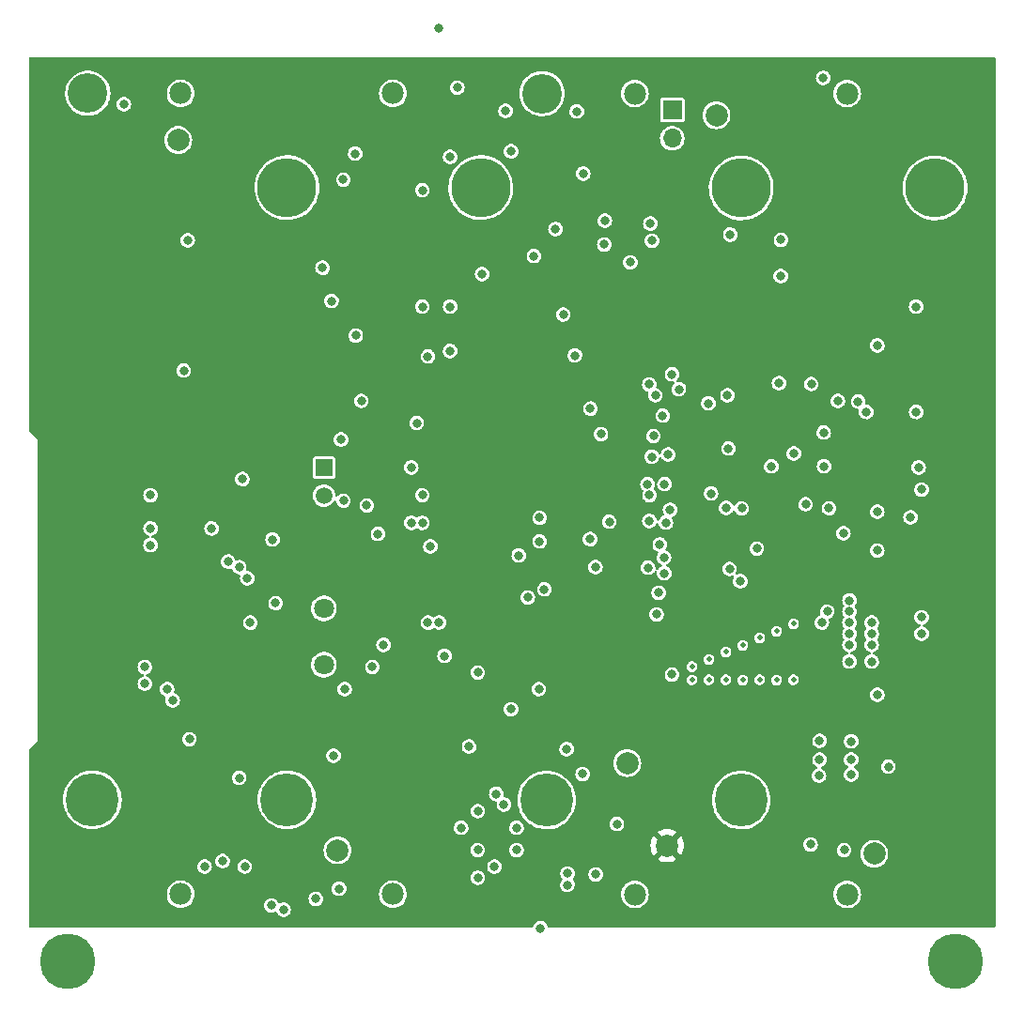
<source format=gbr>
%TF.GenerationSoftware,KiCad,Pcbnew,(6.0.7)*%
%TF.CreationDate,2023-03-29T01:01:16-07:00*%
%TF.ProjectId,battery_board_v1,62617474-6572-4795-9f62-6f6172645f76,rev?*%
%TF.SameCoordinates,Original*%
%TF.FileFunction,Copper,L2,Inr*%
%TF.FilePolarity,Positive*%
%FSLAX46Y46*%
G04 Gerber Fmt 4.6, Leading zero omitted, Abs format (unit mm)*
G04 Created by KiCad (PCBNEW (6.0.7)) date 2023-03-29 01:01:16*
%MOMM*%
%LPD*%
G01*
G04 APERTURE LIST*
%TA.AperFunction,ComponentPad*%
%ADD10C,4.770000*%
%TD*%
%TA.AperFunction,ComponentPad*%
%ADD11C,5.325000*%
%TD*%
%TA.AperFunction,ComponentPad*%
%ADD12C,3.570000*%
%TD*%
%TA.AperFunction,ComponentPad*%
%ADD13C,1.980000*%
%TD*%
%TA.AperFunction,ComponentPad*%
%ADD14C,5.000000*%
%TD*%
%TA.AperFunction,ComponentPad*%
%ADD15C,2.000000*%
%TD*%
%TA.AperFunction,ComponentPad*%
%ADD16R,1.700000X1.700000*%
%TD*%
%TA.AperFunction,ComponentPad*%
%ADD17O,1.700000X1.700000*%
%TD*%
%TA.AperFunction,ComponentPad*%
%ADD18R,1.508000X1.508000*%
%TD*%
%TA.AperFunction,ComponentPad*%
%ADD19C,1.508000*%
%TD*%
%TA.AperFunction,ComponentPad*%
%ADD20C,1.800000*%
%TD*%
%TA.AperFunction,ViaPad*%
%ADD21C,0.800000*%
%TD*%
%TA.AperFunction,ViaPad*%
%ADD22C,0.460000*%
%TD*%
G04 APERTURE END LIST*
D10*
%TO.N,unconnected-(U7-Pad1)*%
%TO.C,U7*%
X175240000Y-117000000D03*
%TO.N,unconnected-(U7-Pad2)*%
X157710000Y-117000000D03*
D11*
%TO.N,unconnected-(U7-Pad3)*%
X175240000Y-61800000D03*
%TO.N,unconnected-(U7-Pad4)*%
X192710000Y-61800000D03*
D12*
%TO.N,unconnected-(U7-Pad5)*%
X157290000Y-53290000D03*
D13*
%TO.N,B-*%
X165660000Y-125510000D03*
X184790000Y-125510000D03*
%TO.N,BM*%
X165660000Y-53290000D03*
X184790000Y-53290000D03*
%TD*%
D10*
%TO.N,unconnected-(U8-Pad1)*%
%TO.C,U8*%
X134298500Y-116975000D03*
%TO.N,unconnected-(U8-Pad2)*%
X116768500Y-116975000D03*
D11*
%TO.N,unconnected-(U8-Pad3)*%
X134298500Y-61775000D03*
%TO.N,unconnected-(U8-Pad4)*%
X151768500Y-61775000D03*
D12*
%TO.N,unconnected-(U8-Pad5)*%
X116348500Y-53265000D03*
D13*
%TO.N,BM*%
X124718500Y-125485000D03*
X143848500Y-125485000D03*
%TO.N,PACK+*%
X124718500Y-53265000D03*
X143848500Y-53265000D03*
%TD*%
D14*
%TO.N,N/C*%
%TO.C,*%
X194573162Y-131529322D03*
%TD*%
D15*
%TO.N,PACK+*%
%TO.C,TP4*%
X173000000Y-55250000D03*
%TD*%
%TO.N,GND*%
%TO.C,TP3*%
X138850000Y-121525000D03*
%TD*%
%TO.N,+3V3*%
%TO.C,TP5*%
X168575000Y-121100000D03*
%TD*%
D14*
%TO.N,N/C*%
%TO.C,*%
X114573162Y-131529322D03*
%TD*%
D16*
%TO.N,VBATT_SENSE*%
%TO.C,J18*%
X169025000Y-54782400D03*
D17*
%TO.N,VBatt*%
X169025000Y-57322400D03*
%TD*%
D15*
%TO.N,VBUSP*%
%TO.C,TP6*%
X124500000Y-57475000D03*
%TD*%
%TO.N,BM*%
%TO.C,TP2*%
X164973000Y-113665000D03*
%TD*%
%TO.N,B-*%
%TO.C,TP1*%
X187225000Y-121850000D03*
%TD*%
D18*
%TO.N,VBUSP*%
%TO.C,K1*%
X137632500Y-87010000D03*
D19*
%TO.N,Net-(D5-PadA)*%
X137632500Y-89550000D03*
D20*
%TO.N,PACK+*%
X137632500Y-104790000D03*
%TO.N,Net-(K1-PadNO)*%
X137632500Y-99710000D03*
%TD*%
D21*
%TO.N,+3V3*%
X128500000Y-117250000D03*
%TO.N,GND*%
X178825000Y-66475000D03*
%TO.N,Net-(IC2-Pad10)*%
X161000000Y-60500000D03*
%TO.N,GND*%
X130000000Y-115000000D03*
%TO.N,+3V3*%
X151400000Y-114500000D03*
X157100000Y-113425000D03*
%TO.N,VSOLAR_I*%
X157073600Y-93675200D03*
X157073600Y-91541600D03*
%TO.N,+3V3*%
X181450000Y-106050000D03*
X184000000Y-97500000D03*
X150500000Y-92500000D03*
X178158800Y-97346300D03*
X181150000Y-101900000D03*
X149000000Y-105000000D03*
X153000000Y-80000000D03*
X130000000Y-121500000D03*
X145000000Y-120500000D03*
X152000000Y-102500000D03*
X159900000Y-108700000D03*
X163500000Y-110100000D03*
X152500000Y-88500000D03*
X158620800Y-105633162D03*
X147000000Y-110500000D03*
X160832800Y-99449500D03*
X161086800Y-97275500D03*
X152000000Y-100500000D03*
X148000000Y-120500000D03*
%TO.N,VBUSP*%
X168300000Y-96550000D03*
X166974600Y-89500000D03*
X169000000Y-78600000D03*
X181047820Y-90330940D03*
X149000000Y-59000000D03*
X146500000Y-62000000D03*
X168329624Y-88500000D03*
X183950000Y-81000000D03*
X166962000Y-91825000D03*
X183146900Y-90675000D03*
X149000000Y-76500000D03*
X182674400Y-83861100D03*
X179982000Y-85740700D03*
X146500000Y-72500000D03*
X168162900Y-82337100D03*
X149000000Y-72500000D03*
X147000000Y-77000000D03*
X167500000Y-80500000D03*
%TO.N,B-*%
X185775500Y-81050000D03*
%TO.N,Net-(C12-Pad1)*%
X169625000Y-79950000D03*
X168825000Y-90825000D03*
%TO.N,Net-(C12-Pad2)*%
X172525000Y-89350100D03*
X174089200Y-85298800D03*
X176650000Y-94325000D03*
X174190800Y-96154700D03*
X175289643Y-90697170D03*
%TO.N,GND*%
X159500000Y-112400000D03*
X125350000Y-66525000D03*
X162950000Y-64750000D03*
X173888000Y-90642564D03*
X182300000Y-111650000D03*
X172281188Y-81218812D03*
X122000000Y-89500000D03*
X155194000Y-94945200D03*
X163350000Y-91900000D03*
X181556800Y-79492300D03*
X187500000Y-76000000D03*
X174000000Y-80500000D03*
X147224500Y-94132400D03*
X126875500Y-123000000D03*
X158500000Y-65500000D03*
X182700000Y-86900000D03*
X190500000Y-91500000D03*
X157150000Y-128552502D03*
X168653600Y-85842300D03*
X161650000Y-81700000D03*
X160950000Y-114650000D03*
X154500000Y-58500000D03*
X138500000Y-113000000D03*
X150709600Y-112173400D03*
X146000000Y-83000000D03*
X167800000Y-98300000D03*
X159197201Y-73223200D03*
X167200000Y-66550000D03*
X174250000Y-66000000D03*
X187500000Y-107500000D03*
X185150000Y-111700000D03*
X177950000Y-86909100D03*
X185150000Y-113350000D03*
X140502699Y-75118000D03*
X182250000Y-114800000D03*
X140449500Y-58710500D03*
X178650000Y-79400000D03*
X167900000Y-93950000D03*
X168450400Y-91989100D03*
X182300000Y-113350000D03*
X175156000Y-97272300D03*
X167050000Y-65000000D03*
X162100000Y-96000000D03*
X182626000Y-51866800D03*
X162900000Y-66900000D03*
X178800000Y-69750000D03*
X139175700Y-84488516D03*
X160250000Y-76900000D03*
X162125000Y-123700000D03*
X185150000Y-114700000D03*
X167612400Y-100248362D03*
X121500000Y-105000000D03*
X124996499Y-78267600D03*
%TO.N,VBatt*%
X160425000Y-54900000D03*
X149650000Y-52750000D03*
%TO.N,F0_ENB*%
X188500000Y-114000000D03*
X184512299Y-121512299D03*
X181500000Y-121000000D03*
X191000000Y-82000000D03*
%TO.N,F1_ENB*%
X187500000Y-94500000D03*
X187500000Y-91000000D03*
%TO.N,F3_ENB*%
X129000000Y-95500000D03*
X131000000Y-101000000D03*
%TO.N,F4_ENB*%
X121500000Y-106500000D03*
X125512299Y-111512299D03*
%TO.N,SCL_MAIN*%
X157000000Y-107000000D03*
X130500000Y-123000000D03*
X153000000Y-123000000D03*
X148012299Y-100987701D03*
X154500000Y-108800000D03*
X153852793Y-117397207D03*
X146500000Y-89500000D03*
X146500000Y-92000000D03*
%TO.N,SDA_MAIN*%
X128500000Y-122500000D03*
X153163300Y-116450000D03*
X151500000Y-124000000D03*
X147000000Y-101000000D03*
X145500000Y-87000000D03*
X151500000Y-121500000D03*
X145500000Y-92000000D03*
X151500000Y-105500000D03*
%TO.N,Net-(IC2-Pad10)*%
X156555601Y-67940000D03*
X151882001Y-69565600D03*
%TO.N,BURN_RELAY_A*%
X151500000Y-118000000D03*
X142500000Y-93000000D03*
X139382700Y-61047300D03*
X143000000Y-103000000D03*
%TO.N,Net-(D5-PadA)*%
X137500000Y-69000000D03*
%TO.N,ENAB_HEATER*%
X141000000Y-81000000D03*
X130000000Y-96000000D03*
%TO.N,/3V3_EN*%
X167179469Y-86046431D03*
X166789656Y-88517757D03*
%TO.N,BM*%
X165250000Y-68500000D03*
%TO.N,PACK+*%
X119600000Y-54250000D03*
X154000000Y-54850000D03*
X148000000Y-47375000D03*
%TO.N,ENAB_BURN*%
X150000000Y-119500000D03*
X139385500Y-90000000D03*
X138324300Y-72000000D03*
X139500000Y-107000000D03*
%TO.N,VBUS_RESET*%
X167327100Y-84165900D03*
X166847207Y-96052793D03*
X159575000Y-124650000D03*
X162600000Y-84000000D03*
X166950998Y-79515445D03*
X161609362Y-93468738D03*
D22*
%TO.N,F3_SDA*%
X178432800Y-101772362D03*
D21*
X133000000Y-93500000D03*
X156000000Y-98724500D03*
D22*
X178432800Y-106191962D03*
D21*
X122000000Y-94000000D03*
X133271938Y-99228062D03*
D22*
%TO.N,F2_SDA*%
X175384800Y-106191962D03*
D21*
X185000000Y-103000000D03*
D22*
X175384800Y-103042362D03*
D21*
X187000000Y-103000000D03*
%TO.N,F1_SDA*%
X191224500Y-87000000D03*
X185000000Y-101000497D03*
D22*
X172336800Y-104312362D03*
D21*
X187000000Y-101000000D03*
X191500000Y-100500000D03*
D22*
X172336800Y-106157062D03*
D21*
%TO.N,F0_SDA*%
X169000000Y-105672262D03*
X185000000Y-99000000D03*
X186500000Y-82000000D03*
X183000000Y-100000000D03*
D22*
%TO.N,F3_SCL*%
X179956800Y-106157062D03*
D21*
X157500000Y-98000000D03*
D22*
X179956800Y-101111963D03*
D21*
X127500000Y-92500000D03*
X130724500Y-97000000D03*
X122000000Y-92500000D03*
D22*
%TO.N,F2_SCL*%
X176908800Y-106157063D03*
X176908800Y-102381962D03*
D21*
X185000000Y-104500000D03*
X187000000Y-104500000D03*
%TO.N,F1_SCL*%
X191500000Y-89000000D03*
X191500000Y-102000000D03*
X187000000Y-102000000D03*
X185000000Y-102000000D03*
D22*
X173860800Y-106157062D03*
X173860800Y-103651962D03*
%TO.N,F0_SCL*%
X170812800Y-104972762D03*
D21*
X191000000Y-72500000D03*
X182500000Y-101000000D03*
D22*
X170812801Y-106157062D03*
D21*
X185000000Y-100000000D03*
%TO.N,F4_SCL*%
X124000000Y-108000000D03*
X142000000Y-105000000D03*
%TO.N,F4_SDA*%
X148500000Y-104000000D03*
X123500000Y-107000000D03*
%TO.N,I2C_RESET*%
X159587701Y-123612701D03*
X164037701Y-119162701D03*
%TO.N,ENAB_RF*%
X155000000Y-119500000D03*
X155000000Y-121500000D03*
%TO.N,VSOLAR*%
X141500000Y-90425000D03*
X168275000Y-95125000D03*
X130275000Y-88050000D03*
X184450000Y-92950000D03*
%TO.N,Break_SDA*%
X132900000Y-126500000D03*
X136900000Y-125900000D03*
%TO.N,Break_SCL*%
X139000000Y-125000000D03*
X134000000Y-126884500D03*
%TD*%
%TA.AperFunction,Conductor*%
%TO.N,+3V3*%
G36*
X198090470Y-50020002D02*
G01*
X198136963Y-50073658D01*
X198148349Y-50125890D01*
X198158568Y-61836037D01*
X198158662Y-61944290D01*
X198158662Y-128374000D01*
X198138660Y-128442121D01*
X198085004Y-128488614D01*
X198032662Y-128500000D01*
X157913865Y-128500000D01*
X157845744Y-128479998D01*
X157799251Y-128426342D01*
X157791501Y-128404051D01*
X157791189Y-128402782D01*
X157790276Y-128395235D01*
X157734280Y-128247048D01*
X157644553Y-128116494D01*
X157526275Y-128011113D01*
X157518889Y-128007202D01*
X157392988Y-127940541D01*
X157392989Y-127940541D01*
X157386274Y-127936986D01*
X157232633Y-127898394D01*
X157225034Y-127898354D01*
X157225033Y-127898354D01*
X157159181Y-127898009D01*
X157074221Y-127897564D01*
X157066841Y-127899336D01*
X157066839Y-127899336D01*
X156927563Y-127932773D01*
X156927560Y-127932774D01*
X156920184Y-127934545D01*
X156779414Y-128007202D01*
X156660039Y-128111340D01*
X156568950Y-128240946D01*
X156566190Y-128248026D01*
X156517075Y-128374000D01*
X156511406Y-128388539D01*
X156510414Y-128396072D01*
X156508526Y-128403427D01*
X156505730Y-128402709D01*
X156482435Y-128455370D01*
X156423171Y-128494464D01*
X156386233Y-128500000D01*
X111163662Y-128500000D01*
X111095541Y-128479998D01*
X111049048Y-128426342D01*
X111037662Y-128374000D01*
X111037662Y-125485000D01*
X123469246Y-125485000D01*
X123488225Y-125701931D01*
X123489649Y-125707244D01*
X123489649Y-125707246D01*
X123540197Y-125895892D01*
X123544585Y-125912270D01*
X123546907Y-125917251D01*
X123546908Y-125917252D01*
X123634288Y-126104640D01*
X123634291Y-126104645D01*
X123636614Y-126109627D01*
X123694422Y-126192185D01*
X123750687Y-126272539D01*
X123761516Y-126288005D01*
X123915495Y-126441984D01*
X123920003Y-126445141D01*
X123920006Y-126445143D01*
X123955710Y-126470143D01*
X124093873Y-126566886D01*
X124098855Y-126569209D01*
X124098860Y-126569212D01*
X124286248Y-126656592D01*
X124291230Y-126658915D01*
X124296538Y-126660337D01*
X124296540Y-126660338D01*
X124496254Y-126713851D01*
X124496256Y-126713851D01*
X124501569Y-126715275D01*
X124718500Y-126734254D01*
X124935431Y-126715275D01*
X124940744Y-126713851D01*
X124940746Y-126713851D01*
X125140460Y-126660338D01*
X125140462Y-126660337D01*
X125145770Y-126658915D01*
X125150752Y-126656592D01*
X125338140Y-126569212D01*
X125338145Y-126569209D01*
X125343127Y-126566886D01*
X125448510Y-126493096D01*
X132240729Y-126493096D01*
X132258113Y-126650553D01*
X132260723Y-126657684D01*
X132260723Y-126657686D01*
X132288933Y-126734773D01*
X132312553Y-126799319D01*
X132316789Y-126805622D01*
X132316789Y-126805623D01*
X132381815Y-126902391D01*
X132400908Y-126930805D01*
X132518076Y-127037419D01*
X132657293Y-127113008D01*
X132810522Y-127153207D01*
X132894477Y-127154526D01*
X132961319Y-127155576D01*
X132961322Y-127155576D01*
X132968916Y-127155695D01*
X133123332Y-127120329D01*
X133193189Y-127085195D01*
X133221634Y-127070889D01*
X133291479Y-127058151D01*
X133357123Y-127085195D01*
X133396574Y-127140154D01*
X133409941Y-127176683D01*
X133409943Y-127176687D01*
X133412553Y-127183819D01*
X133500908Y-127315305D01*
X133506527Y-127320418D01*
X133506528Y-127320419D01*
X133517903Y-127330769D01*
X133618076Y-127421919D01*
X133757293Y-127497508D01*
X133910522Y-127537707D01*
X133994477Y-127539026D01*
X134061319Y-127540076D01*
X134061322Y-127540076D01*
X134068916Y-127540195D01*
X134223332Y-127504829D01*
X134293742Y-127469417D01*
X134358072Y-127437063D01*
X134358075Y-127437061D01*
X134364855Y-127433651D01*
X134370626Y-127428722D01*
X134370629Y-127428720D01*
X134479536Y-127335704D01*
X134479536Y-127335703D01*
X134485314Y-127330769D01*
X134577755Y-127202124D01*
X134636842Y-127055141D01*
X134659162Y-126898307D01*
X134659307Y-126884500D01*
X134640276Y-126727233D01*
X134584280Y-126579046D01*
X134543925Y-126520329D01*
X134498855Y-126454751D01*
X134498854Y-126454749D01*
X134494553Y-126448492D01*
X134476390Y-126432309D01*
X134381946Y-126348164D01*
X134376275Y-126343111D01*
X134368889Y-126339200D01*
X134272198Y-126288005D01*
X134236274Y-126268984D01*
X134082633Y-126230392D01*
X134075034Y-126230352D01*
X134075033Y-126230352D01*
X134009181Y-126230007D01*
X133924221Y-126229562D01*
X133916841Y-126231334D01*
X133916839Y-126231334D01*
X133777563Y-126264771D01*
X133777560Y-126264772D01*
X133770184Y-126266543D01*
X133679373Y-126313414D01*
X133609667Y-126326883D01*
X133543744Y-126300528D01*
X133503718Y-126245987D01*
X133484280Y-126194546D01*
X133443099Y-126134627D01*
X133398855Y-126070251D01*
X133398854Y-126070249D01*
X133394553Y-126063992D01*
X133276275Y-125958611D01*
X133268889Y-125954700D01*
X133188752Y-125912270D01*
X133152539Y-125893096D01*
X136240729Y-125893096D01*
X136258113Y-126050553D01*
X136260723Y-126057684D01*
X136260723Y-126057686D01*
X136306299Y-126182228D01*
X136312553Y-126199319D01*
X136316789Y-126205622D01*
X136316789Y-126205623D01*
X136391566Y-126316902D01*
X136400908Y-126330805D01*
X136406527Y-126335918D01*
X136406528Y-126335919D01*
X136417903Y-126346269D01*
X136518076Y-126437419D01*
X136657293Y-126513008D01*
X136810522Y-126553207D01*
X136894477Y-126554526D01*
X136961319Y-126555576D01*
X136961322Y-126555576D01*
X136968916Y-126555695D01*
X137123332Y-126520329D01*
X137229398Y-126466984D01*
X137258072Y-126452563D01*
X137258075Y-126452561D01*
X137264855Y-126449151D01*
X137270626Y-126444222D01*
X137270629Y-126444220D01*
X137379536Y-126351204D01*
X137379536Y-126351203D01*
X137385314Y-126346269D01*
X137477755Y-126217624D01*
X137536842Y-126070641D01*
X137559162Y-125913807D01*
X137559307Y-125900000D01*
X137540276Y-125742733D01*
X137484280Y-125594546D01*
X137429936Y-125515475D01*
X137398855Y-125470251D01*
X137398854Y-125470249D01*
X137394553Y-125463992D01*
X137276275Y-125358611D01*
X137268889Y-125354700D01*
X137198864Y-125317624D01*
X137136274Y-125284484D01*
X136982633Y-125245892D01*
X136975034Y-125245852D01*
X136975033Y-125245852D01*
X136909181Y-125245507D01*
X136824221Y-125245062D01*
X136816841Y-125246834D01*
X136816839Y-125246834D01*
X136677563Y-125280271D01*
X136677560Y-125280272D01*
X136670184Y-125282043D01*
X136529414Y-125354700D01*
X136410039Y-125458838D01*
X136318950Y-125588444D01*
X136261406Y-125736037D01*
X136260414Y-125743570D01*
X136260414Y-125743571D01*
X136241726Y-125885524D01*
X136240729Y-125893096D01*
X133152539Y-125893096D01*
X133136274Y-125884484D01*
X132982633Y-125845892D01*
X132975034Y-125845852D01*
X132975033Y-125845852D01*
X132909181Y-125845507D01*
X132824221Y-125845062D01*
X132816841Y-125846834D01*
X132816839Y-125846834D01*
X132677563Y-125880271D01*
X132677560Y-125880272D01*
X132670184Y-125882043D01*
X132529414Y-125954700D01*
X132410039Y-126058838D01*
X132318950Y-126188444D01*
X132310323Y-126210571D01*
X132272145Y-126308494D01*
X132261406Y-126336037D01*
X132260414Y-126343570D01*
X132260414Y-126343571D01*
X132243751Y-126470143D01*
X132240729Y-126493096D01*
X125448510Y-126493096D01*
X125481290Y-126470143D01*
X125516994Y-126445143D01*
X125516997Y-126445141D01*
X125521505Y-126441984D01*
X125675484Y-126288005D01*
X125686314Y-126272539D01*
X125742578Y-126192185D01*
X125800386Y-126109627D01*
X125802709Y-126104645D01*
X125802712Y-126104640D01*
X125890092Y-125917252D01*
X125890093Y-125917251D01*
X125892415Y-125912270D01*
X125896804Y-125895892D01*
X125947351Y-125707246D01*
X125947351Y-125707244D01*
X125948775Y-125701931D01*
X125967754Y-125485000D01*
X125948775Y-125268069D01*
X125925796Y-125182309D01*
X125893838Y-125063040D01*
X125893837Y-125063038D01*
X125892415Y-125057730D01*
X125873838Y-125017891D01*
X125862276Y-124993096D01*
X138340729Y-124993096D01*
X138347315Y-125052748D01*
X138352665Y-125101204D01*
X138358113Y-125150553D01*
X138360723Y-125157684D01*
X138360723Y-125157686D01*
X138407505Y-125285524D01*
X138412553Y-125299319D01*
X138416789Y-125305622D01*
X138416789Y-125305623D01*
X138452396Y-125358611D01*
X138500908Y-125430805D01*
X138506527Y-125435918D01*
X138506528Y-125435919D01*
X138517903Y-125446269D01*
X138618076Y-125537419D01*
X138757293Y-125613008D01*
X138910522Y-125653207D01*
X138994477Y-125654526D01*
X139061319Y-125655576D01*
X139061322Y-125655576D01*
X139068916Y-125655695D01*
X139223332Y-125620329D01*
X139299088Y-125582228D01*
X139358072Y-125552563D01*
X139358075Y-125552561D01*
X139364855Y-125549151D01*
X139370626Y-125544222D01*
X139370629Y-125544220D01*
X139439966Y-125485000D01*
X142599246Y-125485000D01*
X142618225Y-125701931D01*
X142619649Y-125707244D01*
X142619649Y-125707246D01*
X142670197Y-125895892D01*
X142674585Y-125912270D01*
X142676907Y-125917251D01*
X142676908Y-125917252D01*
X142764288Y-126104640D01*
X142764291Y-126104645D01*
X142766614Y-126109627D01*
X142824422Y-126192185D01*
X142880687Y-126272539D01*
X142891516Y-126288005D01*
X143045495Y-126441984D01*
X143050003Y-126445141D01*
X143050006Y-126445143D01*
X143085710Y-126470143D01*
X143223873Y-126566886D01*
X143228855Y-126569209D01*
X143228860Y-126569212D01*
X143416248Y-126656592D01*
X143421230Y-126658915D01*
X143426538Y-126660337D01*
X143426540Y-126660338D01*
X143626254Y-126713851D01*
X143626256Y-126713851D01*
X143631569Y-126715275D01*
X143848500Y-126734254D01*
X144065431Y-126715275D01*
X144070744Y-126713851D01*
X144070746Y-126713851D01*
X144270460Y-126660338D01*
X144270462Y-126660337D01*
X144275770Y-126658915D01*
X144280752Y-126656592D01*
X144468140Y-126569212D01*
X144468145Y-126569209D01*
X144473127Y-126566886D01*
X144611290Y-126470143D01*
X144646994Y-126445143D01*
X144646997Y-126445141D01*
X144651505Y-126441984D01*
X144805484Y-126288005D01*
X144816314Y-126272539D01*
X144872578Y-126192185D01*
X144930386Y-126109627D01*
X144932709Y-126104645D01*
X144932712Y-126104640D01*
X145020092Y-125917252D01*
X145020093Y-125917251D01*
X145022415Y-125912270D01*
X145026804Y-125895892D01*
X145077351Y-125707246D01*
X145077351Y-125707244D01*
X145078775Y-125701931D01*
X145095567Y-125510000D01*
X164410746Y-125510000D01*
X164429725Y-125726931D01*
X164431149Y-125732244D01*
X164431149Y-125732246D01*
X164476272Y-125900646D01*
X164486085Y-125937270D01*
X164488407Y-125942251D01*
X164488408Y-125942252D01*
X164575788Y-126129640D01*
X164575791Y-126129645D01*
X164578114Y-126134627D01*
X164703016Y-126313005D01*
X164856995Y-126466984D01*
X164861503Y-126470141D01*
X164861506Y-126470143D01*
X164905069Y-126500646D01*
X165035373Y-126591886D01*
X165040355Y-126594209D01*
X165040360Y-126594212D01*
X165227748Y-126681592D01*
X165232730Y-126683915D01*
X165238038Y-126685337D01*
X165238040Y-126685338D01*
X165437754Y-126738851D01*
X165437756Y-126738851D01*
X165443069Y-126740275D01*
X165660000Y-126759254D01*
X165876931Y-126740275D01*
X165882244Y-126738851D01*
X165882246Y-126738851D01*
X166081960Y-126685338D01*
X166081962Y-126685337D01*
X166087270Y-126683915D01*
X166092252Y-126681592D01*
X166279640Y-126594212D01*
X166279645Y-126594209D01*
X166284627Y-126591886D01*
X166414931Y-126500646D01*
X166458494Y-126470143D01*
X166458497Y-126470141D01*
X166463005Y-126466984D01*
X166616984Y-126313005D01*
X166741886Y-126134627D01*
X166744209Y-126129645D01*
X166744212Y-126129640D01*
X166831592Y-125942252D01*
X166831593Y-125942251D01*
X166833915Y-125937270D01*
X166843729Y-125900646D01*
X166888851Y-125732246D01*
X166888851Y-125732244D01*
X166890275Y-125726931D01*
X166909254Y-125510000D01*
X183540746Y-125510000D01*
X183559725Y-125726931D01*
X183561149Y-125732244D01*
X183561149Y-125732246D01*
X183606272Y-125900646D01*
X183616085Y-125937270D01*
X183618407Y-125942251D01*
X183618408Y-125942252D01*
X183705788Y-126129640D01*
X183705791Y-126129645D01*
X183708114Y-126134627D01*
X183833016Y-126313005D01*
X183986995Y-126466984D01*
X183991503Y-126470141D01*
X183991506Y-126470143D01*
X184035069Y-126500646D01*
X184165373Y-126591886D01*
X184170355Y-126594209D01*
X184170360Y-126594212D01*
X184357748Y-126681592D01*
X184362730Y-126683915D01*
X184368038Y-126685337D01*
X184368040Y-126685338D01*
X184567754Y-126738851D01*
X184567756Y-126738851D01*
X184573069Y-126740275D01*
X184790000Y-126759254D01*
X185006931Y-126740275D01*
X185012244Y-126738851D01*
X185012246Y-126738851D01*
X185211960Y-126685338D01*
X185211962Y-126685337D01*
X185217270Y-126683915D01*
X185222252Y-126681592D01*
X185409640Y-126594212D01*
X185409645Y-126594209D01*
X185414627Y-126591886D01*
X185544931Y-126500646D01*
X185588494Y-126470143D01*
X185588497Y-126470141D01*
X185593005Y-126466984D01*
X185746984Y-126313005D01*
X185871886Y-126134627D01*
X185874209Y-126129645D01*
X185874212Y-126129640D01*
X185961592Y-125942252D01*
X185961593Y-125942251D01*
X185963915Y-125937270D01*
X185973729Y-125900646D01*
X186018851Y-125732246D01*
X186018851Y-125732244D01*
X186020275Y-125726931D01*
X186039254Y-125510000D01*
X186020275Y-125293069D01*
X186012152Y-125262754D01*
X185965338Y-125088040D01*
X185965337Y-125088038D01*
X185963915Y-125082730D01*
X185960077Y-125074500D01*
X185874212Y-124890360D01*
X185874209Y-124890355D01*
X185871886Y-124885373D01*
X185746984Y-124706995D01*
X185593005Y-124553016D01*
X185588497Y-124549859D01*
X185588494Y-124549857D01*
X185497349Y-124486037D01*
X185414627Y-124428114D01*
X185409645Y-124425791D01*
X185409640Y-124425788D01*
X185222252Y-124338408D01*
X185222251Y-124338407D01*
X185217270Y-124336085D01*
X185211962Y-124334663D01*
X185211960Y-124334662D01*
X185012246Y-124281149D01*
X185012244Y-124281149D01*
X185006931Y-124279725D01*
X184790000Y-124260746D01*
X184573069Y-124279725D01*
X184567756Y-124281149D01*
X184567754Y-124281149D01*
X184368040Y-124334662D01*
X184368038Y-124334663D01*
X184362730Y-124336085D01*
X184357749Y-124338407D01*
X184357748Y-124338408D01*
X184170360Y-124425788D01*
X184170355Y-124425791D01*
X184165373Y-124428114D01*
X184082651Y-124486037D01*
X183991506Y-124549857D01*
X183991503Y-124549859D01*
X183986995Y-124553016D01*
X183833016Y-124706995D01*
X183708114Y-124885373D01*
X183705791Y-124890355D01*
X183705788Y-124890360D01*
X183619923Y-125074500D01*
X183616085Y-125082730D01*
X183614663Y-125088038D01*
X183614662Y-125088040D01*
X183567848Y-125262754D01*
X183559725Y-125293069D01*
X183540746Y-125510000D01*
X166909254Y-125510000D01*
X166890275Y-125293069D01*
X166882152Y-125262754D01*
X166835338Y-125088040D01*
X166835337Y-125088038D01*
X166833915Y-125082730D01*
X166830077Y-125074500D01*
X166744212Y-124890360D01*
X166744209Y-124890355D01*
X166741886Y-124885373D01*
X166616984Y-124706995D01*
X166463005Y-124553016D01*
X166458497Y-124549859D01*
X166458494Y-124549857D01*
X166367349Y-124486037D01*
X166284627Y-124428114D01*
X166279645Y-124425791D01*
X166279640Y-124425788D01*
X166092252Y-124338408D01*
X166092251Y-124338407D01*
X166087270Y-124336085D01*
X166081962Y-124334663D01*
X166081960Y-124334662D01*
X165882246Y-124281149D01*
X165882244Y-124281149D01*
X165876931Y-124279725D01*
X165660000Y-124260746D01*
X165443069Y-124279725D01*
X165437756Y-124281149D01*
X165437754Y-124281149D01*
X165238040Y-124334662D01*
X165238038Y-124334663D01*
X165232730Y-124336085D01*
X165227749Y-124338407D01*
X165227748Y-124338408D01*
X165040360Y-124425788D01*
X165040355Y-124425791D01*
X165035373Y-124428114D01*
X164952651Y-124486037D01*
X164861506Y-124549857D01*
X164861503Y-124549859D01*
X164856995Y-124553016D01*
X164703016Y-124706995D01*
X164578114Y-124885373D01*
X164575791Y-124890355D01*
X164575788Y-124890360D01*
X164489923Y-125074500D01*
X164486085Y-125082730D01*
X164484663Y-125088038D01*
X164484662Y-125088040D01*
X164437848Y-125262754D01*
X164429725Y-125293069D01*
X164410746Y-125510000D01*
X145095567Y-125510000D01*
X145097754Y-125485000D01*
X145078775Y-125268069D01*
X145055796Y-125182309D01*
X145023838Y-125063040D01*
X145023837Y-125063038D01*
X145022415Y-125057730D01*
X145003838Y-125017891D01*
X144932712Y-124865360D01*
X144932709Y-124865355D01*
X144930386Y-124860373D01*
X144814957Y-124695524D01*
X144808643Y-124686506D01*
X144808641Y-124686503D01*
X144805484Y-124681995D01*
X144651505Y-124528016D01*
X144646997Y-124524859D01*
X144646994Y-124524857D01*
X144541806Y-124451204D01*
X144473127Y-124403114D01*
X144468145Y-124400791D01*
X144468140Y-124400788D01*
X144280752Y-124313408D01*
X144280751Y-124313407D01*
X144275770Y-124311085D01*
X144270462Y-124309663D01*
X144270460Y-124309662D01*
X144070746Y-124256149D01*
X144070744Y-124256149D01*
X144065431Y-124254725D01*
X143848500Y-124235746D01*
X143631569Y-124254725D01*
X143626256Y-124256149D01*
X143626254Y-124256149D01*
X143426540Y-124309662D01*
X143426538Y-124309663D01*
X143421230Y-124311085D01*
X143416249Y-124313407D01*
X143416248Y-124313408D01*
X143228860Y-124400788D01*
X143228855Y-124400791D01*
X143223873Y-124403114D01*
X143155194Y-124451204D01*
X143050006Y-124524857D01*
X143050003Y-124524859D01*
X143045495Y-124528016D01*
X142891516Y-124681995D01*
X142888359Y-124686503D01*
X142888357Y-124686506D01*
X142882043Y-124695524D01*
X142766614Y-124860373D01*
X142764291Y-124865355D01*
X142764288Y-124865360D01*
X142693162Y-125017891D01*
X142674585Y-125057730D01*
X142673163Y-125063038D01*
X142673162Y-125063040D01*
X142641204Y-125182309D01*
X142618225Y-125268069D01*
X142599246Y-125485000D01*
X139439966Y-125485000D01*
X139479536Y-125451204D01*
X139479536Y-125451203D01*
X139485314Y-125446269D01*
X139577755Y-125317624D01*
X139636842Y-125170641D01*
X139648305Y-125090095D01*
X139658581Y-125017891D01*
X139658581Y-125017888D01*
X139659162Y-125013807D01*
X139659307Y-125000000D01*
X139640276Y-124842733D01*
X139584280Y-124694546D01*
X139554544Y-124651279D01*
X139498855Y-124570251D01*
X139498854Y-124570249D01*
X139494553Y-124563992D01*
X139376275Y-124458611D01*
X139368889Y-124454700D01*
X139242988Y-124388039D01*
X139242989Y-124388039D01*
X139236274Y-124384484D01*
X139082633Y-124345892D01*
X139075034Y-124345852D01*
X139075033Y-124345852D01*
X139009181Y-124345507D01*
X138924221Y-124345062D01*
X138916841Y-124346834D01*
X138916839Y-124346834D01*
X138777563Y-124380271D01*
X138777560Y-124380272D01*
X138770184Y-124382043D01*
X138629414Y-124454700D01*
X138510039Y-124558838D01*
X138418950Y-124688444D01*
X138409959Y-124711506D01*
X138367409Y-124820641D01*
X138361406Y-124836037D01*
X138360414Y-124843570D01*
X138360414Y-124843571D01*
X138343270Y-124973798D01*
X138340729Y-124993096D01*
X125862276Y-124993096D01*
X125802712Y-124865360D01*
X125802709Y-124865355D01*
X125800386Y-124860373D01*
X125684957Y-124695524D01*
X125678643Y-124686506D01*
X125678641Y-124686503D01*
X125675484Y-124681995D01*
X125521505Y-124528016D01*
X125516997Y-124524859D01*
X125516994Y-124524857D01*
X125411806Y-124451204D01*
X125343127Y-124403114D01*
X125338145Y-124400791D01*
X125338140Y-124400788D01*
X125150752Y-124313408D01*
X125150751Y-124313407D01*
X125145770Y-124311085D01*
X125140462Y-124309663D01*
X125140460Y-124309662D01*
X124940746Y-124256149D01*
X124940744Y-124256149D01*
X124935431Y-124254725D01*
X124718500Y-124235746D01*
X124501569Y-124254725D01*
X124496256Y-124256149D01*
X124496254Y-124256149D01*
X124296540Y-124309662D01*
X124296538Y-124309663D01*
X124291230Y-124311085D01*
X124286249Y-124313407D01*
X124286248Y-124313408D01*
X124098860Y-124400788D01*
X124098855Y-124400791D01*
X124093873Y-124403114D01*
X124025194Y-124451204D01*
X123920006Y-124524857D01*
X123920003Y-124524859D01*
X123915495Y-124528016D01*
X123761516Y-124681995D01*
X123758359Y-124686503D01*
X123758357Y-124686506D01*
X123752043Y-124695524D01*
X123636614Y-124860373D01*
X123634291Y-124865355D01*
X123634288Y-124865360D01*
X123563162Y-125017891D01*
X123544585Y-125057730D01*
X123543163Y-125063038D01*
X123543162Y-125063040D01*
X123511204Y-125182309D01*
X123488225Y-125268069D01*
X123469246Y-125485000D01*
X111037662Y-125485000D01*
X111037662Y-123993096D01*
X150840729Y-123993096D01*
X150844119Y-124023798D01*
X150855933Y-124130805D01*
X150858113Y-124150553D01*
X150860723Y-124157684D01*
X150860723Y-124157686D01*
X150905904Y-124281149D01*
X150912553Y-124299319D01*
X150916789Y-124305622D01*
X150916789Y-124305623D01*
X150969782Y-124384484D01*
X151000908Y-124430805D01*
X151006527Y-124435918D01*
X151006528Y-124435919D01*
X151068966Y-124492733D01*
X151118076Y-124537419D01*
X151257293Y-124613008D01*
X151410522Y-124653207D01*
X151494477Y-124654526D01*
X151561319Y-124655576D01*
X151561322Y-124655576D01*
X151568916Y-124655695D01*
X151623926Y-124643096D01*
X158915729Y-124643096D01*
X158933113Y-124800553D01*
X158935723Y-124807684D01*
X158935723Y-124807686D01*
X158962503Y-124880865D01*
X158987553Y-124949319D01*
X158991789Y-124955622D01*
X158991789Y-124955623D01*
X159033632Y-125017891D01*
X159075908Y-125080805D01*
X159081527Y-125085918D01*
X159081528Y-125085919D01*
X159166366Y-125163115D01*
X159193076Y-125187419D01*
X159332293Y-125263008D01*
X159485522Y-125303207D01*
X159569477Y-125304526D01*
X159636319Y-125305576D01*
X159636322Y-125305576D01*
X159643916Y-125305695D01*
X159798332Y-125270329D01*
X159868742Y-125234917D01*
X159933072Y-125202563D01*
X159933075Y-125202561D01*
X159939855Y-125199151D01*
X159945626Y-125194222D01*
X159945629Y-125194220D01*
X160054536Y-125101204D01*
X160054536Y-125101203D01*
X160060314Y-125096269D01*
X160152755Y-124967624D01*
X160211842Y-124820641D01*
X160228570Y-124703098D01*
X160233581Y-124667891D01*
X160233581Y-124667888D01*
X160234162Y-124663807D01*
X160234247Y-124655695D01*
X160234264Y-124654134D01*
X160234264Y-124654128D01*
X160234307Y-124650000D01*
X160230717Y-124620329D01*
X160229392Y-124609385D01*
X160215276Y-124492733D01*
X160159280Y-124344546D01*
X160069553Y-124213992D01*
X160071099Y-124212930D01*
X160045225Y-124157523D01*
X160054732Y-124087165D01*
X160073190Y-124059096D01*
X160073015Y-124058970D01*
X160076054Y-124054741D01*
X160076056Y-124054739D01*
X160165456Y-123930325D01*
X160224543Y-123783342D01*
X160237180Y-123694546D01*
X160237386Y-123693096D01*
X161465729Y-123693096D01*
X161472641Y-123755704D01*
X161482250Y-123842733D01*
X161483113Y-123850553D01*
X161485723Y-123857684D01*
X161485723Y-123857686D01*
X161532520Y-123985565D01*
X161537553Y-123999319D01*
X161541789Y-124005622D01*
X161541789Y-124005623D01*
X161577722Y-124059096D01*
X161625908Y-124130805D01*
X161631527Y-124135918D01*
X161631528Y-124135919D01*
X161711666Y-124208838D01*
X161743076Y-124237419D01*
X161882293Y-124313008D01*
X162035522Y-124353207D01*
X162119477Y-124354526D01*
X162186319Y-124355576D01*
X162186322Y-124355576D01*
X162193916Y-124355695D01*
X162348332Y-124320329D01*
X162418742Y-124284917D01*
X162483072Y-124252563D01*
X162483075Y-124252561D01*
X162489855Y-124249151D01*
X162495626Y-124244222D01*
X162495629Y-124244220D01*
X162604536Y-124151204D01*
X162604536Y-124151203D01*
X162610314Y-124146269D01*
X162702755Y-124017624D01*
X162761842Y-123870641D01*
X162777125Y-123763254D01*
X162783581Y-123717891D01*
X162783581Y-123717888D01*
X162784162Y-123713807D01*
X162784307Y-123700000D01*
X162765276Y-123542733D01*
X162709280Y-123394546D01*
X162675271Y-123345062D01*
X162623855Y-123270251D01*
X162623854Y-123270249D01*
X162619553Y-123263992D01*
X162501275Y-123158611D01*
X162361274Y-123084484D01*
X162207633Y-123045892D01*
X162200034Y-123045852D01*
X162200033Y-123045852D01*
X162134181Y-123045507D01*
X162049221Y-123045062D01*
X162041841Y-123046834D01*
X162041839Y-123046834D01*
X161902563Y-123080271D01*
X161902560Y-123080272D01*
X161895184Y-123082043D01*
X161754414Y-123154700D01*
X161635039Y-123258838D01*
X161543950Y-123388444D01*
X161486406Y-123536037D01*
X161485414Y-123543570D01*
X161485414Y-123543571D01*
X161467160Y-123682228D01*
X161465729Y-123693096D01*
X160237386Y-123693096D01*
X160246282Y-123630592D01*
X160246282Y-123630589D01*
X160246863Y-123626508D01*
X160247008Y-123612701D01*
X160227977Y-123455434D01*
X160171981Y-123307247D01*
X160161629Y-123292185D01*
X160086556Y-123182952D01*
X160086555Y-123182950D01*
X160082254Y-123176693D01*
X160067631Y-123163664D01*
X160015161Y-123116916D01*
X159963976Y-123071312D01*
X159956590Y-123067401D01*
X159906806Y-123041042D01*
X159823975Y-122997185D01*
X159670334Y-122958593D01*
X159662735Y-122958553D01*
X159662734Y-122958553D01*
X159596882Y-122958208D01*
X159511922Y-122957763D01*
X159504542Y-122959535D01*
X159504540Y-122959535D01*
X159365264Y-122992972D01*
X159365261Y-122992973D01*
X159357885Y-122994744D01*
X159217115Y-123067401D01*
X159097740Y-123171539D01*
X159006651Y-123301145D01*
X159003891Y-123308225D01*
X158952477Y-123440095D01*
X158949107Y-123448738D01*
X158948115Y-123456271D01*
X158948115Y-123456272D01*
X158933110Y-123570251D01*
X158928430Y-123605797D01*
X158933752Y-123653999D01*
X158939013Y-123701649D01*
X158945814Y-123763254D01*
X158948424Y-123770385D01*
X158948424Y-123770387D01*
X158985112Y-123870641D01*
X159000254Y-123912020D01*
X159004490Y-123918323D01*
X159004490Y-123918324D01*
X159084375Y-124037206D01*
X159084378Y-124037209D01*
X159088609Y-124043506D01*
X159089484Y-124044302D01*
X159117724Y-124106452D01*
X159107487Y-124176706D01*
X159088134Y-124206138D01*
X159085039Y-124208838D01*
X159080676Y-124215046D01*
X159080675Y-124215047D01*
X159060172Y-124244220D01*
X158993950Y-124338444D01*
X158976721Y-124382634D01*
X158946679Y-124459689D01*
X158936406Y-124486037D01*
X158935414Y-124493570D01*
X158935414Y-124493571D01*
X158919176Y-124616916D01*
X158915729Y-124643096D01*
X151623926Y-124643096D01*
X151723332Y-124620329D01*
X151822902Y-124570251D01*
X151858072Y-124552563D01*
X151858075Y-124552561D01*
X151864855Y-124549151D01*
X151870626Y-124544222D01*
X151870629Y-124544220D01*
X151979536Y-124451204D01*
X151979536Y-124451203D01*
X151985314Y-124446269D01*
X152077755Y-124317624D01*
X152136842Y-124170641D01*
X152152735Y-124058970D01*
X152158581Y-124017891D01*
X152158581Y-124017888D01*
X152159162Y-124013807D01*
X152159307Y-124000000D01*
X152140276Y-123842733D01*
X152084280Y-123694546D01*
X152030871Y-123616835D01*
X151998855Y-123570251D01*
X151998854Y-123570249D01*
X151994553Y-123563992D01*
X151876275Y-123458611D01*
X151868889Y-123454700D01*
X151742988Y-123388039D01*
X151742989Y-123388039D01*
X151736274Y-123384484D01*
X151582633Y-123345892D01*
X151575034Y-123345852D01*
X151575033Y-123345852D01*
X151509181Y-123345507D01*
X151424221Y-123345062D01*
X151416841Y-123346834D01*
X151416839Y-123346834D01*
X151277563Y-123380271D01*
X151277560Y-123380272D01*
X151270184Y-123382043D01*
X151129414Y-123454700D01*
X151010039Y-123558838D01*
X150918950Y-123688444D01*
X150890178Y-123762241D01*
X150879201Y-123790396D01*
X150861406Y-123836037D01*
X150860414Y-123843570D01*
X150860414Y-123843571D01*
X150851403Y-123912020D01*
X150840729Y-123993096D01*
X111037662Y-123993096D01*
X111037662Y-122993096D01*
X126216229Y-122993096D01*
X126224048Y-123063920D01*
X126229058Y-123109292D01*
X126233613Y-123150553D01*
X126236223Y-123157684D01*
X126236223Y-123157686D01*
X126277416Y-123270251D01*
X126288053Y-123299319D01*
X126292289Y-123305622D01*
X126292289Y-123305623D01*
X126347943Y-123388444D01*
X126376408Y-123430805D01*
X126382027Y-123435918D01*
X126382028Y-123435919D01*
X126408151Y-123459689D01*
X126493576Y-123537419D01*
X126632793Y-123613008D01*
X126786022Y-123653207D01*
X126869977Y-123654526D01*
X126936819Y-123655576D01*
X126936822Y-123655576D01*
X126944416Y-123655695D01*
X127098832Y-123620329D01*
X127198402Y-123570251D01*
X127233572Y-123552563D01*
X127233575Y-123552561D01*
X127240355Y-123549151D01*
X127246126Y-123544222D01*
X127246129Y-123544220D01*
X127355036Y-123451204D01*
X127355036Y-123451203D01*
X127360814Y-123446269D01*
X127453255Y-123317624D01*
X127512342Y-123170641D01*
X127521141Y-123108813D01*
X127534081Y-123017891D01*
X127534081Y-123017888D01*
X127534662Y-123013807D01*
X127534807Y-123000000D01*
X127534243Y-122995335D01*
X127527234Y-122937422D01*
X127515776Y-122842733D01*
X127459780Y-122694546D01*
X127370053Y-122563992D01*
X127290480Y-122493096D01*
X127840729Y-122493096D01*
X127847436Y-122553846D01*
X127854509Y-122617905D01*
X127858113Y-122650553D01*
X127860723Y-122657684D01*
X127860723Y-122657686D01*
X127906879Y-122783813D01*
X127912553Y-122799319D01*
X128000908Y-122930805D01*
X128006527Y-122935918D01*
X128006528Y-122935919D01*
X128096615Y-123017891D01*
X128118076Y-123037419D01*
X128257293Y-123113008D01*
X128410522Y-123153207D01*
X128494477Y-123154526D01*
X128561319Y-123155576D01*
X128561322Y-123155576D01*
X128568916Y-123155695D01*
X128723332Y-123120329D01*
X128802979Y-123080271D01*
X128858072Y-123052563D01*
X128858075Y-123052561D01*
X128864855Y-123049151D01*
X128870626Y-123044222D01*
X128870629Y-123044220D01*
X128930487Y-122993096D01*
X129840729Y-122993096D01*
X129848548Y-123063920D01*
X129853558Y-123109292D01*
X129858113Y-123150553D01*
X129860723Y-123157684D01*
X129860723Y-123157686D01*
X129901916Y-123270251D01*
X129912553Y-123299319D01*
X129916789Y-123305622D01*
X129916789Y-123305623D01*
X129972443Y-123388444D01*
X130000908Y-123430805D01*
X130006527Y-123435918D01*
X130006528Y-123435919D01*
X130032651Y-123459689D01*
X130118076Y-123537419D01*
X130257293Y-123613008D01*
X130410522Y-123653207D01*
X130494477Y-123654526D01*
X130561319Y-123655576D01*
X130561322Y-123655576D01*
X130568916Y-123655695D01*
X130723332Y-123620329D01*
X130822902Y-123570251D01*
X130858072Y-123552563D01*
X130858075Y-123552561D01*
X130864855Y-123549151D01*
X130870626Y-123544222D01*
X130870629Y-123544220D01*
X130979536Y-123451204D01*
X130979536Y-123451203D01*
X130985314Y-123446269D01*
X131077755Y-123317624D01*
X131136842Y-123170641D01*
X131145641Y-123108813D01*
X131158581Y-123017891D01*
X131158581Y-123017888D01*
X131159162Y-123013807D01*
X131159307Y-123000000D01*
X131158743Y-122995335D01*
X131158472Y-122993096D01*
X152340729Y-122993096D01*
X152348548Y-123063920D01*
X152353558Y-123109292D01*
X152358113Y-123150553D01*
X152360723Y-123157684D01*
X152360723Y-123157686D01*
X152401916Y-123270251D01*
X152412553Y-123299319D01*
X152416789Y-123305622D01*
X152416789Y-123305623D01*
X152472443Y-123388444D01*
X152500908Y-123430805D01*
X152506527Y-123435918D01*
X152506528Y-123435919D01*
X152532651Y-123459689D01*
X152618076Y-123537419D01*
X152757293Y-123613008D01*
X152910522Y-123653207D01*
X152994477Y-123654526D01*
X153061319Y-123655576D01*
X153061322Y-123655576D01*
X153068916Y-123655695D01*
X153223332Y-123620329D01*
X153322902Y-123570251D01*
X153358072Y-123552563D01*
X153358075Y-123552561D01*
X153364855Y-123549151D01*
X153370626Y-123544222D01*
X153370629Y-123544220D01*
X153479536Y-123451204D01*
X153479536Y-123451203D01*
X153485314Y-123446269D01*
X153577755Y-123317624D01*
X153636842Y-123170641D01*
X153645641Y-123108813D01*
X153658581Y-123017891D01*
X153658581Y-123017888D01*
X153659162Y-123013807D01*
X153659307Y-123000000D01*
X153658743Y-122995335D01*
X153651734Y-122937422D01*
X153640276Y-122842733D01*
X153584280Y-122694546D01*
X153494553Y-122563992D01*
X153376275Y-122458611D01*
X153368889Y-122454700D01*
X153242988Y-122388039D01*
X153242989Y-122388039D01*
X153236274Y-122384484D01*
X153082633Y-122345892D01*
X153075034Y-122345852D01*
X153075033Y-122345852D01*
X153009181Y-122345507D01*
X152924221Y-122345062D01*
X152916841Y-122346834D01*
X152916839Y-122346834D01*
X152777563Y-122380271D01*
X152777560Y-122380272D01*
X152770184Y-122382043D01*
X152629414Y-122454700D01*
X152510039Y-122558838D01*
X152418950Y-122688444D01*
X152390178Y-122762240D01*
X152366178Y-122823798D01*
X152361406Y-122836037D01*
X152360414Y-122843570D01*
X152360414Y-122843571D01*
X152345028Y-122960444D01*
X152340729Y-122993096D01*
X131158472Y-122993096D01*
X131151734Y-122937422D01*
X131140276Y-122842733D01*
X131084280Y-122694546D01*
X130994553Y-122563992D01*
X130876275Y-122458611D01*
X130868889Y-122454700D01*
X130742988Y-122388039D01*
X130742989Y-122388039D01*
X130736274Y-122384484D01*
X130582633Y-122345892D01*
X130575034Y-122345852D01*
X130575033Y-122345852D01*
X130509181Y-122345507D01*
X130424221Y-122345062D01*
X130416841Y-122346834D01*
X130416839Y-122346834D01*
X130277563Y-122380271D01*
X130277560Y-122380272D01*
X130270184Y-122382043D01*
X130129414Y-122454700D01*
X130010039Y-122558838D01*
X129918950Y-122688444D01*
X129890178Y-122762240D01*
X129866178Y-122823798D01*
X129861406Y-122836037D01*
X129860414Y-122843570D01*
X129860414Y-122843571D01*
X129845028Y-122960444D01*
X129840729Y-122993096D01*
X128930487Y-122993096D01*
X128979536Y-122951204D01*
X128979536Y-122951203D01*
X128985314Y-122946269D01*
X129077755Y-122817624D01*
X129136842Y-122670641D01*
X129144678Y-122615579D01*
X129158581Y-122517891D01*
X129158581Y-122517888D01*
X129159162Y-122513807D01*
X129159307Y-122500000D01*
X129158058Y-122489674D01*
X129152676Y-122445205D01*
X129140276Y-122342733D01*
X129084280Y-122194546D01*
X129041725Y-122132628D01*
X128998855Y-122070251D01*
X128998854Y-122070249D01*
X128994553Y-122063992D01*
X128986166Y-122056519D01*
X128958260Y-122031656D01*
X128876275Y-121958611D01*
X128868889Y-121954700D01*
X128742988Y-121888039D01*
X128742989Y-121888039D01*
X128736274Y-121884484D01*
X128582633Y-121845892D01*
X128575034Y-121845852D01*
X128575033Y-121845852D01*
X128509181Y-121845507D01*
X128424221Y-121845062D01*
X128416841Y-121846834D01*
X128416839Y-121846834D01*
X128277563Y-121880271D01*
X128277560Y-121880272D01*
X128270184Y-121882043D01*
X128129414Y-121954700D01*
X128123695Y-121959689D01*
X128120916Y-121962113D01*
X128010039Y-122058838D01*
X127918950Y-122188444D01*
X127916190Y-122195524D01*
X127866359Y-122323334D01*
X127861406Y-122336037D01*
X127860414Y-122343570D01*
X127860414Y-122343571D01*
X127842500Y-122479646D01*
X127840729Y-122493096D01*
X127290480Y-122493096D01*
X127251775Y-122458611D01*
X127244389Y-122454700D01*
X127118488Y-122388039D01*
X127118489Y-122388039D01*
X127111774Y-122384484D01*
X126958133Y-122345892D01*
X126950534Y-122345852D01*
X126950533Y-122345852D01*
X126884681Y-122345507D01*
X126799721Y-122345062D01*
X126792341Y-122346834D01*
X126792339Y-122346834D01*
X126653063Y-122380271D01*
X126653060Y-122380272D01*
X126645684Y-122382043D01*
X126504914Y-122454700D01*
X126385539Y-122558838D01*
X126294450Y-122688444D01*
X126265678Y-122762240D01*
X126241678Y-122823798D01*
X126236906Y-122836037D01*
X126235914Y-122843570D01*
X126235914Y-122843571D01*
X126220528Y-122960444D01*
X126216229Y-122993096D01*
X111037662Y-122993096D01*
X111037662Y-121525000D01*
X137590708Y-121525000D01*
X137609839Y-121743674D01*
X137666653Y-121955703D01*
X137670580Y-121964124D01*
X137757095Y-122149659D01*
X137757098Y-122149664D01*
X137759421Y-122154646D01*
X137762577Y-122159153D01*
X137762578Y-122159155D01*
X137881475Y-122328957D01*
X137885326Y-122334457D01*
X138040543Y-122489674D01*
X138045051Y-122492831D01*
X138045054Y-122492833D01*
X138190147Y-122594428D01*
X138220354Y-122615579D01*
X138225336Y-122617902D01*
X138225341Y-122617905D01*
X138326116Y-122664896D01*
X138419297Y-122708347D01*
X138631326Y-122765161D01*
X138850000Y-122784292D01*
X139068674Y-122765161D01*
X139280703Y-122708347D01*
X139373884Y-122664896D01*
X139474659Y-122617905D01*
X139474664Y-122617902D01*
X139479646Y-122615579D01*
X139509853Y-122594428D01*
X139654946Y-122492833D01*
X139654949Y-122492831D01*
X139659457Y-122489674D01*
X139814674Y-122334457D01*
X139815926Y-122332670D01*
X167707160Y-122332670D01*
X167712887Y-122340320D01*
X167884042Y-122445205D01*
X167892837Y-122449687D01*
X168102988Y-122536734D01*
X168112373Y-122539783D01*
X168333554Y-122592885D01*
X168343301Y-122594428D01*
X168570070Y-122612275D01*
X168579930Y-122612275D01*
X168806699Y-122594428D01*
X168816446Y-122592885D01*
X169037627Y-122539783D01*
X169047012Y-122536734D01*
X169257163Y-122449687D01*
X169265958Y-122445205D01*
X169433445Y-122342568D01*
X169442907Y-122332110D01*
X169439124Y-122323334D01*
X168587812Y-121472022D01*
X168573868Y-121464408D01*
X168572035Y-121464539D01*
X168565420Y-121468790D01*
X167713920Y-122320290D01*
X167707160Y-122332670D01*
X139815926Y-122332670D01*
X139818526Y-122328957D01*
X139937422Y-122159155D01*
X139937423Y-122159153D01*
X139940579Y-122154646D01*
X139942902Y-122149664D01*
X139942905Y-122149659D01*
X140029420Y-121964124D01*
X140033347Y-121955703D01*
X140090161Y-121743674D01*
X140109292Y-121525000D01*
X140106501Y-121493096D01*
X150840729Y-121493096D01*
X150858113Y-121650553D01*
X150860723Y-121657684D01*
X150860723Y-121657686D01*
X150890186Y-121738197D01*
X150912553Y-121799319D01*
X150916789Y-121805622D01*
X150916789Y-121805623D01*
X150969782Y-121884484D01*
X151000908Y-121930805D01*
X151006527Y-121935918D01*
X151006528Y-121935919D01*
X151032651Y-121959689D01*
X151118076Y-122037419D01*
X151257293Y-122113008D01*
X151410522Y-122153207D01*
X151494477Y-122154526D01*
X151561319Y-122155576D01*
X151561322Y-122155576D01*
X151568916Y-122155695D01*
X151723332Y-122120329D01*
X151822902Y-122070251D01*
X151858072Y-122052563D01*
X151858075Y-122052561D01*
X151864855Y-122049151D01*
X151870626Y-122044222D01*
X151870629Y-122044220D01*
X151979536Y-121951204D01*
X151979536Y-121951203D01*
X151985314Y-121946269D01*
X152077755Y-121817624D01*
X152136842Y-121670641D01*
X152145560Y-121609385D01*
X152158581Y-121517891D01*
X152158581Y-121517888D01*
X152159162Y-121513807D01*
X152159231Y-121507265D01*
X152159264Y-121504134D01*
X152159264Y-121504128D01*
X152159307Y-121500000D01*
X152158472Y-121493096D01*
X154340729Y-121493096D01*
X154358113Y-121650553D01*
X154360723Y-121657684D01*
X154360723Y-121657686D01*
X154390186Y-121738197D01*
X154412553Y-121799319D01*
X154416789Y-121805622D01*
X154416789Y-121805623D01*
X154469782Y-121884484D01*
X154500908Y-121930805D01*
X154506527Y-121935918D01*
X154506528Y-121935919D01*
X154532651Y-121959689D01*
X154618076Y-122037419D01*
X154757293Y-122113008D01*
X154910522Y-122153207D01*
X154994477Y-122154526D01*
X155061319Y-122155576D01*
X155061322Y-122155576D01*
X155068916Y-122155695D01*
X155223332Y-122120329D01*
X155322902Y-122070251D01*
X155358072Y-122052563D01*
X155358075Y-122052561D01*
X155364855Y-122049151D01*
X155370626Y-122044222D01*
X155370629Y-122044220D01*
X155479536Y-121951204D01*
X155479536Y-121951203D01*
X155485314Y-121946269D01*
X155577755Y-121817624D01*
X155636842Y-121670641D01*
X155645560Y-121609385D01*
X155658581Y-121517891D01*
X155658581Y-121517888D01*
X155659162Y-121513807D01*
X155659231Y-121507265D01*
X155659264Y-121504134D01*
X155659264Y-121504128D01*
X155659307Y-121500000D01*
X155640276Y-121342733D01*
X155584280Y-121194546D01*
X155522689Y-121104930D01*
X167062725Y-121104930D01*
X167080572Y-121331699D01*
X167082115Y-121341446D01*
X167135217Y-121562627D01*
X167138266Y-121572012D01*
X167225313Y-121782163D01*
X167229795Y-121790958D01*
X167332432Y-121958445D01*
X167342890Y-121967907D01*
X167351666Y-121964124D01*
X168202978Y-121112812D01*
X168209356Y-121101132D01*
X168939408Y-121101132D01*
X168939539Y-121102965D01*
X168943790Y-121109580D01*
X169795290Y-121961080D01*
X169807670Y-121967840D01*
X169815320Y-121962113D01*
X169920205Y-121790958D01*
X169924687Y-121782163D01*
X170011734Y-121572012D01*
X170014783Y-121562627D01*
X170067885Y-121341446D01*
X170069428Y-121331699D01*
X170087275Y-121104930D01*
X170087275Y-121095070D01*
X170079250Y-120993096D01*
X180840729Y-120993096D01*
X180858113Y-121150553D01*
X180860723Y-121157684D01*
X180860723Y-121157686D01*
X180879071Y-121207823D01*
X180912553Y-121299319D01*
X180916789Y-121305622D01*
X180916789Y-121305623D01*
X180949991Y-121355032D01*
X181000908Y-121430805D01*
X181006527Y-121435918D01*
X181006528Y-121435919D01*
X181112460Y-121532309D01*
X181118076Y-121537419D01*
X181257293Y-121613008D01*
X181410522Y-121653207D01*
X181494477Y-121654526D01*
X181561319Y-121655576D01*
X181561322Y-121655576D01*
X181568916Y-121655695D01*
X181723332Y-121620329D01*
X181838061Y-121562627D01*
X181858072Y-121552563D01*
X181858075Y-121552561D01*
X181864855Y-121549151D01*
X181870626Y-121544222D01*
X181870629Y-121544220D01*
X181916087Y-121505395D01*
X183853028Y-121505395D01*
X183857859Y-121549151D01*
X183869435Y-121653999D01*
X183870412Y-121662852D01*
X183873022Y-121669983D01*
X183873022Y-121669985D01*
X183917741Y-121792185D01*
X183924852Y-121811618D01*
X183929088Y-121817921D01*
X183929088Y-121817922D01*
X184000706Y-121924500D01*
X184013207Y-121943104D01*
X184018826Y-121948217D01*
X184018827Y-121948218D01*
X184116858Y-122037419D01*
X184130375Y-122049718D01*
X184269592Y-122125307D01*
X184422821Y-122165506D01*
X184506776Y-122166825D01*
X184573618Y-122167875D01*
X184573621Y-122167875D01*
X184581215Y-122167994D01*
X184735631Y-122132628D01*
X184852233Y-122073984D01*
X184870371Y-122064862D01*
X184870374Y-122064860D01*
X184877154Y-122061450D01*
X184882925Y-122056521D01*
X184882928Y-122056519D01*
X184991835Y-121963503D01*
X184991835Y-121963502D01*
X184997613Y-121958568D01*
X185075627Y-121850000D01*
X185965708Y-121850000D01*
X185984839Y-122068674D01*
X186041653Y-122280703D01*
X186068536Y-122338354D01*
X186132095Y-122474659D01*
X186132098Y-122474664D01*
X186134421Y-122479646D01*
X186137577Y-122484153D01*
X186137578Y-122484155D01*
X186248805Y-122643003D01*
X186260326Y-122659457D01*
X186415543Y-122814674D01*
X186420051Y-122817831D01*
X186420054Y-122817833D01*
X186590845Y-122937422D01*
X186595354Y-122940579D01*
X186600336Y-122942902D01*
X186600341Y-122942905D01*
X186691827Y-122985565D01*
X186794297Y-123033347D01*
X187006326Y-123090161D01*
X187225000Y-123109292D01*
X187443674Y-123090161D01*
X187655703Y-123033347D01*
X187758173Y-122985565D01*
X187849659Y-122942905D01*
X187849664Y-122942902D01*
X187854646Y-122940579D01*
X187859155Y-122937422D01*
X188029946Y-122817833D01*
X188029949Y-122817831D01*
X188034457Y-122814674D01*
X188189674Y-122659457D01*
X188201196Y-122643003D01*
X188312422Y-122484155D01*
X188312423Y-122484153D01*
X188315579Y-122479646D01*
X188317902Y-122474664D01*
X188317905Y-122474659D01*
X188381464Y-122338354D01*
X188408347Y-122280703D01*
X188465161Y-122068674D01*
X188484292Y-121850000D01*
X188465161Y-121631326D01*
X188408347Y-121419297D01*
X188349074Y-121292185D01*
X188317905Y-121225341D01*
X188317902Y-121225336D01*
X188315579Y-121220354D01*
X188312422Y-121215845D01*
X188192833Y-121045054D01*
X188192831Y-121045051D01*
X188189674Y-121040543D01*
X188034457Y-120885326D01*
X188029949Y-120882169D01*
X188029946Y-120882167D01*
X187859155Y-120762578D01*
X187859153Y-120762577D01*
X187854646Y-120759421D01*
X187849664Y-120757098D01*
X187849659Y-120757095D01*
X187748884Y-120710104D01*
X187655703Y-120666653D01*
X187443674Y-120609839D01*
X187225000Y-120590708D01*
X187006326Y-120609839D01*
X186794297Y-120666653D01*
X186701116Y-120710104D01*
X186600341Y-120757095D01*
X186600336Y-120757098D01*
X186595354Y-120759421D01*
X186590847Y-120762577D01*
X186590845Y-120762578D01*
X186420054Y-120882167D01*
X186420051Y-120882169D01*
X186415543Y-120885326D01*
X186260326Y-121040543D01*
X186257169Y-121045051D01*
X186257167Y-121045054D01*
X186137578Y-121215845D01*
X186134421Y-121220354D01*
X186132098Y-121225336D01*
X186132095Y-121225341D01*
X186100926Y-121292185D01*
X186041653Y-121419297D01*
X185984839Y-121631326D01*
X185965708Y-121850000D01*
X185075627Y-121850000D01*
X185090054Y-121829923D01*
X185149141Y-121682940D01*
X185158819Y-121614934D01*
X185170880Y-121530190D01*
X185170880Y-121530187D01*
X185171461Y-121526106D01*
X185171606Y-121512299D01*
X185152575Y-121355032D01*
X185096579Y-121206845D01*
X185026535Y-121104930D01*
X185011154Y-121082550D01*
X185011153Y-121082548D01*
X185006852Y-121076291D01*
X184888574Y-120970910D01*
X184881188Y-120966999D01*
X184755287Y-120900338D01*
X184755288Y-120900338D01*
X184748573Y-120896783D01*
X184594932Y-120858191D01*
X184587333Y-120858151D01*
X184587332Y-120858151D01*
X184521480Y-120857806D01*
X184436520Y-120857361D01*
X184429140Y-120859133D01*
X184429138Y-120859133D01*
X184289862Y-120892570D01*
X184289859Y-120892571D01*
X184282483Y-120894342D01*
X184141713Y-120966999D01*
X184022338Y-121071137D01*
X183931249Y-121200743D01*
X183928489Y-121207823D01*
X183881261Y-121328957D01*
X183873705Y-121348336D01*
X183872713Y-121355869D01*
X183872713Y-121355870D01*
X183855639Y-121485565D01*
X183853028Y-121505395D01*
X181916087Y-121505395D01*
X181979536Y-121451204D01*
X181979536Y-121451203D01*
X181985314Y-121446269D01*
X182077755Y-121317624D01*
X182136842Y-121170641D01*
X182146951Y-121099608D01*
X182158581Y-121017891D01*
X182158581Y-121017888D01*
X182159162Y-121013807D01*
X182159307Y-121000000D01*
X182140276Y-120842733D01*
X182084280Y-120694546D01*
X182026063Y-120609839D01*
X181998855Y-120570251D01*
X181998854Y-120570249D01*
X181994553Y-120563992D01*
X181876275Y-120458611D01*
X181868889Y-120454700D01*
X181742988Y-120388039D01*
X181742989Y-120388039D01*
X181736274Y-120384484D01*
X181582633Y-120345892D01*
X181575034Y-120345852D01*
X181575033Y-120345852D01*
X181509181Y-120345507D01*
X181424221Y-120345062D01*
X181416841Y-120346834D01*
X181416839Y-120346834D01*
X181277563Y-120380271D01*
X181277560Y-120380272D01*
X181270184Y-120382043D01*
X181129414Y-120454700D01*
X181010039Y-120558838D01*
X180918950Y-120688444D01*
X180861406Y-120836037D01*
X180860414Y-120843570D01*
X180860414Y-120843571D01*
X180842985Y-120975963D01*
X180840729Y-120993096D01*
X170079250Y-120993096D01*
X170069428Y-120868301D01*
X170067885Y-120858554D01*
X170014783Y-120637373D01*
X170011734Y-120627988D01*
X169924687Y-120417837D01*
X169920205Y-120409042D01*
X169817568Y-120241555D01*
X169807110Y-120232093D01*
X169798334Y-120235876D01*
X168947022Y-121087188D01*
X168939408Y-121101132D01*
X168209356Y-121101132D01*
X168210592Y-121098868D01*
X168210461Y-121097035D01*
X168206210Y-121090420D01*
X167354710Y-120238920D01*
X167342330Y-120232160D01*
X167334680Y-120237887D01*
X167229795Y-120409042D01*
X167225313Y-120417837D01*
X167138266Y-120627988D01*
X167135217Y-120637373D01*
X167082115Y-120858554D01*
X167080572Y-120868301D01*
X167062725Y-121095070D01*
X167062725Y-121104930D01*
X155522689Y-121104930D01*
X155498855Y-121070251D01*
X155498854Y-121070249D01*
X155494553Y-121063992D01*
X155376275Y-120958611D01*
X155368889Y-120954700D01*
X155330565Y-120934409D01*
X155236274Y-120884484D01*
X155082633Y-120845892D01*
X155075034Y-120845852D01*
X155075033Y-120845852D01*
X155009181Y-120845507D01*
X154924221Y-120845062D01*
X154916841Y-120846834D01*
X154916839Y-120846834D01*
X154777563Y-120880271D01*
X154777560Y-120880272D01*
X154770184Y-120882043D01*
X154629414Y-120954700D01*
X154510039Y-121058838D01*
X154418950Y-121188444D01*
X154390178Y-121262241D01*
X154366178Y-121323798D01*
X154361406Y-121336037D01*
X154360414Y-121343570D01*
X154360414Y-121343571D01*
X154343929Y-121468790D01*
X154340729Y-121493096D01*
X152158472Y-121493096D01*
X152140276Y-121342733D01*
X152084280Y-121194546D01*
X152022689Y-121104930D01*
X151998855Y-121070251D01*
X151998854Y-121070249D01*
X151994553Y-121063992D01*
X151876275Y-120958611D01*
X151868889Y-120954700D01*
X151830565Y-120934409D01*
X151736274Y-120884484D01*
X151582633Y-120845892D01*
X151575034Y-120845852D01*
X151575033Y-120845852D01*
X151509181Y-120845507D01*
X151424221Y-120845062D01*
X151416841Y-120846834D01*
X151416839Y-120846834D01*
X151277563Y-120880271D01*
X151277560Y-120880272D01*
X151270184Y-120882043D01*
X151129414Y-120954700D01*
X151010039Y-121058838D01*
X150918950Y-121188444D01*
X150890178Y-121262241D01*
X150866178Y-121323798D01*
X150861406Y-121336037D01*
X150860414Y-121343570D01*
X150860414Y-121343571D01*
X150843929Y-121468790D01*
X150840729Y-121493096D01*
X140106501Y-121493096D01*
X140090161Y-121306326D01*
X140033347Y-121094297D01*
X139974153Y-120967354D01*
X139942905Y-120900341D01*
X139942902Y-120900336D01*
X139940579Y-120895354D01*
X139933696Y-120885524D01*
X139817833Y-120720054D01*
X139817831Y-120720051D01*
X139814674Y-120715543D01*
X139659457Y-120560326D01*
X139654949Y-120557169D01*
X139654946Y-120557167D01*
X139484155Y-120437578D01*
X139484153Y-120437577D01*
X139479646Y-120434421D01*
X139474664Y-120432098D01*
X139474659Y-120432095D01*
X139363520Y-120380271D01*
X139280703Y-120341653D01*
X139068674Y-120284839D01*
X138850000Y-120265708D01*
X138631326Y-120284839D01*
X138419297Y-120341653D01*
X138336480Y-120380271D01*
X138225341Y-120432095D01*
X138225336Y-120432098D01*
X138220354Y-120434421D01*
X138215847Y-120437577D01*
X138215845Y-120437578D01*
X138045054Y-120557167D01*
X138045051Y-120557169D01*
X138040543Y-120560326D01*
X137885326Y-120715543D01*
X137882169Y-120720051D01*
X137882167Y-120720054D01*
X137766304Y-120885524D01*
X137759421Y-120895354D01*
X137757098Y-120900336D01*
X137757095Y-120900341D01*
X137725847Y-120967354D01*
X137666653Y-121094297D01*
X137609839Y-121306326D01*
X137590708Y-121525000D01*
X111037662Y-121525000D01*
X111037662Y-116947309D01*
X114124321Y-116947309D01*
X114128568Y-117032613D01*
X114138556Y-117233244D01*
X114140145Y-117265173D01*
X114140786Y-117268904D01*
X114140787Y-117268912D01*
X114191674Y-117565052D01*
X114194042Y-117578834D01*
X114195130Y-117582473D01*
X114195131Y-117582476D01*
X114271341Y-117837302D01*
X114285231Y-117883748D01*
X114286744Y-117887219D01*
X114286746Y-117887225D01*
X114341191Y-118012141D01*
X114412390Y-118175498D01*
X114414313Y-118178769D01*
X114414315Y-118178773D01*
X114571756Y-118446589D01*
X114571761Y-118446597D01*
X114573679Y-118449859D01*
X114575980Y-118452874D01*
X114764460Y-118699843D01*
X114764465Y-118699849D01*
X114766760Y-118702856D01*
X114769404Y-118705570D01*
X114947158Y-118888039D01*
X114988837Y-118930824D01*
X115236693Y-119130462D01*
X115506738Y-119298877D01*
X115795059Y-119433630D01*
X115798668Y-119434813D01*
X116052097Y-119517891D01*
X116097482Y-119532769D01*
X116409624Y-119594858D01*
X116413397Y-119595145D01*
X116413404Y-119595146D01*
X116723188Y-119618711D01*
X116723193Y-119618711D01*
X116726965Y-119618998D01*
X117044907Y-119604838D01*
X117048645Y-119604216D01*
X117048653Y-119604215D01*
X117201485Y-119578776D01*
X117358846Y-119552584D01*
X117664233Y-119462994D01*
X117902895Y-119360456D01*
X117953161Y-119338860D01*
X117953163Y-119338859D01*
X117956645Y-119337363D01*
X118231847Y-119177514D01*
X118485851Y-118985760D01*
X118636221Y-118840802D01*
X118712252Y-118767508D01*
X118712253Y-118767507D01*
X118714979Y-118764879D01*
X118915912Y-118518072D01*
X118917922Y-118514886D01*
X118917928Y-118514878D01*
X119083716Y-118252119D01*
X119085739Y-118248913D01*
X119153870Y-118105107D01*
X119220375Y-117964731D01*
X119222000Y-117961301D01*
X119322721Y-117659401D01*
X119386443Y-117347589D01*
X119412244Y-117030379D01*
X119412694Y-116987419D01*
X119412801Y-116977221D01*
X119412801Y-116977214D01*
X119412824Y-116975000D01*
X119412434Y-116968520D01*
X119411155Y-116947309D01*
X131654321Y-116947309D01*
X131658568Y-117032613D01*
X131668556Y-117233244D01*
X131670145Y-117265173D01*
X131670786Y-117268904D01*
X131670787Y-117268912D01*
X131721674Y-117565052D01*
X131724042Y-117578834D01*
X131725130Y-117582473D01*
X131725131Y-117582476D01*
X131801341Y-117837302D01*
X131815231Y-117883748D01*
X131816744Y-117887219D01*
X131816746Y-117887225D01*
X131871191Y-118012141D01*
X131942390Y-118175498D01*
X131944313Y-118178769D01*
X131944315Y-118178773D01*
X132101756Y-118446589D01*
X132101761Y-118446597D01*
X132103679Y-118449859D01*
X132105980Y-118452874D01*
X132294460Y-118699843D01*
X132294465Y-118699849D01*
X132296760Y-118702856D01*
X132299404Y-118705570D01*
X132477158Y-118888039D01*
X132518837Y-118930824D01*
X132766693Y-119130462D01*
X133036738Y-119298877D01*
X133325059Y-119433630D01*
X133328668Y-119434813D01*
X133582097Y-119517891D01*
X133627482Y-119532769D01*
X133939624Y-119594858D01*
X133943397Y-119595145D01*
X133943404Y-119595146D01*
X134253188Y-119618711D01*
X134253193Y-119618711D01*
X134256965Y-119618998D01*
X134574907Y-119604838D01*
X134578645Y-119604216D01*
X134578653Y-119604215D01*
X134731485Y-119578776D01*
X134888846Y-119552584D01*
X135091624Y-119493096D01*
X149340729Y-119493096D01*
X149344979Y-119531590D01*
X149355845Y-119630007D01*
X149358113Y-119650553D01*
X149360723Y-119657684D01*
X149360723Y-119657686D01*
X149396260Y-119754795D01*
X149412553Y-119799319D01*
X149416789Y-119805622D01*
X149416789Y-119805623D01*
X149466574Y-119879710D01*
X149500908Y-119930805D01*
X149506527Y-119935918D01*
X149506528Y-119935919D01*
X149517903Y-119946269D01*
X149618076Y-120037419D01*
X149757293Y-120113008D01*
X149910522Y-120153207D01*
X149994477Y-120154526D01*
X150061319Y-120155576D01*
X150061322Y-120155576D01*
X150068916Y-120155695D01*
X150223332Y-120120329D01*
X150293742Y-120084917D01*
X150358072Y-120052563D01*
X150358075Y-120052561D01*
X150364855Y-120049151D01*
X150370626Y-120044222D01*
X150370629Y-120044220D01*
X150479536Y-119951204D01*
X150479536Y-119951203D01*
X150485314Y-119946269D01*
X150577755Y-119817624D01*
X150636842Y-119670641D01*
X150646207Y-119604838D01*
X150658581Y-119517891D01*
X150658581Y-119517888D01*
X150659162Y-119513807D01*
X150659307Y-119500000D01*
X150658472Y-119493096D01*
X154340729Y-119493096D01*
X154344979Y-119531590D01*
X154355845Y-119630007D01*
X154358113Y-119650553D01*
X154360723Y-119657684D01*
X154360723Y-119657686D01*
X154396260Y-119754795D01*
X154412553Y-119799319D01*
X154416789Y-119805622D01*
X154416789Y-119805623D01*
X154466574Y-119879710D01*
X154500908Y-119930805D01*
X154506527Y-119935918D01*
X154506528Y-119935919D01*
X154517903Y-119946269D01*
X154618076Y-120037419D01*
X154757293Y-120113008D01*
X154910522Y-120153207D01*
X154994477Y-120154526D01*
X155061319Y-120155576D01*
X155061322Y-120155576D01*
X155068916Y-120155695D01*
X155223332Y-120120329D01*
X155293742Y-120084917D01*
X155358072Y-120052563D01*
X155358075Y-120052561D01*
X155364855Y-120049151D01*
X155370626Y-120044222D01*
X155370629Y-120044220D01*
X155479536Y-119951204D01*
X155479536Y-119951203D01*
X155485314Y-119946269D01*
X155541635Y-119867890D01*
X167707093Y-119867890D01*
X167710876Y-119876666D01*
X168562188Y-120727978D01*
X168576132Y-120735592D01*
X168577965Y-120735461D01*
X168584580Y-120731210D01*
X169436080Y-119879710D01*
X169442840Y-119867330D01*
X169437113Y-119859680D01*
X169265958Y-119754795D01*
X169257163Y-119750313D01*
X169047012Y-119663266D01*
X169037627Y-119660217D01*
X168816446Y-119607115D01*
X168806699Y-119605572D01*
X168579930Y-119587725D01*
X168570070Y-119587725D01*
X168343301Y-119605572D01*
X168333554Y-119607115D01*
X168112373Y-119660217D01*
X168102988Y-119663266D01*
X167892837Y-119750313D01*
X167884042Y-119754795D01*
X167716555Y-119857432D01*
X167707093Y-119867890D01*
X155541635Y-119867890D01*
X155577755Y-119817624D01*
X155636842Y-119670641D01*
X155646207Y-119604838D01*
X155658581Y-119517891D01*
X155658581Y-119517888D01*
X155659162Y-119513807D01*
X155659307Y-119500000D01*
X155640276Y-119342733D01*
X155584280Y-119194546D01*
X155541620Y-119132475D01*
X155498855Y-119070251D01*
X155498854Y-119070249D01*
X155494553Y-119063992D01*
X155376275Y-118958611D01*
X155368889Y-118954700D01*
X155242988Y-118888039D01*
X155242989Y-118888039D01*
X155236274Y-118884484D01*
X155082633Y-118845892D01*
X155075034Y-118845852D01*
X155075033Y-118845852D01*
X155009181Y-118845507D01*
X154924221Y-118845062D01*
X154916841Y-118846834D01*
X154916839Y-118846834D01*
X154777563Y-118880271D01*
X154777560Y-118880272D01*
X154770184Y-118882043D01*
X154629414Y-118954700D01*
X154510039Y-119058838D01*
X154418950Y-119188444D01*
X154390178Y-119262241D01*
X154365520Y-119325486D01*
X154361406Y-119336037D01*
X154360414Y-119343570D01*
X154360414Y-119343571D01*
X154343339Y-119473272D01*
X154340729Y-119493096D01*
X150658472Y-119493096D01*
X150640276Y-119342733D01*
X150584280Y-119194546D01*
X150541620Y-119132475D01*
X150498855Y-119070251D01*
X150498854Y-119070249D01*
X150494553Y-119063992D01*
X150376275Y-118958611D01*
X150368889Y-118954700D01*
X150242988Y-118888039D01*
X150242989Y-118888039D01*
X150236274Y-118884484D01*
X150082633Y-118845892D01*
X150075034Y-118845852D01*
X150075033Y-118845852D01*
X150009181Y-118845507D01*
X149924221Y-118845062D01*
X149916841Y-118846834D01*
X149916839Y-118846834D01*
X149777563Y-118880271D01*
X149777560Y-118880272D01*
X149770184Y-118882043D01*
X149629414Y-118954700D01*
X149510039Y-119058838D01*
X149418950Y-119188444D01*
X149390178Y-119262241D01*
X149365520Y-119325486D01*
X149361406Y-119336037D01*
X149360414Y-119343570D01*
X149360414Y-119343571D01*
X149343339Y-119473272D01*
X149340729Y-119493096D01*
X135091624Y-119493096D01*
X135194233Y-119462994D01*
X135432895Y-119360456D01*
X135483161Y-119338860D01*
X135483163Y-119338859D01*
X135486645Y-119337363D01*
X135761847Y-119177514D01*
X136015851Y-118985760D01*
X136166221Y-118840802D01*
X136242252Y-118767508D01*
X136242253Y-118767507D01*
X136244979Y-118764879D01*
X136445912Y-118518072D01*
X136447922Y-118514886D01*
X136447928Y-118514878D01*
X136613716Y-118252119D01*
X136615739Y-118248913D01*
X136683870Y-118105107D01*
X136736937Y-117993096D01*
X150840729Y-117993096D01*
X150858113Y-118150553D01*
X150860723Y-118157684D01*
X150860723Y-118157686D01*
X150903256Y-118273913D01*
X150912553Y-118299319D01*
X151000908Y-118430805D01*
X151006527Y-118435918D01*
X151006528Y-118435919D01*
X151096814Y-118518072D01*
X151118076Y-118537419D01*
X151257293Y-118613008D01*
X151410522Y-118653207D01*
X151494477Y-118654526D01*
X151561319Y-118655576D01*
X151561322Y-118655576D01*
X151568916Y-118655695D01*
X151723332Y-118620329D01*
X151793742Y-118584917D01*
X151858072Y-118552563D01*
X151858075Y-118552561D01*
X151864855Y-118549151D01*
X151870626Y-118544222D01*
X151870629Y-118544220D01*
X151979536Y-118451204D01*
X151979536Y-118451203D01*
X151985314Y-118446269D01*
X152077755Y-118317624D01*
X152136842Y-118170641D01*
X152159162Y-118013807D01*
X152159307Y-118000000D01*
X152140276Y-117842733D01*
X152084280Y-117694546D01*
X152002180Y-117575089D01*
X151998855Y-117570251D01*
X151998854Y-117570249D01*
X151994553Y-117563992D01*
X151984341Y-117554893D01*
X151881946Y-117463664D01*
X151876275Y-117458611D01*
X151868889Y-117454700D01*
X151830565Y-117434409D01*
X151736274Y-117384484D01*
X151582633Y-117345892D01*
X151575034Y-117345852D01*
X151575033Y-117345852D01*
X151509181Y-117345507D01*
X151424221Y-117345062D01*
X151416841Y-117346834D01*
X151416839Y-117346834D01*
X151277563Y-117380271D01*
X151277560Y-117380272D01*
X151270184Y-117382043D01*
X151129414Y-117454700D01*
X151010039Y-117558838D01*
X150918950Y-117688444D01*
X150916190Y-117695524D01*
X150864535Y-117828012D01*
X150861406Y-117836037D01*
X150860414Y-117843570D01*
X150860414Y-117843571D01*
X150844915Y-117961301D01*
X150840729Y-117993096D01*
X136736937Y-117993096D01*
X136750375Y-117964731D01*
X136752000Y-117961301D01*
X136852721Y-117659401D01*
X136916443Y-117347589D01*
X136942244Y-117030379D01*
X136942694Y-116987419D01*
X136942801Y-116977221D01*
X136942801Y-116977214D01*
X136942824Y-116975000D01*
X136942434Y-116968520D01*
X136923900Y-116661097D01*
X136923900Y-116661093D01*
X136923672Y-116657319D01*
X136916974Y-116620641D01*
X136903629Y-116547573D01*
X136884548Y-116443096D01*
X152504029Y-116443096D01*
X152521413Y-116600553D01*
X152524023Y-116607684D01*
X152524023Y-116607686D01*
X152572814Y-116741014D01*
X152575853Y-116749319D01*
X152664208Y-116880805D01*
X152669827Y-116885918D01*
X152669828Y-116885919D01*
X152770168Y-116977221D01*
X152781376Y-116987419D01*
X152920593Y-117063008D01*
X153073822Y-117103207D01*
X153081418Y-117103326D01*
X153081423Y-117103327D01*
X153089594Y-117103455D01*
X153157392Y-117124525D01*
X153203035Y-117178905D01*
X153212535Y-117245884D01*
X153209996Y-117265173D01*
X153194532Y-117382634D01*
X153193522Y-117390303D01*
X153210906Y-117547760D01*
X153213516Y-117554891D01*
X153213516Y-117554893D01*
X153262222Y-117687988D01*
X153265346Y-117696526D01*
X153353701Y-117828012D01*
X153359320Y-117833125D01*
X153359321Y-117833126D01*
X153438432Y-117905111D01*
X153470869Y-117934626D01*
X153610086Y-118010215D01*
X153763315Y-118050414D01*
X153847270Y-118051733D01*
X153914112Y-118052783D01*
X153914115Y-118052783D01*
X153921709Y-118052902D01*
X154076125Y-118017536D01*
X154146535Y-117982124D01*
X154210865Y-117949770D01*
X154210868Y-117949768D01*
X154217648Y-117946358D01*
X154223419Y-117941429D01*
X154223422Y-117941427D01*
X154332329Y-117848411D01*
X154332329Y-117848410D01*
X154338107Y-117843476D01*
X154430548Y-117714831D01*
X154489635Y-117567848D01*
X154511955Y-117411014D01*
X154512100Y-117397207D01*
X154493069Y-117239940D01*
X154437073Y-117091753D01*
X154372494Y-116997789D01*
X154354982Y-116972309D01*
X155065821Y-116972309D01*
X155070068Y-117057613D01*
X155080587Y-117268912D01*
X155081645Y-117290173D01*
X155082286Y-117293904D01*
X155082287Y-117293912D01*
X155130603Y-117575089D01*
X155135542Y-117603834D01*
X155136630Y-117607473D01*
X155136631Y-117607476D01*
X155218167Y-117880111D01*
X155226731Y-117908748D01*
X155228244Y-117912219D01*
X155228246Y-117912225D01*
X155289560Y-118052902D01*
X155353890Y-118200498D01*
X155355813Y-118203769D01*
X155355815Y-118203773D01*
X155513256Y-118471589D01*
X155513261Y-118471597D01*
X155515179Y-118474859D01*
X155517480Y-118477874D01*
X155705960Y-118724843D01*
X155705965Y-118724849D01*
X155708260Y-118727856D01*
X155710904Y-118730570D01*
X155864304Y-118888039D01*
X155930337Y-118955824D01*
X156178193Y-119155462D01*
X156249976Y-119200230D01*
X156431205Y-119313254D01*
X156448238Y-119323877D01*
X156736559Y-119458630D01*
X156818724Y-119485565D01*
X157025060Y-119553205D01*
X157038982Y-119557769D01*
X157351124Y-119619858D01*
X157354897Y-119620145D01*
X157354904Y-119620146D01*
X157664688Y-119643711D01*
X157664693Y-119643711D01*
X157668465Y-119643998D01*
X157986407Y-119629838D01*
X157990145Y-119629216D01*
X157990153Y-119629215D01*
X158148874Y-119602796D01*
X158300346Y-119577584D01*
X158605733Y-119487994D01*
X158898145Y-119362363D01*
X159173347Y-119202514D01*
X159235230Y-119155797D01*
X163378430Y-119155797D01*
X163382708Y-119194546D01*
X163394227Y-119298877D01*
X163395814Y-119313254D01*
X163398424Y-119320385D01*
X163398424Y-119320387D01*
X163440298Y-119434813D01*
X163450254Y-119462020D01*
X163454490Y-119468323D01*
X163454490Y-119468324D01*
X163511111Y-119552584D01*
X163538609Y-119593506D01*
X163544228Y-119598619D01*
X163544229Y-119598620D01*
X163594099Y-119643998D01*
X163655777Y-119700120D01*
X163794994Y-119775709D01*
X163948223Y-119815908D01*
X164032178Y-119817227D01*
X164099020Y-119818277D01*
X164099023Y-119818277D01*
X164106617Y-119818396D01*
X164261033Y-119783030D01*
X164331443Y-119747618D01*
X164395773Y-119715264D01*
X164395776Y-119715262D01*
X164402556Y-119711852D01*
X164408327Y-119706923D01*
X164408330Y-119706921D01*
X164517237Y-119613905D01*
X164517237Y-119613904D01*
X164523015Y-119608970D01*
X164615456Y-119480325D01*
X164674543Y-119333342D01*
X164694296Y-119194546D01*
X164696282Y-119180592D01*
X164696282Y-119180589D01*
X164696863Y-119176508D01*
X164697008Y-119162701D01*
X164677977Y-119005434D01*
X164621981Y-118857247D01*
X164577487Y-118792508D01*
X164536556Y-118732952D01*
X164536555Y-118732950D01*
X164532254Y-118726693D01*
X164413976Y-118621312D01*
X164406590Y-118617401D01*
X164280689Y-118550740D01*
X164280690Y-118550740D01*
X164273975Y-118547185D01*
X164120334Y-118508593D01*
X164112735Y-118508553D01*
X164112734Y-118508553D01*
X164046882Y-118508208D01*
X163961922Y-118507763D01*
X163954542Y-118509535D01*
X163954540Y-118509535D01*
X163815264Y-118542972D01*
X163815261Y-118542973D01*
X163807885Y-118544744D01*
X163667115Y-118617401D01*
X163547740Y-118721539D01*
X163456651Y-118851145D01*
X163444374Y-118882634D01*
X163403277Y-118988043D01*
X163399107Y-118998738D01*
X163398115Y-119006271D01*
X163398115Y-119006272D01*
X163382079Y-119128081D01*
X163378430Y-119155797D01*
X159235230Y-119155797D01*
X159427351Y-119010760D01*
X159596455Y-118847743D01*
X159653752Y-118792508D01*
X159653753Y-118792507D01*
X159656479Y-118789879D01*
X159857412Y-118543072D01*
X159859422Y-118539886D01*
X159859428Y-118539878D01*
X160025216Y-118277119D01*
X160027239Y-118273913D01*
X160163500Y-117986301D01*
X160264221Y-117684401D01*
X160327943Y-117372589D01*
X160353744Y-117055379D01*
X160354324Y-117000000D01*
X160353258Y-116982309D01*
X160352655Y-116972309D01*
X172595821Y-116972309D01*
X172600068Y-117057613D01*
X172610587Y-117268912D01*
X172611645Y-117290173D01*
X172612286Y-117293904D01*
X172612287Y-117293912D01*
X172660603Y-117575089D01*
X172665542Y-117603834D01*
X172666630Y-117607473D01*
X172666631Y-117607476D01*
X172748167Y-117880111D01*
X172756731Y-117908748D01*
X172758244Y-117912219D01*
X172758246Y-117912225D01*
X172819560Y-118052902D01*
X172883890Y-118200498D01*
X172885813Y-118203769D01*
X172885815Y-118203773D01*
X173043256Y-118471589D01*
X173043261Y-118471597D01*
X173045179Y-118474859D01*
X173047480Y-118477874D01*
X173235960Y-118724843D01*
X173235965Y-118724849D01*
X173238260Y-118727856D01*
X173240904Y-118730570D01*
X173394304Y-118888039D01*
X173460337Y-118955824D01*
X173708193Y-119155462D01*
X173779976Y-119200230D01*
X173961205Y-119313254D01*
X173978238Y-119323877D01*
X174266559Y-119458630D01*
X174348724Y-119485565D01*
X174555060Y-119553205D01*
X174568982Y-119557769D01*
X174881124Y-119619858D01*
X174884897Y-119620145D01*
X174884904Y-119620146D01*
X175194688Y-119643711D01*
X175194693Y-119643711D01*
X175198465Y-119643998D01*
X175516407Y-119629838D01*
X175520145Y-119629216D01*
X175520153Y-119629215D01*
X175678874Y-119602796D01*
X175830346Y-119577584D01*
X176135733Y-119487994D01*
X176428145Y-119362363D01*
X176703347Y-119202514D01*
X176957351Y-119010760D01*
X177126455Y-118847743D01*
X177183752Y-118792508D01*
X177183753Y-118792507D01*
X177186479Y-118789879D01*
X177387412Y-118543072D01*
X177389422Y-118539886D01*
X177389428Y-118539878D01*
X177555216Y-118277119D01*
X177557239Y-118273913D01*
X177693500Y-117986301D01*
X177794221Y-117684401D01*
X177857943Y-117372589D01*
X177883744Y-117055379D01*
X177884324Y-117000000D01*
X177883258Y-116982309D01*
X177865400Y-116686097D01*
X177865400Y-116686093D01*
X177865172Y-116682319D01*
X177807994Y-116369240D01*
X177713617Y-116065298D01*
X177690817Y-116014446D01*
X177584959Y-115778352D01*
X177583409Y-115774895D01*
X177511574Y-115655576D01*
X177421206Y-115505475D01*
X177421205Y-115505473D01*
X177419257Y-115502238D01*
X177278711Y-115322024D01*
X177225873Y-115254272D01*
X177225871Y-115254270D01*
X177223537Y-115251277D01*
X176999085Y-115025647D01*
X176979962Y-115010571D01*
X176752133Y-114830965D01*
X176749152Y-114828615D01*
X176690848Y-114793096D01*
X181590729Y-114793096D01*
X181594688Y-114828957D01*
X181605214Y-114924292D01*
X181608113Y-114950553D01*
X181610723Y-114957684D01*
X181610723Y-114957686D01*
X181659178Y-115090095D01*
X181662553Y-115099319D01*
X181666789Y-115105622D01*
X181666789Y-115105623D01*
X181715220Y-115177695D01*
X181750908Y-115230805D01*
X181756527Y-115235918D01*
X181756528Y-115235919D01*
X181862460Y-115332309D01*
X181868076Y-115337419D01*
X182007293Y-115413008D01*
X182160522Y-115453207D01*
X182244477Y-115454526D01*
X182311319Y-115455576D01*
X182311322Y-115455576D01*
X182318916Y-115455695D01*
X182473332Y-115420329D01*
X182543742Y-115384917D01*
X182608072Y-115352563D01*
X182608075Y-115352561D01*
X182614855Y-115349151D01*
X182620626Y-115344222D01*
X182620629Y-115344220D01*
X182729536Y-115251204D01*
X182729536Y-115251203D01*
X182735314Y-115246269D01*
X182827755Y-115117624D01*
X182886842Y-114970641D01*
X182902917Y-114857686D01*
X182908581Y-114817891D01*
X182908581Y-114817888D01*
X182909162Y-114813807D01*
X182909231Y-114807265D01*
X182909264Y-114804134D01*
X182909264Y-114804128D01*
X182909307Y-114800000D01*
X182896370Y-114693096D01*
X184490729Y-114693096D01*
X184497884Y-114757905D01*
X184507250Y-114842733D01*
X184508113Y-114850553D01*
X184510723Y-114857684D01*
X184510723Y-114857686D01*
X184557520Y-114985565D01*
X184562553Y-114999319D01*
X184566789Y-115005622D01*
X184566789Y-115005623D01*
X184613073Y-115074500D01*
X184650908Y-115130805D01*
X184656527Y-115135918D01*
X184656528Y-115135919D01*
X184760584Y-115230602D01*
X184768076Y-115237419D01*
X184907293Y-115313008D01*
X185060522Y-115353207D01*
X185144477Y-115354526D01*
X185211319Y-115355576D01*
X185211322Y-115355576D01*
X185218916Y-115355695D01*
X185373332Y-115320329D01*
X185483474Y-115264934D01*
X185508072Y-115252563D01*
X185508075Y-115252561D01*
X185514855Y-115249151D01*
X185520626Y-115244222D01*
X185520629Y-115244220D01*
X185629536Y-115151204D01*
X185629536Y-115151203D01*
X185635314Y-115146269D01*
X185727755Y-115017624D01*
X185786842Y-114870641D01*
X185803217Y-114755579D01*
X185808581Y-114717891D01*
X185808581Y-114717888D01*
X185809162Y-114713807D01*
X185809307Y-114700000D01*
X185790276Y-114542733D01*
X185734280Y-114394546D01*
X185721896Y-114376527D01*
X185648855Y-114270251D01*
X185648854Y-114270249D01*
X185644553Y-114263992D01*
X185638514Y-114258611D01*
X185595459Y-114220251D01*
X185526275Y-114158611D01*
X185485142Y-114136832D01*
X185434300Y-114087280D01*
X185418319Y-114018106D01*
X185427283Y-113993096D01*
X187840729Y-113993096D01*
X187845413Y-114035524D01*
X187853051Y-114104700D01*
X187858113Y-114150553D01*
X187860723Y-114157684D01*
X187860723Y-114157686D01*
X187901916Y-114270251D01*
X187912553Y-114299319D01*
X187916789Y-114305622D01*
X187916789Y-114305623D01*
X187983464Y-114404845D01*
X188000908Y-114430805D01*
X188006527Y-114435918D01*
X188006528Y-114435919D01*
X188085614Y-114507881D01*
X188118076Y-114537419D01*
X188257293Y-114613008D01*
X188410522Y-114653207D01*
X188494477Y-114654526D01*
X188561319Y-114655576D01*
X188561322Y-114655576D01*
X188568916Y-114655695D01*
X188723332Y-114620329D01*
X188822902Y-114570251D01*
X188858072Y-114552563D01*
X188858075Y-114552561D01*
X188864855Y-114549151D01*
X188870626Y-114544222D01*
X188870629Y-114544220D01*
X188979536Y-114451204D01*
X188979536Y-114451203D01*
X188985314Y-114446269D01*
X189077755Y-114317624D01*
X189136842Y-114170641D01*
X189146176Y-114105055D01*
X189158581Y-114017891D01*
X189158581Y-114017888D01*
X189159162Y-114013807D01*
X189159307Y-114000000D01*
X189158710Y-113995062D01*
X189148887Y-113913894D01*
X189140276Y-113842733D01*
X189084280Y-113694546D01*
X189054544Y-113651279D01*
X188998855Y-113570251D01*
X188998854Y-113570249D01*
X188994553Y-113563992D01*
X188876275Y-113458611D01*
X188868889Y-113454700D01*
X188742988Y-113388039D01*
X188742989Y-113388039D01*
X188736274Y-113384484D01*
X188582633Y-113345892D01*
X188575034Y-113345852D01*
X188575033Y-113345852D01*
X188509181Y-113345507D01*
X188424221Y-113345062D01*
X188416841Y-113346834D01*
X188416839Y-113346834D01*
X188277563Y-113380271D01*
X188277560Y-113380272D01*
X188270184Y-113382043D01*
X188129414Y-113454700D01*
X188010039Y-113558838D01*
X187918950Y-113688444D01*
X187861406Y-113836037D01*
X187860414Y-113843570D01*
X187860414Y-113843571D01*
X187843661Y-113970827D01*
X187840729Y-113993096D01*
X185427283Y-113993096D01*
X185442273Y-113951272D01*
X185487489Y-113912914D01*
X185514855Y-113899151D01*
X185520626Y-113894222D01*
X185520629Y-113894220D01*
X185629536Y-113801204D01*
X185629536Y-113801203D01*
X185635314Y-113796269D01*
X185727755Y-113667624D01*
X185786842Y-113520641D01*
X185796176Y-113455055D01*
X185808581Y-113367891D01*
X185808581Y-113367888D01*
X185809162Y-113363807D01*
X185809307Y-113350000D01*
X185808710Y-113345062D01*
X185795948Y-113239608D01*
X185790276Y-113192733D01*
X185734280Y-113044546D01*
X185715961Y-113017891D01*
X185648855Y-112920251D01*
X185648854Y-112920249D01*
X185644553Y-112913992D01*
X185526275Y-112808611D01*
X185518889Y-112804700D01*
X185392988Y-112738039D01*
X185392989Y-112738039D01*
X185386274Y-112734484D01*
X185232633Y-112695892D01*
X185225034Y-112695852D01*
X185225033Y-112695852D01*
X185159181Y-112695507D01*
X185074221Y-112695062D01*
X185066841Y-112696834D01*
X185066839Y-112696834D01*
X184927563Y-112730271D01*
X184927560Y-112730272D01*
X184920184Y-112732043D01*
X184779414Y-112804700D01*
X184660039Y-112908838D01*
X184568950Y-113038444D01*
X184562271Y-113055576D01*
X184517409Y-113170641D01*
X184511406Y-113186037D01*
X184510414Y-113193570D01*
X184510414Y-113193571D01*
X184493270Y-113323798D01*
X184490729Y-113343096D01*
X184495413Y-113385524D01*
X184503051Y-113454700D01*
X184508113Y-113500553D01*
X184510723Y-113507684D01*
X184510723Y-113507686D01*
X184552565Y-113622024D01*
X184562553Y-113649319D01*
X184650908Y-113780805D01*
X184656527Y-113785918D01*
X184656528Y-113785919D01*
X184718966Y-113842733D01*
X184768076Y-113887419D01*
X184774749Y-113891042D01*
X184774752Y-113891044D01*
X184816835Y-113913894D01*
X184867156Y-113963977D01*
X184882412Y-114033315D01*
X184857759Y-114099894D01*
X184814501Y-114136590D01*
X184786162Y-114151217D01*
X184779414Y-114154700D01*
X184660039Y-114258838D01*
X184568950Y-114388444D01*
X184550440Y-114435919D01*
X184516467Y-114523057D01*
X184511406Y-114536037D01*
X184510414Y-114543570D01*
X184510414Y-114543571D01*
X184492160Y-114682228D01*
X184490729Y-114693096D01*
X182896370Y-114693096D01*
X182890276Y-114642733D01*
X182834280Y-114494546D01*
X182817373Y-114469946D01*
X182748855Y-114370251D01*
X182748854Y-114370249D01*
X182744553Y-114363992D01*
X182730700Y-114351649D01*
X182707478Y-114330960D01*
X182626275Y-114258611D01*
X182619559Y-114255055D01*
X182511301Y-114197735D01*
X182460457Y-114148182D01*
X182444476Y-114079008D01*
X182468430Y-114012174D01*
X182523582Y-113970827D01*
X182523332Y-113970329D01*
X182526110Y-113968932D01*
X182526111Y-113968931D01*
X182530118Y-113966916D01*
X182530121Y-113966915D01*
X182658072Y-113902563D01*
X182658075Y-113902561D01*
X182664855Y-113899151D01*
X182670626Y-113894222D01*
X182670629Y-113894220D01*
X182779536Y-113801204D01*
X182779536Y-113801203D01*
X182785314Y-113796269D01*
X182877755Y-113667624D01*
X182936842Y-113520641D01*
X182946176Y-113455055D01*
X182958581Y-113367891D01*
X182958581Y-113367888D01*
X182959162Y-113363807D01*
X182959307Y-113350000D01*
X182958710Y-113345062D01*
X182945948Y-113239608D01*
X182940276Y-113192733D01*
X182884280Y-113044546D01*
X182865961Y-113017891D01*
X182798855Y-112920251D01*
X182798854Y-112920249D01*
X182794553Y-112913992D01*
X182676275Y-112808611D01*
X182668889Y-112804700D01*
X182542988Y-112738039D01*
X182542989Y-112738039D01*
X182536274Y-112734484D01*
X182382633Y-112695892D01*
X182375034Y-112695852D01*
X182375033Y-112695852D01*
X182309181Y-112695507D01*
X182224221Y-112695062D01*
X182216841Y-112696834D01*
X182216839Y-112696834D01*
X182077563Y-112730271D01*
X182077560Y-112730272D01*
X182070184Y-112732043D01*
X181929414Y-112804700D01*
X181810039Y-112908838D01*
X181718950Y-113038444D01*
X181712271Y-113055576D01*
X181667409Y-113170641D01*
X181661406Y-113186037D01*
X181660414Y-113193570D01*
X181660414Y-113193571D01*
X181643270Y-113323798D01*
X181640729Y-113343096D01*
X181645413Y-113385524D01*
X181653051Y-113454700D01*
X181658113Y-113500553D01*
X181660723Y-113507684D01*
X181660723Y-113507686D01*
X181702565Y-113622024D01*
X181712553Y-113649319D01*
X181800908Y-113780805D01*
X181806527Y-113785918D01*
X181806528Y-113785919D01*
X181868966Y-113842733D01*
X181918076Y-113887419D01*
X181930602Y-113894220D01*
X182039153Y-113953159D01*
X182089475Y-114003242D01*
X182104731Y-114072580D01*
X182080078Y-114139159D01*
X182024145Y-114181092D01*
X182020184Y-114182043D01*
X181879414Y-114254700D01*
X181760039Y-114358838D01*
X181668950Y-114488444D01*
X181648443Y-114541042D01*
X181619634Y-114614934D01*
X181611406Y-114636037D01*
X181610414Y-114643570D01*
X181610414Y-114643571D01*
X181596084Y-114752422D01*
X181590729Y-114793096D01*
X176690848Y-114793096D01*
X176477358Y-114663037D01*
X176460949Y-114655576D01*
X176375920Y-114616916D01*
X176187641Y-114531311D01*
X175884197Y-114435344D01*
X175745065Y-114409180D01*
X175575146Y-114377227D01*
X175575141Y-114377226D01*
X175571422Y-114376527D01*
X175253846Y-114355712D01*
X175250066Y-114355920D01*
X175250065Y-114355920D01*
X175154210Y-114361196D01*
X174936069Y-114373201D01*
X174932342Y-114373862D01*
X174932338Y-114373862D01*
X174757517Y-114404845D01*
X174622695Y-114428739D01*
X174619070Y-114429844D01*
X174619065Y-114429845D01*
X174427310Y-114488288D01*
X174318263Y-114521523D01*
X174314799Y-114523054D01*
X174314792Y-114523057D01*
X174135445Y-114602346D01*
X174027182Y-114650208D01*
X174023928Y-114652144D01*
X174023922Y-114652147D01*
X173774318Y-114800646D01*
X173753669Y-114812931D01*
X173750668Y-114815246D01*
X173750664Y-114815249D01*
X173723719Y-114836037D01*
X173501687Y-115007334D01*
X173498986Y-115009993D01*
X173498979Y-115009999D01*
X173279277Y-115226277D01*
X173274884Y-115230602D01*
X173272520Y-115233569D01*
X173272517Y-115233572D01*
X173095611Y-115455576D01*
X173076547Y-115479500D01*
X172909548Y-115750423D01*
X172776307Y-116039446D01*
X172678752Y-116342383D01*
X172678034Y-116346094D01*
X172678033Y-116346098D01*
X172619018Y-116651127D01*
X172619017Y-116651135D01*
X172618299Y-116654846D01*
X172618032Y-116658622D01*
X172618031Y-116658627D01*
X172596164Y-116967458D01*
X172595821Y-116972309D01*
X160352655Y-116972309D01*
X160335400Y-116686097D01*
X160335400Y-116686093D01*
X160335172Y-116682319D01*
X160277994Y-116369240D01*
X160183617Y-116065298D01*
X160160817Y-116014446D01*
X160054959Y-115778352D01*
X160053409Y-115774895D01*
X159981574Y-115655576D01*
X159891206Y-115505475D01*
X159891205Y-115505473D01*
X159889257Y-115502238D01*
X159748711Y-115322024D01*
X159695873Y-115254272D01*
X159695871Y-115254270D01*
X159693537Y-115251277D01*
X159469085Y-115025647D01*
X159449962Y-115010571D01*
X159222133Y-114830965D01*
X159219152Y-114828615D01*
X158947358Y-114663037D01*
X158930949Y-114655576D01*
X158903500Y-114643096D01*
X160290729Y-114643096D01*
X160297083Y-114700646D01*
X160303148Y-114755579D01*
X160308113Y-114800553D01*
X160310723Y-114807684D01*
X160310723Y-114807686D01*
X160353395Y-114924292D01*
X160362553Y-114949319D01*
X160366789Y-114955622D01*
X160366789Y-114955623D01*
X160408632Y-115017891D01*
X160450908Y-115080805D01*
X160456527Y-115085918D01*
X160456528Y-115085919D01*
X160541366Y-115163115D01*
X160568076Y-115187419D01*
X160707293Y-115263008D01*
X160860522Y-115303207D01*
X160944477Y-115304526D01*
X161011319Y-115305576D01*
X161011322Y-115305576D01*
X161018916Y-115305695D01*
X161173332Y-115270329D01*
X161248927Y-115232309D01*
X161308072Y-115202563D01*
X161308075Y-115202561D01*
X161314855Y-115199151D01*
X161320626Y-115194222D01*
X161320629Y-115194220D01*
X161429536Y-115101204D01*
X161429536Y-115101203D01*
X161435314Y-115096269D01*
X161527755Y-114967624D01*
X161586842Y-114820641D01*
X161603423Y-114704134D01*
X161608581Y-114667891D01*
X161608581Y-114667888D01*
X161609162Y-114663807D01*
X161609247Y-114655695D01*
X161609264Y-114654134D01*
X161609264Y-114654128D01*
X161609307Y-114650000D01*
X161605717Y-114620329D01*
X161604392Y-114609385D01*
X161590276Y-114492733D01*
X161534280Y-114344546D01*
X161507529Y-114305623D01*
X161448855Y-114220251D01*
X161448854Y-114220249D01*
X161444553Y-114213992D01*
X161326275Y-114108611D01*
X161318889Y-114104700D01*
X161270365Y-114079008D01*
X161186274Y-114034484D01*
X161032633Y-113995892D01*
X161025034Y-113995852D01*
X161025033Y-113995852D01*
X160959181Y-113995507D01*
X160874221Y-113995062D01*
X160866841Y-113996834D01*
X160866839Y-113996834D01*
X160727563Y-114030271D01*
X160727560Y-114030272D01*
X160720184Y-114032043D01*
X160579414Y-114104700D01*
X160460039Y-114208838D01*
X160368950Y-114338444D01*
X160343750Y-114403078D01*
X160315921Y-114474457D01*
X160311406Y-114486037D01*
X160310414Y-114493570D01*
X160310414Y-114493571D01*
X160292829Y-114627147D01*
X160290729Y-114643096D01*
X158903500Y-114643096D01*
X158845920Y-114616916D01*
X158657641Y-114531311D01*
X158354197Y-114435344D01*
X158215065Y-114409180D01*
X158045146Y-114377227D01*
X158045141Y-114377226D01*
X158041422Y-114376527D01*
X157723846Y-114355712D01*
X157720066Y-114355920D01*
X157720065Y-114355920D01*
X157624210Y-114361196D01*
X157406069Y-114373201D01*
X157402342Y-114373862D01*
X157402338Y-114373862D01*
X157227517Y-114404845D01*
X157092695Y-114428739D01*
X157089070Y-114429844D01*
X157089065Y-114429845D01*
X156897310Y-114488288D01*
X156788263Y-114521523D01*
X156784799Y-114523054D01*
X156784792Y-114523057D01*
X156605445Y-114602346D01*
X156497182Y-114650208D01*
X156493928Y-114652144D01*
X156493922Y-114652147D01*
X156244318Y-114800646D01*
X156223669Y-114812931D01*
X156220668Y-114815246D01*
X156220664Y-114815249D01*
X156193719Y-114836037D01*
X155971687Y-115007334D01*
X155968986Y-115009993D01*
X155968979Y-115009999D01*
X155749277Y-115226277D01*
X155744884Y-115230602D01*
X155742520Y-115233569D01*
X155742517Y-115233572D01*
X155565611Y-115455576D01*
X155546547Y-115479500D01*
X155379548Y-115750423D01*
X155246307Y-116039446D01*
X155148752Y-116342383D01*
X155148034Y-116346094D01*
X155148033Y-116346098D01*
X155089018Y-116651127D01*
X155089017Y-116651135D01*
X155088299Y-116654846D01*
X155088032Y-116658622D01*
X155088031Y-116658627D01*
X155066164Y-116967458D01*
X155065821Y-116972309D01*
X154354982Y-116972309D01*
X154351648Y-116967458D01*
X154351647Y-116967456D01*
X154347346Y-116961199D01*
X154229068Y-116855818D01*
X154089067Y-116781691D01*
X153935426Y-116743099D01*
X153927826Y-116743059D01*
X153927825Y-116743059D01*
X153927257Y-116743056D01*
X153926860Y-116742937D01*
X153920296Y-116742108D01*
X153920434Y-116741014D01*
X153859243Y-116722696D01*
X153813033Y-116668796D01*
X153803178Y-116599305D01*
X153821881Y-116467891D01*
X153821881Y-116467888D01*
X153822462Y-116463807D01*
X153822607Y-116450000D01*
X153803576Y-116292733D01*
X153747580Y-116144546D01*
X153693115Y-116065298D01*
X153662155Y-116020251D01*
X153662154Y-116020249D01*
X153657853Y-116013992D01*
X153539575Y-115908611D01*
X153532189Y-115904700D01*
X153406288Y-115838039D01*
X153406289Y-115838039D01*
X153399574Y-115834484D01*
X153245933Y-115795892D01*
X153238334Y-115795852D01*
X153238333Y-115795852D01*
X153172481Y-115795507D01*
X153087521Y-115795062D01*
X153080141Y-115796834D01*
X153080139Y-115796834D01*
X152940863Y-115830271D01*
X152940860Y-115830272D01*
X152933484Y-115832043D01*
X152792714Y-115904700D01*
X152673339Y-116008838D01*
X152582250Y-116138444D01*
X152524706Y-116286037D01*
X152523714Y-116293570D01*
X152523714Y-116293571D01*
X152513260Y-116372981D01*
X152504029Y-116443096D01*
X136884548Y-116443096D01*
X136866494Y-116344240D01*
X136772117Y-116040298D01*
X136758058Y-116008941D01*
X136643459Y-115753352D01*
X136641909Y-115749895D01*
X136583699Y-115653207D01*
X136479706Y-115480475D01*
X136479705Y-115480473D01*
X136477757Y-115477238D01*
X136339001Y-115299319D01*
X136284373Y-115229272D01*
X136284371Y-115229270D01*
X136282037Y-115226277D01*
X136057585Y-115000647D01*
X136051554Y-114995892D01*
X135810633Y-114805965D01*
X135807652Y-114803615D01*
X135535858Y-114638037D01*
X135530567Y-114635631D01*
X135373004Y-114563992D01*
X135246141Y-114506311D01*
X134942697Y-114410344D01*
X134766589Y-114377227D01*
X134633646Y-114352227D01*
X134633641Y-114352226D01*
X134629922Y-114351527D01*
X134312346Y-114330712D01*
X134308566Y-114330920D01*
X134308565Y-114330920D01*
X134212710Y-114336196D01*
X133994569Y-114348201D01*
X133990842Y-114348862D01*
X133990838Y-114348862D01*
X133783973Y-114385524D01*
X133681195Y-114403739D01*
X133677570Y-114404844D01*
X133677565Y-114404845D01*
X133525458Y-114451204D01*
X133376763Y-114496523D01*
X133373299Y-114498054D01*
X133373292Y-114498057D01*
X133224150Y-114563992D01*
X133085682Y-114625208D01*
X133082428Y-114627144D01*
X133082422Y-114627147D01*
X132871854Y-114752422D01*
X132812169Y-114787931D01*
X132809168Y-114790246D01*
X132809164Y-114790249D01*
X132654074Y-114909900D01*
X132560187Y-114982334D01*
X132557486Y-114984993D01*
X132557479Y-114984999D01*
X132344946Y-115194220D01*
X132333384Y-115205602D01*
X132331020Y-115208569D01*
X132331017Y-115208572D01*
X132160926Y-115422024D01*
X132135047Y-115454500D01*
X131968048Y-115725423D01*
X131935944Y-115795062D01*
X131839694Y-116003846D01*
X131834807Y-116014446D01*
X131737252Y-116317383D01*
X131736534Y-116321094D01*
X131736533Y-116321098D01*
X131677518Y-116626127D01*
X131677517Y-116626135D01*
X131676799Y-116629846D01*
X131676532Y-116633622D01*
X131676531Y-116633627D01*
X131654589Y-116943520D01*
X131654321Y-116947309D01*
X119411155Y-116947309D01*
X119393900Y-116661097D01*
X119393900Y-116661093D01*
X119393672Y-116657319D01*
X119386974Y-116620641D01*
X119373629Y-116547573D01*
X119336494Y-116344240D01*
X119242117Y-116040298D01*
X119228058Y-116008941D01*
X119113459Y-115753352D01*
X119111909Y-115749895D01*
X119053699Y-115653207D01*
X118949706Y-115480475D01*
X118949705Y-115480473D01*
X118947757Y-115477238D01*
X118809001Y-115299319D01*
X118754373Y-115229272D01*
X118754371Y-115229270D01*
X118752037Y-115226277D01*
X118527585Y-115000647D01*
X118521554Y-114995892D01*
X118518007Y-114993096D01*
X129340729Y-114993096D01*
X129349421Y-115071825D01*
X129355933Y-115130805D01*
X129358113Y-115150553D01*
X129360723Y-115157684D01*
X129360723Y-115157686D01*
X129402565Y-115272024D01*
X129412553Y-115299319D01*
X129416789Y-115305622D01*
X129416789Y-115305623D01*
X129448332Y-115352563D01*
X129500908Y-115430805D01*
X129506527Y-115435918D01*
X129506528Y-115435919D01*
X129554423Y-115479500D01*
X129618076Y-115537419D01*
X129757293Y-115613008D01*
X129910522Y-115653207D01*
X129994477Y-115654526D01*
X130061319Y-115655576D01*
X130061322Y-115655576D01*
X130068916Y-115655695D01*
X130223332Y-115620329D01*
X130293742Y-115584917D01*
X130358072Y-115552563D01*
X130358075Y-115552561D01*
X130364855Y-115549151D01*
X130370626Y-115544222D01*
X130370629Y-115544220D01*
X130479536Y-115451204D01*
X130479536Y-115451203D01*
X130485314Y-115446269D01*
X130577755Y-115317624D01*
X130636842Y-115170641D01*
X130649627Y-115080805D01*
X130658581Y-115017891D01*
X130658581Y-115017888D01*
X130659162Y-115013807D01*
X130659248Y-115005623D01*
X130659264Y-115004134D01*
X130659264Y-115004128D01*
X130659307Y-115000000D01*
X130640276Y-114842733D01*
X130584280Y-114694546D01*
X130554544Y-114651279D01*
X130498855Y-114570251D01*
X130498854Y-114570249D01*
X130494553Y-114563992D01*
X130459635Y-114532881D01*
X130423036Y-114500273D01*
X130376275Y-114458611D01*
X130368889Y-114454700D01*
X130242988Y-114388039D01*
X130242989Y-114388039D01*
X130236274Y-114384484D01*
X130082633Y-114345892D01*
X130075034Y-114345852D01*
X130075033Y-114345852D01*
X130009181Y-114345507D01*
X129924221Y-114345062D01*
X129916841Y-114346834D01*
X129916839Y-114346834D01*
X129777563Y-114380271D01*
X129777560Y-114380272D01*
X129770184Y-114382043D01*
X129629414Y-114454700D01*
X129510039Y-114558838D01*
X129418950Y-114688444D01*
X129407469Y-114717891D01*
X129364300Y-114828615D01*
X129361406Y-114836037D01*
X129360414Y-114843570D01*
X129360414Y-114843571D01*
X129342146Y-114982334D01*
X129340729Y-114993096D01*
X118518007Y-114993096D01*
X118280633Y-114805965D01*
X118277652Y-114803615D01*
X118005858Y-114638037D01*
X118000567Y-114635631D01*
X117843004Y-114563992D01*
X117716141Y-114506311D01*
X117412697Y-114410344D01*
X117236589Y-114377227D01*
X117103646Y-114352227D01*
X117103641Y-114352226D01*
X117099922Y-114351527D01*
X116782346Y-114330712D01*
X116778566Y-114330920D01*
X116778565Y-114330920D01*
X116682710Y-114336196D01*
X116464569Y-114348201D01*
X116460842Y-114348862D01*
X116460838Y-114348862D01*
X116253973Y-114385524D01*
X116151195Y-114403739D01*
X116147570Y-114404844D01*
X116147565Y-114404845D01*
X115995458Y-114451204D01*
X115846763Y-114496523D01*
X115843299Y-114498054D01*
X115843292Y-114498057D01*
X115694150Y-114563992D01*
X115555682Y-114625208D01*
X115552428Y-114627144D01*
X115552422Y-114627147D01*
X115341854Y-114752422D01*
X115282169Y-114787931D01*
X115279168Y-114790246D01*
X115279164Y-114790249D01*
X115124074Y-114909900D01*
X115030187Y-114982334D01*
X115027486Y-114984993D01*
X115027479Y-114984999D01*
X114814946Y-115194220D01*
X114803384Y-115205602D01*
X114801020Y-115208569D01*
X114801017Y-115208572D01*
X114630926Y-115422024D01*
X114605047Y-115454500D01*
X114438048Y-115725423D01*
X114405944Y-115795062D01*
X114309694Y-116003846D01*
X114304807Y-116014446D01*
X114207252Y-116317383D01*
X114206534Y-116321094D01*
X114206533Y-116321098D01*
X114147518Y-116626127D01*
X114147517Y-116626135D01*
X114146799Y-116629846D01*
X114146532Y-116633622D01*
X114146531Y-116633627D01*
X114124589Y-116943520D01*
X114124321Y-116947309D01*
X111037662Y-116947309D01*
X111037662Y-113665000D01*
X163713708Y-113665000D01*
X163732839Y-113883674D01*
X163789653Y-114095703D01*
X163817164Y-114154700D01*
X163880095Y-114289659D01*
X163880098Y-114289664D01*
X163882421Y-114294646D01*
X163885577Y-114299153D01*
X163885578Y-114299155D01*
X164000769Y-114463664D01*
X164008326Y-114474457D01*
X164163543Y-114629674D01*
X164168051Y-114632831D01*
X164168054Y-114632833D01*
X164266334Y-114701649D01*
X164343354Y-114755579D01*
X164348336Y-114757902D01*
X164348341Y-114757905D01*
X164423810Y-114793096D01*
X164542297Y-114848347D01*
X164754326Y-114905161D01*
X164973000Y-114924292D01*
X165191674Y-114905161D01*
X165403703Y-114848347D01*
X165522190Y-114793096D01*
X165597659Y-114757905D01*
X165597664Y-114757902D01*
X165602646Y-114755579D01*
X165679666Y-114701649D01*
X165777946Y-114632833D01*
X165777949Y-114632831D01*
X165782457Y-114629674D01*
X165937674Y-114474457D01*
X165945232Y-114463664D01*
X166060422Y-114299155D01*
X166060423Y-114299153D01*
X166063579Y-114294646D01*
X166065902Y-114289664D01*
X166065905Y-114289659D01*
X166128836Y-114154700D01*
X166156347Y-114095703D01*
X166213161Y-113883674D01*
X166232292Y-113665000D01*
X166213161Y-113446326D01*
X166156347Y-113234297D01*
X166112896Y-113141116D01*
X166065905Y-113040341D01*
X166065902Y-113040336D01*
X166063579Y-113035354D01*
X166054245Y-113022024D01*
X165940833Y-112860054D01*
X165940831Y-112860051D01*
X165937674Y-112855543D01*
X165782457Y-112700326D01*
X165777949Y-112697169D01*
X165777946Y-112697167D01*
X165607155Y-112577578D01*
X165607153Y-112577577D01*
X165602646Y-112574421D01*
X165597664Y-112572098D01*
X165597659Y-112572095D01*
X165487586Y-112520768D01*
X165403703Y-112481653D01*
X165191674Y-112424839D01*
X164973000Y-112405708D01*
X164754326Y-112424839D01*
X164542297Y-112481653D01*
X164458414Y-112520768D01*
X164348341Y-112572095D01*
X164348336Y-112572098D01*
X164343354Y-112574421D01*
X164338847Y-112577577D01*
X164338845Y-112577578D01*
X164168054Y-112697167D01*
X164168051Y-112697169D01*
X164163543Y-112700326D01*
X164008326Y-112855543D01*
X164005169Y-112860051D01*
X164005167Y-112860054D01*
X163891755Y-113022024D01*
X163882421Y-113035354D01*
X163880098Y-113040336D01*
X163880095Y-113040341D01*
X163833104Y-113141116D01*
X163789653Y-113234297D01*
X163732839Y-113446326D01*
X163713708Y-113665000D01*
X111037662Y-113665000D01*
X111037662Y-112993096D01*
X137840729Y-112993096D01*
X137858113Y-113150553D01*
X137860723Y-113157684D01*
X137860723Y-113157686D01*
X137888759Y-113234297D01*
X137912553Y-113299319D01*
X137916789Y-113305622D01*
X137916789Y-113305623D01*
X137969782Y-113384484D01*
X138000908Y-113430805D01*
X138006527Y-113435918D01*
X138006528Y-113435919D01*
X138091366Y-113513115D01*
X138118076Y-113537419D01*
X138257293Y-113613008D01*
X138410522Y-113653207D01*
X138494477Y-113654526D01*
X138561319Y-113655576D01*
X138561322Y-113655576D01*
X138568916Y-113655695D01*
X138723332Y-113620329D01*
X138822902Y-113570251D01*
X138858072Y-113552563D01*
X138858075Y-113552561D01*
X138864855Y-113549151D01*
X138870626Y-113544222D01*
X138870629Y-113544220D01*
X138979536Y-113451204D01*
X138979536Y-113451203D01*
X138985314Y-113446269D01*
X139077755Y-113317624D01*
X139136842Y-113170641D01*
X139153555Y-113053207D01*
X139158581Y-113017891D01*
X139158581Y-113017888D01*
X139159162Y-113013807D01*
X139159307Y-113000000D01*
X139140276Y-112842733D01*
X139084280Y-112694546D01*
X139075814Y-112682228D01*
X138998855Y-112570251D01*
X138998854Y-112570249D01*
X138994553Y-112563992D01*
X138876275Y-112458611D01*
X138868889Y-112454700D01*
X138791655Y-112413807D01*
X138736274Y-112384484D01*
X138582633Y-112345892D01*
X138575034Y-112345852D01*
X138575033Y-112345852D01*
X138509181Y-112345507D01*
X138424221Y-112345062D01*
X138416841Y-112346834D01*
X138416839Y-112346834D01*
X138277563Y-112380271D01*
X138277560Y-112380272D01*
X138270184Y-112382043D01*
X138129414Y-112454700D01*
X138010039Y-112558838D01*
X137918950Y-112688444D01*
X137901721Y-112732634D01*
X137864774Y-112827399D01*
X137861406Y-112836037D01*
X137860414Y-112843570D01*
X137860414Y-112843571D01*
X137847164Y-112944220D01*
X137840729Y-112993096D01*
X111037662Y-112993096D01*
X111037662Y-112520768D01*
X111057664Y-112452647D01*
X111074102Y-112432139D01*
X111081327Y-112424839D01*
X111698993Y-111800688D01*
X111718133Y-111784896D01*
X111718330Y-111784699D01*
X111728646Y-111777806D01*
X111743199Y-111756027D01*
X111743227Y-111755989D01*
X111743690Y-111755521D01*
X111757149Y-111735150D01*
X111784896Y-111693623D01*
X111785031Y-111692946D01*
X111785411Y-111692370D01*
X111790147Y-111667891D01*
X111794827Y-111643706D01*
X111794954Y-111643063D01*
X111799299Y-111621216D01*
X111799300Y-111621208D01*
X111799662Y-111619389D01*
X111799662Y-111618724D01*
X111799668Y-111618683D01*
X111802287Y-111605147D01*
X111804644Y-111592967D01*
X111802159Y-111580808D01*
X111802158Y-111580529D01*
X111799662Y-111555844D01*
X111799662Y-111505395D01*
X124853028Y-111505395D01*
X124857243Y-111543571D01*
X124868540Y-111645892D01*
X124870412Y-111662852D01*
X124873022Y-111669983D01*
X124873022Y-111669985D01*
X124920803Y-111800553D01*
X124924852Y-111811618D01*
X124929088Y-111817921D01*
X124929088Y-111817922D01*
X124959457Y-111863115D01*
X125013207Y-111943104D01*
X125018826Y-111948217D01*
X125018827Y-111948218D01*
X125081915Y-112005623D01*
X125130375Y-112049718D01*
X125269592Y-112125307D01*
X125422821Y-112165506D01*
X125506776Y-112166825D01*
X125573618Y-112167875D01*
X125573621Y-112167875D01*
X125581215Y-112167994D01*
X125587756Y-112166496D01*
X150050329Y-112166496D01*
X150054311Y-112202563D01*
X150066505Y-112313008D01*
X150067713Y-112323953D01*
X150070323Y-112331084D01*
X150070323Y-112331086D01*
X150117385Y-112459689D01*
X150122153Y-112472719D01*
X150126389Y-112479022D01*
X150126389Y-112479023D01*
X150182897Y-112563115D01*
X150210508Y-112604205D01*
X150216127Y-112609318D01*
X150216128Y-112609319D01*
X150322060Y-112705709D01*
X150327676Y-112710819D01*
X150466893Y-112786408D01*
X150620122Y-112826607D01*
X150704077Y-112827926D01*
X150770919Y-112828976D01*
X150770922Y-112828976D01*
X150778516Y-112829095D01*
X150932932Y-112793729D01*
X151003342Y-112758317D01*
X151067672Y-112725963D01*
X151067675Y-112725961D01*
X151074455Y-112722551D01*
X151080226Y-112717622D01*
X151080229Y-112717620D01*
X151189136Y-112624604D01*
X151189136Y-112624603D01*
X151194914Y-112619669D01*
X151287355Y-112491024D01*
X151326722Y-112393096D01*
X158840729Y-112393096D01*
X158844181Y-112424360D01*
X158854825Y-112520768D01*
X158858113Y-112550553D01*
X158860723Y-112557684D01*
X158860723Y-112557686D01*
X158906299Y-112682228D01*
X158912553Y-112699319D01*
X158916789Y-112705622D01*
X158916789Y-112705623D01*
X158986719Y-112809689D01*
X159000908Y-112830805D01*
X159006527Y-112835918D01*
X159006528Y-112835919D01*
X159086666Y-112908838D01*
X159118076Y-112937419D01*
X159257293Y-113013008D01*
X159410522Y-113053207D01*
X159494477Y-113054526D01*
X159561319Y-113055576D01*
X159561322Y-113055576D01*
X159568916Y-113055695D01*
X159723332Y-113020329D01*
X159793742Y-112984917D01*
X159858072Y-112952563D01*
X159858075Y-112952561D01*
X159864855Y-112949151D01*
X159870626Y-112944222D01*
X159870629Y-112944220D01*
X159979536Y-112851204D01*
X159979536Y-112851203D01*
X159985314Y-112846269D01*
X160077755Y-112717624D01*
X160136842Y-112570641D01*
X160149177Y-112483971D01*
X160158581Y-112417891D01*
X160158581Y-112417888D01*
X160159162Y-112413807D01*
X160159307Y-112400000D01*
X160140276Y-112242733D01*
X160084280Y-112094546D01*
X160049959Y-112044608D01*
X159998855Y-111970251D01*
X159998854Y-111970249D01*
X159994553Y-111963992D01*
X159876275Y-111858611D01*
X159868889Y-111854700D01*
X159766623Y-111800553D01*
X159736274Y-111784484D01*
X159582633Y-111745892D01*
X159575034Y-111745852D01*
X159575033Y-111745852D01*
X159509181Y-111745507D01*
X159424221Y-111745062D01*
X159416841Y-111746834D01*
X159416839Y-111746834D01*
X159277563Y-111780271D01*
X159277560Y-111780272D01*
X159270184Y-111782043D01*
X159129414Y-111854700D01*
X159010039Y-111958838D01*
X158918950Y-112088444D01*
X158901063Y-112134323D01*
X158874239Y-112203123D01*
X158861406Y-112236037D01*
X158860414Y-112243570D01*
X158860414Y-112243571D01*
X158841726Y-112385524D01*
X158840729Y-112393096D01*
X151326722Y-112393096D01*
X151346442Y-112344041D01*
X151357418Y-112266916D01*
X151368181Y-112191291D01*
X151368181Y-112191288D01*
X151368762Y-112187207D01*
X151368907Y-112173400D01*
X151368239Y-112167875D01*
X151360224Y-112101649D01*
X151349876Y-112016133D01*
X151293880Y-111867946D01*
X151237233Y-111785524D01*
X151208455Y-111743651D01*
X151208454Y-111743649D01*
X151204153Y-111737392D01*
X151098317Y-111643096D01*
X181640729Y-111643096D01*
X181647083Y-111700646D01*
X181656454Y-111785524D01*
X181658113Y-111800553D01*
X181660723Y-111807684D01*
X181660723Y-111807686D01*
X181686343Y-111877695D01*
X181712553Y-111949319D01*
X181716789Y-111955622D01*
X181716789Y-111955623D01*
X181776585Y-112044608D01*
X181800908Y-112080805D01*
X181806527Y-112085918D01*
X181806528Y-112085919D01*
X181912460Y-112182309D01*
X181918076Y-112187419D01*
X182057293Y-112263008D01*
X182210522Y-112303207D01*
X182294477Y-112304526D01*
X182361319Y-112305576D01*
X182361322Y-112305576D01*
X182368916Y-112305695D01*
X182523332Y-112270329D01*
X182616454Y-112223494D01*
X182658072Y-112202563D01*
X182658075Y-112202561D01*
X182664855Y-112199151D01*
X182670626Y-112194222D01*
X182670629Y-112194220D01*
X182779536Y-112101204D01*
X182779536Y-112101203D01*
X182785314Y-112096269D01*
X182877755Y-111967624D01*
X182936842Y-111820641D01*
X182954994Y-111693096D01*
X184490729Y-111693096D01*
X184495737Y-111738452D01*
X184505057Y-111822870D01*
X184508113Y-111850553D01*
X184510723Y-111857684D01*
X184510723Y-111857686D01*
X184553214Y-111973798D01*
X184562553Y-111999319D01*
X184566789Y-112005622D01*
X184566789Y-112005623D01*
X184622443Y-112088444D01*
X184650908Y-112130805D01*
X184656527Y-112135918D01*
X184656528Y-112135919D01*
X184758776Y-112228957D01*
X184768076Y-112237419D01*
X184907293Y-112313008D01*
X185060522Y-112353207D01*
X185144477Y-112354526D01*
X185211319Y-112355576D01*
X185211322Y-112355576D01*
X185218916Y-112355695D01*
X185373332Y-112320329D01*
X185479533Y-112266916D01*
X185508072Y-112252563D01*
X185508075Y-112252561D01*
X185514855Y-112249151D01*
X185520626Y-112244222D01*
X185520629Y-112244220D01*
X185629536Y-112151204D01*
X185629536Y-112151203D01*
X185635314Y-112146269D01*
X185727755Y-112017624D01*
X185786842Y-111870641D01*
X185801522Y-111767490D01*
X185808581Y-111717891D01*
X185808581Y-111717888D01*
X185809162Y-111713807D01*
X185809307Y-111700000D01*
X185790276Y-111542733D01*
X185734280Y-111394546D01*
X185644553Y-111263992D01*
X185526275Y-111158611D01*
X185518889Y-111154700D01*
X185392988Y-111088039D01*
X185392989Y-111088039D01*
X185386274Y-111084484D01*
X185232633Y-111045892D01*
X185225034Y-111045852D01*
X185225033Y-111045852D01*
X185159181Y-111045507D01*
X185074221Y-111045062D01*
X185066841Y-111046834D01*
X185066839Y-111046834D01*
X184927563Y-111080271D01*
X184927560Y-111080272D01*
X184920184Y-111082043D01*
X184779414Y-111154700D01*
X184660039Y-111258838D01*
X184568950Y-111388444D01*
X184566190Y-111395524D01*
X184517935Y-111519292D01*
X184511406Y-111536037D01*
X184510414Y-111543570D01*
X184510414Y-111543571D01*
X184493057Y-111675414D01*
X184490729Y-111693096D01*
X182954994Y-111693096D01*
X182955435Y-111689994D01*
X182958581Y-111667891D01*
X182958581Y-111667888D01*
X182959162Y-111663807D01*
X182959231Y-111657265D01*
X182959264Y-111654134D01*
X182959264Y-111654128D01*
X182959307Y-111650000D01*
X182940276Y-111492733D01*
X182884280Y-111344546D01*
X182833219Y-111270251D01*
X182798855Y-111220251D01*
X182798854Y-111220249D01*
X182794553Y-111213992D01*
X182779508Y-111200587D01*
X182728403Y-111155055D01*
X182676275Y-111108611D01*
X182668889Y-111104700D01*
X182542988Y-111038039D01*
X182542989Y-111038039D01*
X182536274Y-111034484D01*
X182382633Y-110995892D01*
X182375034Y-110995852D01*
X182375033Y-110995852D01*
X182309181Y-110995507D01*
X182224221Y-110995062D01*
X182216841Y-110996834D01*
X182216839Y-110996834D01*
X182077563Y-111030271D01*
X182077560Y-111030272D01*
X182070184Y-111032043D01*
X181929414Y-111104700D01*
X181810039Y-111208838D01*
X181718950Y-111338444D01*
X181661406Y-111486037D01*
X181660414Y-111493570D01*
X181660414Y-111493571D01*
X181642657Y-111628455D01*
X181640729Y-111643096D01*
X151098317Y-111643096D01*
X151085875Y-111632011D01*
X151078489Y-111628100D01*
X150952588Y-111561439D01*
X150952589Y-111561439D01*
X150945874Y-111557884D01*
X150792233Y-111519292D01*
X150784634Y-111519252D01*
X150784633Y-111519252D01*
X150718781Y-111518907D01*
X150633821Y-111518462D01*
X150626441Y-111520234D01*
X150626439Y-111520234D01*
X150487163Y-111553671D01*
X150487160Y-111553672D01*
X150479784Y-111555443D01*
X150339014Y-111628100D01*
X150219639Y-111732238D01*
X150128550Y-111861844D01*
X150123402Y-111875049D01*
X150074951Y-111999319D01*
X150071006Y-112009437D01*
X150070014Y-112016970D01*
X150070014Y-112016971D01*
X150052992Y-112146269D01*
X150050329Y-112166496D01*
X125587756Y-112166496D01*
X125735631Y-112132628D01*
X125806041Y-112097216D01*
X125870371Y-112064862D01*
X125870374Y-112064860D01*
X125877154Y-112061450D01*
X125882925Y-112056521D01*
X125882928Y-112056519D01*
X125991835Y-111963503D01*
X125991835Y-111963502D01*
X125997613Y-111958568D01*
X126090054Y-111829923D01*
X126149141Y-111682940D01*
X126163716Y-111580529D01*
X126170880Y-111530190D01*
X126170880Y-111530187D01*
X126171461Y-111526106D01*
X126171606Y-111512299D01*
X126152575Y-111355032D01*
X126096579Y-111206845D01*
X126060741Y-111154700D01*
X126011154Y-111082550D01*
X126011153Y-111082548D01*
X126006852Y-111076291D01*
X125888574Y-110970910D01*
X125881188Y-110966999D01*
X125755287Y-110900338D01*
X125755288Y-110900338D01*
X125748573Y-110896783D01*
X125594932Y-110858191D01*
X125587333Y-110858151D01*
X125587332Y-110858151D01*
X125521480Y-110857806D01*
X125436520Y-110857361D01*
X125429140Y-110859133D01*
X125429138Y-110859133D01*
X125289862Y-110892570D01*
X125289859Y-110892571D01*
X125282483Y-110894342D01*
X125141713Y-110966999D01*
X125022338Y-111071137D01*
X124931249Y-111200743D01*
X124925670Y-111215052D01*
X124877562Y-111338444D01*
X124873705Y-111348336D01*
X124872713Y-111355869D01*
X124872713Y-111355870D01*
X124854585Y-111493571D01*
X124853028Y-111505395D01*
X111799662Y-111505395D01*
X111799662Y-108793096D01*
X153840729Y-108793096D01*
X153858113Y-108950553D01*
X153912553Y-109099319D01*
X154000908Y-109230805D01*
X154006527Y-109235918D01*
X154006528Y-109235919D01*
X154017903Y-109246269D01*
X154118076Y-109337419D01*
X154257293Y-109413008D01*
X154410522Y-109453207D01*
X154494477Y-109454526D01*
X154561319Y-109455576D01*
X154561322Y-109455576D01*
X154568916Y-109455695D01*
X154723332Y-109420329D01*
X154793742Y-109384917D01*
X154858072Y-109352563D01*
X154858075Y-109352561D01*
X154864855Y-109349151D01*
X154870626Y-109344222D01*
X154870629Y-109344220D01*
X154979536Y-109251204D01*
X154979536Y-109251203D01*
X154985314Y-109246269D01*
X155077755Y-109117624D01*
X155136842Y-108970641D01*
X155159162Y-108813807D01*
X155159307Y-108800000D01*
X155140276Y-108642733D01*
X155084280Y-108494546D01*
X154994553Y-108363992D01*
X154876275Y-108258611D01*
X154868889Y-108254700D01*
X154742988Y-108188039D01*
X154742989Y-108188039D01*
X154736274Y-108184484D01*
X154582633Y-108145892D01*
X154575034Y-108145852D01*
X154575033Y-108145852D01*
X154509181Y-108145507D01*
X154424221Y-108145062D01*
X154416841Y-108146834D01*
X154416839Y-108146834D01*
X154277563Y-108180271D01*
X154277560Y-108180272D01*
X154270184Y-108182043D01*
X154129414Y-108254700D01*
X154010039Y-108358838D01*
X153918950Y-108488444D01*
X153898443Y-108541042D01*
X153869634Y-108614934D01*
X153861406Y-108636037D01*
X153860414Y-108643570D01*
X153860414Y-108643571D01*
X153859146Y-108653207D01*
X153840729Y-108793096D01*
X111799662Y-108793096D01*
X111799662Y-106493096D01*
X120840729Y-106493096D01*
X120845209Y-106533670D01*
X120857238Y-106642627D01*
X120858113Y-106650553D01*
X120860723Y-106657684D01*
X120860723Y-106657686D01*
X120867984Y-106677526D01*
X120912553Y-106799319D01*
X120916789Y-106805622D01*
X120916789Y-106805623D01*
X120969782Y-106884484D01*
X121000908Y-106930805D01*
X121006527Y-106935918D01*
X121006528Y-106935919D01*
X121096615Y-107017891D01*
X121118076Y-107037419D01*
X121257293Y-107113008D01*
X121410522Y-107153207D01*
X121494477Y-107154526D01*
X121561319Y-107155576D01*
X121561322Y-107155576D01*
X121568916Y-107155695D01*
X121723332Y-107120329D01*
X121822902Y-107070251D01*
X121858072Y-107052563D01*
X121858075Y-107052561D01*
X121864855Y-107049151D01*
X121870626Y-107044222D01*
X121870629Y-107044220D01*
X121930487Y-106993096D01*
X122840729Y-106993096D01*
X122858113Y-107150553D01*
X122860723Y-107157684D01*
X122860723Y-107157686D01*
X122904756Y-107278012D01*
X122912553Y-107299319D01*
X122916789Y-107305622D01*
X122916789Y-107305623D01*
X122969782Y-107384484D01*
X123000908Y-107430805D01*
X123006527Y-107435918D01*
X123006528Y-107435919D01*
X123096615Y-107517891D01*
X123118076Y-107537419D01*
X123257293Y-107613008D01*
X123264633Y-107614934D01*
X123264639Y-107614936D01*
X123293840Y-107622596D01*
X123354656Y-107659229D01*
X123386012Y-107722926D01*
X123379261Y-107790241D01*
X123361406Y-107836037D01*
X123360414Y-107843570D01*
X123360414Y-107843571D01*
X123346894Y-107946269D01*
X123340729Y-107993096D01*
X123358113Y-108150553D01*
X123360723Y-108157684D01*
X123360723Y-108157686D01*
X123398051Y-108259689D01*
X123412553Y-108299319D01*
X123416789Y-108305622D01*
X123416789Y-108305623D01*
X123449194Y-108353846D01*
X123500908Y-108430805D01*
X123506527Y-108435918D01*
X123506528Y-108435919D01*
X123517903Y-108446269D01*
X123618076Y-108537419D01*
X123757293Y-108613008D01*
X123910522Y-108653207D01*
X123994477Y-108654526D01*
X124061319Y-108655576D01*
X124061322Y-108655576D01*
X124068916Y-108655695D01*
X124223332Y-108620329D01*
X124293742Y-108584917D01*
X124358072Y-108552563D01*
X124358075Y-108552561D01*
X124364855Y-108549151D01*
X124370626Y-108544222D01*
X124370629Y-108544220D01*
X124479536Y-108451204D01*
X124479536Y-108451203D01*
X124485314Y-108446269D01*
X124577755Y-108317624D01*
X124636842Y-108170641D01*
X124645560Y-108109385D01*
X124658581Y-108017891D01*
X124658581Y-108017888D01*
X124659162Y-108013807D01*
X124659307Y-108000000D01*
X124640276Y-107842733D01*
X124584280Y-107694546D01*
X124529566Y-107614936D01*
X124498855Y-107570251D01*
X124498854Y-107570249D01*
X124494553Y-107563992D01*
X124376275Y-107458611D01*
X124341305Y-107440095D01*
X124242988Y-107388039D01*
X124242989Y-107388039D01*
X124236274Y-107384484D01*
X124228912Y-107382635D01*
X124228910Y-107382634D01*
X124207964Y-107377373D01*
X124146769Y-107341377D01*
X124114749Y-107278012D01*
X124121754Y-107208174D01*
X124136842Y-107170641D01*
X124152739Y-107058941D01*
X124158581Y-107017891D01*
X124158581Y-107017888D01*
X124159162Y-107013807D01*
X124159307Y-107000000D01*
X124158472Y-106993096D01*
X138840729Y-106993096D01*
X138858113Y-107150553D01*
X138860723Y-107157684D01*
X138860723Y-107157686D01*
X138904756Y-107278012D01*
X138912553Y-107299319D01*
X138916789Y-107305622D01*
X138916789Y-107305623D01*
X138969782Y-107384484D01*
X139000908Y-107430805D01*
X139006527Y-107435918D01*
X139006528Y-107435919D01*
X139096615Y-107517891D01*
X139118076Y-107537419D01*
X139257293Y-107613008D01*
X139410522Y-107653207D01*
X139494477Y-107654526D01*
X139561319Y-107655576D01*
X139561322Y-107655576D01*
X139568916Y-107655695D01*
X139723332Y-107620329D01*
X139845390Y-107558941D01*
X139858072Y-107552563D01*
X139858075Y-107552561D01*
X139864855Y-107549151D01*
X139870626Y-107544222D01*
X139870629Y-107544220D01*
X139979536Y-107451204D01*
X139979536Y-107451203D01*
X139985314Y-107446269D01*
X140077755Y-107317624D01*
X140136842Y-107170641D01*
X140152739Y-107058941D01*
X140158581Y-107017891D01*
X140158581Y-107017888D01*
X140159162Y-107013807D01*
X140159307Y-107000000D01*
X140158472Y-106993096D01*
X156340729Y-106993096D01*
X156358113Y-107150553D01*
X156360723Y-107157684D01*
X156360723Y-107157686D01*
X156404756Y-107278012D01*
X156412553Y-107299319D01*
X156416789Y-107305622D01*
X156416789Y-107305623D01*
X156469782Y-107384484D01*
X156500908Y-107430805D01*
X156506527Y-107435918D01*
X156506528Y-107435919D01*
X156596615Y-107517891D01*
X156618076Y-107537419D01*
X156757293Y-107613008D01*
X156910522Y-107653207D01*
X156994477Y-107654526D01*
X157061319Y-107655576D01*
X157061322Y-107655576D01*
X157068916Y-107655695D01*
X157223332Y-107620329D01*
X157345390Y-107558941D01*
X157358072Y-107552563D01*
X157358075Y-107552561D01*
X157364855Y-107549151D01*
X157370626Y-107544222D01*
X157370629Y-107544220D01*
X157430487Y-107493096D01*
X186840729Y-107493096D01*
X186847999Y-107558941D01*
X186854181Y-107614936D01*
X186858113Y-107650553D01*
X186912553Y-107799319D01*
X186916789Y-107805622D01*
X186916789Y-107805623D01*
X186932470Y-107828958D01*
X187000908Y-107930805D01*
X187006527Y-107935918D01*
X187006528Y-107935919D01*
X187096615Y-108017891D01*
X187118076Y-108037419D01*
X187257293Y-108113008D01*
X187410522Y-108153207D01*
X187494477Y-108154526D01*
X187561319Y-108155576D01*
X187561322Y-108155576D01*
X187568916Y-108155695D01*
X187723332Y-108120329D01*
X187793742Y-108084917D01*
X187858072Y-108052563D01*
X187858075Y-108052561D01*
X187864855Y-108049151D01*
X187870626Y-108044222D01*
X187870629Y-108044220D01*
X187979536Y-107951204D01*
X187979536Y-107951203D01*
X187985314Y-107946269D01*
X188077755Y-107817624D01*
X188136842Y-107670641D01*
X188152739Y-107558941D01*
X188158581Y-107517891D01*
X188158581Y-107517888D01*
X188159162Y-107513807D01*
X188159307Y-107500000D01*
X188140276Y-107342733D01*
X188084280Y-107194546D01*
X188030927Y-107116916D01*
X187998855Y-107070251D01*
X187998854Y-107070249D01*
X187994553Y-107063992D01*
X187876275Y-106958611D01*
X187868889Y-106954700D01*
X187742988Y-106888039D01*
X187742989Y-106888039D01*
X187736274Y-106884484D01*
X187582633Y-106845892D01*
X187575034Y-106845852D01*
X187575033Y-106845852D01*
X187509181Y-106845507D01*
X187424221Y-106845062D01*
X187416841Y-106846834D01*
X187416839Y-106846834D01*
X187277563Y-106880271D01*
X187277560Y-106880272D01*
X187270184Y-106882043D01*
X187129414Y-106954700D01*
X187010039Y-107058838D01*
X186918950Y-107188444D01*
X186916190Y-107195524D01*
X186866178Y-107323798D01*
X186861406Y-107336037D01*
X186860414Y-107343570D01*
X186860414Y-107343571D01*
X186844604Y-107463664D01*
X186840729Y-107493096D01*
X157430487Y-107493096D01*
X157479536Y-107451204D01*
X157479536Y-107451203D01*
X157485314Y-107446269D01*
X157577755Y-107317624D01*
X157636842Y-107170641D01*
X157652739Y-107058941D01*
X157658581Y-107017891D01*
X157658581Y-107017888D01*
X157659162Y-107013807D01*
X157659307Y-107000000D01*
X157640276Y-106842733D01*
X157584280Y-106694546D01*
X157571061Y-106675312D01*
X157498855Y-106570251D01*
X157498854Y-106570249D01*
X157494553Y-106563992D01*
X157376275Y-106458611D01*
X157368889Y-106454700D01*
X157323706Y-106430777D01*
X157236274Y-106384484D01*
X157082633Y-106345892D01*
X157075034Y-106345852D01*
X157075033Y-106345852D01*
X157009181Y-106345507D01*
X156924221Y-106345062D01*
X156916841Y-106346834D01*
X156916839Y-106346834D01*
X156777563Y-106380271D01*
X156777560Y-106380272D01*
X156770184Y-106382043D01*
X156629414Y-106454700D01*
X156510039Y-106558838D01*
X156418950Y-106688444D01*
X156416190Y-106695524D01*
X156366178Y-106823798D01*
X156361406Y-106836037D01*
X156360414Y-106843570D01*
X156360414Y-106843571D01*
X156344604Y-106963664D01*
X156340729Y-106993096D01*
X140158472Y-106993096D01*
X140140276Y-106842733D01*
X140084280Y-106694546D01*
X140071061Y-106675312D01*
X139998855Y-106570251D01*
X139998854Y-106570249D01*
X139994553Y-106563992D01*
X139876275Y-106458611D01*
X139868889Y-106454700D01*
X139823706Y-106430777D01*
X139736274Y-106384484D01*
X139582633Y-106345892D01*
X139575034Y-106345852D01*
X139575033Y-106345852D01*
X139509181Y-106345507D01*
X139424221Y-106345062D01*
X139416841Y-106346834D01*
X139416839Y-106346834D01*
X139277563Y-106380271D01*
X139277560Y-106380272D01*
X139270184Y-106382043D01*
X139129414Y-106454700D01*
X139010039Y-106558838D01*
X138918950Y-106688444D01*
X138916190Y-106695524D01*
X138866178Y-106823798D01*
X138861406Y-106836037D01*
X138860414Y-106843570D01*
X138860414Y-106843571D01*
X138844604Y-106963664D01*
X138840729Y-106993096D01*
X124158472Y-106993096D01*
X124140276Y-106842733D01*
X124084280Y-106694546D01*
X124071061Y-106675312D01*
X123998855Y-106570251D01*
X123998854Y-106570249D01*
X123994553Y-106563992D01*
X123876275Y-106458611D01*
X123868889Y-106454700D01*
X123823706Y-106430777D01*
X123736274Y-106384484D01*
X123582633Y-106345892D01*
X123575034Y-106345852D01*
X123575033Y-106345852D01*
X123509181Y-106345507D01*
X123424221Y-106345062D01*
X123416841Y-106346834D01*
X123416839Y-106346834D01*
X123277563Y-106380271D01*
X123277560Y-106380272D01*
X123270184Y-106382043D01*
X123129414Y-106454700D01*
X123010039Y-106558838D01*
X122918950Y-106688444D01*
X122916190Y-106695524D01*
X122866178Y-106823798D01*
X122861406Y-106836037D01*
X122860414Y-106843570D01*
X122860414Y-106843571D01*
X122844604Y-106963664D01*
X122840729Y-106993096D01*
X121930487Y-106993096D01*
X121979536Y-106951204D01*
X121979536Y-106951203D01*
X121985314Y-106946269D01*
X122077755Y-106817624D01*
X122136842Y-106670641D01*
X122146676Y-106601539D01*
X122158581Y-106517891D01*
X122158581Y-106517888D01*
X122159162Y-106513807D01*
X122159307Y-106500000D01*
X122140276Y-106342733D01*
X122084280Y-106194546D01*
X122033272Y-106120329D01*
X121998855Y-106070251D01*
X121998854Y-106070249D01*
X121994553Y-106063992D01*
X121876275Y-105958611D01*
X121868889Y-105954700D01*
X121794955Y-105915554D01*
X121736274Y-105884484D01*
X121714395Y-105878988D01*
X121689039Y-105872619D01*
X121627843Y-105836623D01*
X121595823Y-105773258D01*
X121603144Y-105702640D01*
X121647482Y-105647190D01*
X121691607Y-105627595D01*
X121691844Y-105627541D01*
X121723332Y-105620329D01*
X121799567Y-105581987D01*
X121858072Y-105552563D01*
X121858075Y-105552561D01*
X121864855Y-105549151D01*
X121870626Y-105544222D01*
X121870629Y-105544220D01*
X121979536Y-105451204D01*
X121979536Y-105451203D01*
X121985314Y-105446269D01*
X122077755Y-105317624D01*
X122136842Y-105170641D01*
X122146270Y-105104393D01*
X122158581Y-105017891D01*
X122158581Y-105017888D01*
X122159162Y-105013807D01*
X122159307Y-105000000D01*
X122140276Y-104842733D01*
X122108881Y-104759649D01*
X136473451Y-104759649D01*
X136487329Y-104971377D01*
X136539558Y-105177031D01*
X136547633Y-105194546D01*
X136621368Y-105354490D01*
X136628390Y-105369723D01*
X136750850Y-105543000D01*
X136754984Y-105547027D01*
X136897715Y-105686069D01*
X136902837Y-105691059D01*
X137079260Y-105808941D01*
X137084563Y-105811219D01*
X137084566Y-105811221D01*
X137268904Y-105890419D01*
X137274211Y-105892699D01*
X137313186Y-105901518D01*
X137475525Y-105938252D01*
X137475530Y-105938253D01*
X137481162Y-105939527D01*
X137486933Y-105939754D01*
X137486935Y-105939754D01*
X137552411Y-105942326D01*
X137693181Y-105947857D01*
X137810785Y-105930805D01*
X137897453Y-105918239D01*
X137897458Y-105918238D01*
X137903167Y-105917410D01*
X137908631Y-105915555D01*
X137908636Y-105915554D01*
X138012576Y-105880271D01*
X138104089Y-105849207D01*
X138109132Y-105846383D01*
X138284170Y-105748357D01*
X138284174Y-105748354D01*
X138289217Y-105745530D01*
X138452352Y-105609852D01*
X138588030Y-105446717D01*
X138606039Y-105414561D01*
X138688883Y-105266632D01*
X138688884Y-105266630D01*
X138691707Y-105261589D01*
X138738588Y-105123481D01*
X138758054Y-105066136D01*
X138758055Y-105066131D01*
X138759910Y-105060667D01*
X138760833Y-105054305D01*
X138769708Y-104993096D01*
X141340729Y-104993096D01*
X141347436Y-105053846D01*
X141355548Y-105127317D01*
X141358113Y-105150553D01*
X141360723Y-105157684D01*
X141360723Y-105157686D01*
X141395652Y-105253133D01*
X141412553Y-105299319D01*
X141416789Y-105305622D01*
X141416789Y-105305623D01*
X141491826Y-105417289D01*
X141500908Y-105430805D01*
X141506527Y-105435918D01*
X141506528Y-105435919D01*
X141612460Y-105532309D01*
X141618076Y-105537419D01*
X141757293Y-105613008D01*
X141910522Y-105653207D01*
X141994477Y-105654526D01*
X142061319Y-105655576D01*
X142061322Y-105655576D01*
X142068916Y-105655695D01*
X142223332Y-105620329D01*
X142299567Y-105581987D01*
X142358072Y-105552563D01*
X142358075Y-105552561D01*
X142364855Y-105549151D01*
X142370626Y-105544222D01*
X142370629Y-105544220D01*
X142430487Y-105493096D01*
X150840729Y-105493096D01*
X150849421Y-105571825D01*
X150854689Y-105619538D01*
X150858113Y-105650553D01*
X150860723Y-105657684D01*
X150860723Y-105657686D01*
X150909522Y-105791035D01*
X150912553Y-105799319D01*
X150916789Y-105805622D01*
X150916789Y-105805623D01*
X150976159Y-105893974D01*
X151000908Y-105930805D01*
X151006527Y-105935918D01*
X151006528Y-105935919D01*
X151089602Y-106011510D01*
X151118076Y-106037419D01*
X151257293Y-106113008D01*
X151410522Y-106153207D01*
X151494477Y-106154526D01*
X151561319Y-106155576D01*
X151561322Y-106155576D01*
X151568916Y-106155695D01*
X151723332Y-106120329D01*
X151822902Y-106070251D01*
X151858072Y-106052563D01*
X151858075Y-106052561D01*
X151864855Y-106049151D01*
X151870626Y-106044222D01*
X151870629Y-106044220D01*
X151979536Y-105951204D01*
X151979536Y-105951203D01*
X151985314Y-105946269D01*
X152077755Y-105817624D01*
X152136842Y-105670641D01*
X152137594Y-105665358D01*
X168340729Y-105665358D01*
X168346214Y-105715035D01*
X168356227Y-105805731D01*
X168358113Y-105822815D01*
X168360723Y-105829946D01*
X168360723Y-105829948D01*
X168409656Y-105963664D01*
X168412553Y-105971581D01*
X168416789Y-105977884D01*
X168416789Y-105977885D01*
X168478857Y-106070251D01*
X168500908Y-106103067D01*
X168506527Y-106108180D01*
X168506528Y-106108181D01*
X168609249Y-106201649D01*
X168618076Y-106209681D01*
X168757293Y-106285270D01*
X168910522Y-106325469D01*
X168994477Y-106326788D01*
X169061319Y-106327838D01*
X169061322Y-106327838D01*
X169068916Y-106327957D01*
X169223332Y-106292591D01*
X169293742Y-106257179D01*
X169358072Y-106224825D01*
X169358075Y-106224823D01*
X169364855Y-106221413D01*
X169370626Y-106216484D01*
X169370629Y-106216482D01*
X169479536Y-106123466D01*
X169479536Y-106123465D01*
X169485314Y-106118531D01*
X169577755Y-105989886D01*
X169636842Y-105842903D01*
X169650073Y-105749934D01*
X169658581Y-105690153D01*
X169658581Y-105690150D01*
X169659162Y-105686069D01*
X169659307Y-105672262D01*
X169640276Y-105514995D01*
X169584280Y-105366808D01*
X169511965Y-105261589D01*
X169498855Y-105242513D01*
X169498854Y-105242511D01*
X169494553Y-105236254D01*
X169376275Y-105130873D01*
X169368889Y-105126962D01*
X169261780Y-105070251D01*
X169236274Y-105056746D01*
X169082633Y-105018154D01*
X169075034Y-105018114D01*
X169075033Y-105018114D01*
X169009181Y-105017769D01*
X168924221Y-105017324D01*
X168916841Y-105019096D01*
X168916839Y-105019096D01*
X168777563Y-105052533D01*
X168777560Y-105052534D01*
X168770184Y-105054305D01*
X168629414Y-105126962D01*
X168510039Y-105231100D01*
X168418950Y-105360706D01*
X168394078Y-105424500D01*
X168364390Y-105500646D01*
X168361406Y-105508299D01*
X168360414Y-105515832D01*
X168360414Y-105515833D01*
X168342017Y-105655576D01*
X168340729Y-105665358D01*
X152137594Y-105665358D01*
X152149459Y-105581987D01*
X152158581Y-105517891D01*
X152158581Y-105517888D01*
X152159162Y-105513807D01*
X152159307Y-105500000D01*
X152140276Y-105342733D01*
X152084280Y-105194546D01*
X152030927Y-105116916D01*
X151998855Y-105070251D01*
X151998854Y-105070249D01*
X151994553Y-105063992D01*
X151987588Y-105057786D01*
X151942218Y-105017364D01*
X151885446Y-104966782D01*
X170323355Y-104966782D01*
X170324519Y-104975684D01*
X170324519Y-104975687D01*
X170330314Y-105020005D01*
X170341349Y-105104393D01*
X170344966Y-105112613D01*
X170375620Y-105182278D01*
X170397244Y-105231423D01*
X170422601Y-105261589D01*
X170480766Y-105330786D01*
X170480769Y-105330788D01*
X170486544Y-105337659D01*
X170602073Y-105414561D01*
X170699387Y-105444964D01*
X170758444Y-105484370D01*
X170786821Y-105549449D01*
X170775509Y-105619538D01*
X170728099Y-105672386D01*
X170696437Y-105686380D01*
X170621562Y-105707779D01*
X170621560Y-105707780D01*
X170612931Y-105710246D01*
X170605344Y-105715033D01*
X170605342Y-105715034D01*
X170513063Y-105773258D01*
X170495558Y-105784303D01*
X170403688Y-105888325D01*
X170397494Y-105901517D01*
X170348521Y-106005826D01*
X170348521Y-106005827D01*
X170344707Y-106013951D01*
X170343327Y-106022817D01*
X170343326Y-106022819D01*
X170324737Y-106142209D01*
X170324737Y-106142210D01*
X170323356Y-106151082D01*
X170324520Y-106159984D01*
X170324520Y-106159987D01*
X170329968Y-106201649D01*
X170341350Y-106288693D01*
X170397245Y-106415723D01*
X170444830Y-106472333D01*
X170480767Y-106515086D01*
X170480770Y-106515088D01*
X170486545Y-106521959D01*
X170602074Y-106598861D01*
X170697778Y-106628761D01*
X170713782Y-106633761D01*
X170734542Y-106640247D01*
X170743514Y-106640411D01*
X170743517Y-106640412D01*
X170805166Y-106641542D01*
X170873302Y-106642791D01*
X171007198Y-106606286D01*
X171125466Y-106533669D01*
X171131561Y-106526936D01*
X171196946Y-106454700D01*
X171218600Y-106430777D01*
X171259746Y-106345852D01*
X171275198Y-106313960D01*
X171275199Y-106313958D01*
X171279112Y-106305881D01*
X171302137Y-106169021D01*
X171302283Y-106157062D01*
X171301427Y-106151082D01*
X171847355Y-106151082D01*
X171848519Y-106159984D01*
X171848519Y-106159987D01*
X171853967Y-106201649D01*
X171865349Y-106288693D01*
X171921244Y-106415723D01*
X171968829Y-106472333D01*
X172004766Y-106515086D01*
X172004769Y-106515088D01*
X172010544Y-106521959D01*
X172126073Y-106598861D01*
X172221777Y-106628761D01*
X172237781Y-106633761D01*
X172258541Y-106640247D01*
X172267513Y-106640411D01*
X172267516Y-106640412D01*
X172329165Y-106641542D01*
X172397301Y-106642791D01*
X172531197Y-106606286D01*
X172649465Y-106533669D01*
X172655560Y-106526936D01*
X172720945Y-106454700D01*
X172742599Y-106430777D01*
X172783745Y-106345852D01*
X172799197Y-106313960D01*
X172799198Y-106313958D01*
X172803111Y-106305881D01*
X172826136Y-106169021D01*
X172826282Y-106157062D01*
X172825426Y-106151082D01*
X173371355Y-106151082D01*
X173372519Y-106159984D01*
X173372519Y-106159987D01*
X173377967Y-106201649D01*
X173389349Y-106288693D01*
X173445244Y-106415723D01*
X173492829Y-106472333D01*
X173528766Y-106515086D01*
X173528769Y-106515088D01*
X173534544Y-106521959D01*
X173650073Y-106598861D01*
X173745777Y-106628761D01*
X173761781Y-106633761D01*
X173782541Y-106640247D01*
X173791513Y-106640411D01*
X173791516Y-106640412D01*
X173853165Y-106641542D01*
X173921301Y-106642791D01*
X174055197Y-106606286D01*
X174173465Y-106533669D01*
X174179560Y-106526936D01*
X174244945Y-106454700D01*
X174266599Y-106430777D01*
X174307745Y-106345852D01*
X174323197Y-106313960D01*
X174323198Y-106313958D01*
X174327111Y-106305881D01*
X174347283Y-106185982D01*
X174895355Y-106185982D01*
X174896519Y-106194884D01*
X174896519Y-106194887D01*
X174899343Y-106216482D01*
X174913349Y-106323593D01*
X174916966Y-106331813D01*
X174953888Y-106415723D01*
X174969244Y-106450623D01*
X175014224Y-106504134D01*
X175052766Y-106549986D01*
X175052769Y-106549988D01*
X175058544Y-106556859D01*
X175174073Y-106633761D01*
X175306541Y-106675147D01*
X175315513Y-106675311D01*
X175315516Y-106675312D01*
X175377165Y-106676442D01*
X175445301Y-106677691D01*
X175579197Y-106641186D01*
X175697465Y-106568569D01*
X175790599Y-106465677D01*
X175851111Y-106340781D01*
X175874136Y-106203921D01*
X175874282Y-106191962D01*
X175868428Y-106151083D01*
X176419355Y-106151083D01*
X176420519Y-106159985D01*
X176420519Y-106159988D01*
X176424220Y-106188288D01*
X176437349Y-106288694D01*
X176493244Y-106415724D01*
X176535234Y-106465677D01*
X176576766Y-106515087D01*
X176576769Y-106515089D01*
X176582544Y-106521960D01*
X176698073Y-106598862D01*
X176830541Y-106640248D01*
X176839513Y-106640412D01*
X176839516Y-106640413D01*
X176901165Y-106641543D01*
X176969301Y-106642792D01*
X177103197Y-106606287D01*
X177110849Y-106601589D01*
X177161887Y-106570251D01*
X177221465Y-106533670D01*
X177314599Y-106430778D01*
X177357257Y-106342733D01*
X177371197Y-106313961D01*
X177371198Y-106313959D01*
X177375111Y-106305882D01*
X177395283Y-106185982D01*
X177943355Y-106185982D01*
X177944519Y-106194884D01*
X177944519Y-106194887D01*
X177947343Y-106216482D01*
X177961349Y-106323593D01*
X177964966Y-106331813D01*
X178001888Y-106415723D01*
X178017244Y-106450623D01*
X178062224Y-106504134D01*
X178100766Y-106549986D01*
X178100769Y-106549988D01*
X178106544Y-106556859D01*
X178222073Y-106633761D01*
X178354541Y-106675147D01*
X178363513Y-106675311D01*
X178363516Y-106675312D01*
X178425165Y-106676442D01*
X178493301Y-106677691D01*
X178627197Y-106641186D01*
X178745465Y-106568569D01*
X178838599Y-106465677D01*
X178899111Y-106340781D01*
X178922136Y-106203921D01*
X178922282Y-106191962D01*
X178916427Y-106151082D01*
X179467355Y-106151082D01*
X179468519Y-106159984D01*
X179468519Y-106159987D01*
X179473967Y-106201649D01*
X179485349Y-106288693D01*
X179541244Y-106415723D01*
X179588829Y-106472333D01*
X179624766Y-106515086D01*
X179624769Y-106515088D01*
X179630544Y-106521959D01*
X179746073Y-106598861D01*
X179841777Y-106628761D01*
X179857781Y-106633761D01*
X179878541Y-106640247D01*
X179887513Y-106640411D01*
X179887516Y-106640412D01*
X179949165Y-106641542D01*
X180017301Y-106642791D01*
X180151197Y-106606286D01*
X180269465Y-106533669D01*
X180275560Y-106526936D01*
X180340945Y-106454700D01*
X180362599Y-106430777D01*
X180403745Y-106345852D01*
X180419197Y-106313960D01*
X180419198Y-106313958D01*
X180423111Y-106305881D01*
X180446136Y-106169021D01*
X180446282Y-106157062D01*
X180430435Y-106046410D01*
X180427880Y-106028568D01*
X180427880Y-106028566D01*
X180426607Y-106019681D01*
X180369165Y-105893343D01*
X180278573Y-105788206D01*
X180162114Y-105712721D01*
X180029150Y-105672957D01*
X180020174Y-105672902D01*
X180020173Y-105672902D01*
X179962170Y-105672548D01*
X179890370Y-105672109D01*
X179881738Y-105674576D01*
X179765561Y-105707779D01*
X179765559Y-105707780D01*
X179756930Y-105710246D01*
X179749343Y-105715033D01*
X179749341Y-105715034D01*
X179657062Y-105773258D01*
X179639557Y-105784303D01*
X179547687Y-105888325D01*
X179541493Y-105901517D01*
X179492520Y-106005826D01*
X179492520Y-106005827D01*
X179488706Y-106013951D01*
X179487326Y-106022817D01*
X179487325Y-106022819D01*
X179468736Y-106142209D01*
X179468736Y-106142210D01*
X179467355Y-106151082D01*
X178916427Y-106151082D01*
X178902607Y-106054581D01*
X178845165Y-105928243D01*
X178754573Y-105823106D01*
X178638114Y-105747621D01*
X178505150Y-105707857D01*
X178496174Y-105707802D01*
X178496173Y-105707802D01*
X178438170Y-105707448D01*
X178366370Y-105707009D01*
X178357738Y-105709476D01*
X178241561Y-105742679D01*
X178241559Y-105742680D01*
X178232930Y-105745146D01*
X178225343Y-105749933D01*
X178225341Y-105749934D01*
X178123150Y-105814412D01*
X178115557Y-105819203D01*
X178023687Y-105923225D01*
X178019872Y-105931351D01*
X177968520Y-106040726D01*
X177968519Y-106040730D01*
X177964706Y-106048851D01*
X177963326Y-106057717D01*
X177963325Y-106057719D01*
X177944736Y-106177109D01*
X177944736Y-106177113D01*
X177943355Y-106185982D01*
X177395283Y-106185982D01*
X177398136Y-106169022D01*
X177398282Y-106157063D01*
X177384878Y-106063468D01*
X177379880Y-106028569D01*
X177379880Y-106028567D01*
X177378607Y-106019682D01*
X177374892Y-106011510D01*
X177349223Y-105955055D01*
X177321165Y-105893344D01*
X177230573Y-105788207D01*
X177114114Y-105712722D01*
X176981150Y-105672958D01*
X176972174Y-105672903D01*
X176972173Y-105672903D01*
X176914170Y-105672549D01*
X176842370Y-105672110D01*
X176833738Y-105674577D01*
X176717561Y-105707780D01*
X176717559Y-105707781D01*
X176708930Y-105710247D01*
X176701343Y-105715034D01*
X176701341Y-105715035D01*
X176653010Y-105745530D01*
X176591557Y-105784304D01*
X176499687Y-105888326D01*
X176495872Y-105896452D01*
X176444520Y-106005827D01*
X176444519Y-106005831D01*
X176440706Y-106013952D01*
X176439326Y-106022818D01*
X176439325Y-106022820D01*
X176420736Y-106142210D01*
X176420736Y-106142214D01*
X176419355Y-106151083D01*
X175868428Y-106151083D01*
X175854607Y-106054581D01*
X175797165Y-105928243D01*
X175706573Y-105823106D01*
X175590114Y-105747621D01*
X175457150Y-105707857D01*
X175448174Y-105707802D01*
X175448173Y-105707802D01*
X175390170Y-105707448D01*
X175318370Y-105707009D01*
X175309738Y-105709476D01*
X175193561Y-105742679D01*
X175193559Y-105742680D01*
X175184930Y-105745146D01*
X175177343Y-105749933D01*
X175177341Y-105749934D01*
X175075150Y-105814412D01*
X175067557Y-105819203D01*
X174975687Y-105923225D01*
X174971872Y-105931351D01*
X174920520Y-106040726D01*
X174920519Y-106040730D01*
X174916706Y-106048851D01*
X174915326Y-106057717D01*
X174915325Y-106057719D01*
X174896736Y-106177109D01*
X174896736Y-106177113D01*
X174895355Y-106185982D01*
X174347283Y-106185982D01*
X174350136Y-106169021D01*
X174350282Y-106157062D01*
X174334435Y-106046410D01*
X174331880Y-106028568D01*
X174331880Y-106028566D01*
X174330607Y-106019681D01*
X174273165Y-105893343D01*
X174182573Y-105788206D01*
X174066114Y-105712721D01*
X173933150Y-105672957D01*
X173924174Y-105672902D01*
X173924173Y-105672902D01*
X173866170Y-105672548D01*
X173794370Y-105672109D01*
X173785738Y-105674576D01*
X173669561Y-105707779D01*
X173669559Y-105707780D01*
X173660930Y-105710246D01*
X173653343Y-105715033D01*
X173653341Y-105715034D01*
X173561062Y-105773258D01*
X173543557Y-105784303D01*
X173451687Y-105888325D01*
X173445493Y-105901517D01*
X173396520Y-106005826D01*
X173396520Y-106005827D01*
X173392706Y-106013951D01*
X173391326Y-106022817D01*
X173391325Y-106022819D01*
X173372736Y-106142209D01*
X173372736Y-106142210D01*
X173371355Y-106151082D01*
X172825426Y-106151082D01*
X172810435Y-106046410D01*
X172807880Y-106028568D01*
X172807880Y-106028566D01*
X172806607Y-106019681D01*
X172749165Y-105893343D01*
X172658573Y-105788206D01*
X172542114Y-105712721D01*
X172409150Y-105672957D01*
X172400174Y-105672902D01*
X172400173Y-105672902D01*
X172342170Y-105672548D01*
X172270370Y-105672109D01*
X172261738Y-105674576D01*
X172145561Y-105707779D01*
X172145559Y-105707780D01*
X172136930Y-105710246D01*
X172129343Y-105715033D01*
X172129341Y-105715034D01*
X172037062Y-105773258D01*
X172019557Y-105784303D01*
X171927687Y-105888325D01*
X171921493Y-105901517D01*
X171872520Y-106005826D01*
X171872520Y-106005827D01*
X171868706Y-106013951D01*
X171867326Y-106022817D01*
X171867325Y-106022819D01*
X171848736Y-106142209D01*
X171848736Y-106142210D01*
X171847355Y-106151082D01*
X171301427Y-106151082D01*
X171286436Y-106046410D01*
X171283881Y-106028568D01*
X171283881Y-106028566D01*
X171282608Y-106019681D01*
X171225166Y-105893343D01*
X171134574Y-105788206D01*
X171018115Y-105712721D01*
X170926738Y-105685394D01*
X170867207Y-105646714D01*
X170838037Y-105581987D01*
X170848491Y-105511765D01*
X170895251Y-105458342D01*
X170929699Y-105443115D01*
X170998537Y-105424347D01*
X171007197Y-105421986D01*
X171125465Y-105349369D01*
X171218599Y-105246477D01*
X171254959Y-105171431D01*
X171275197Y-105129660D01*
X171275198Y-105129658D01*
X171279111Y-105121581D01*
X171302136Y-104984721D01*
X171302282Y-104972762D01*
X171289036Y-104880271D01*
X171283880Y-104844268D01*
X171283880Y-104844266D01*
X171282607Y-104835381D01*
X171225165Y-104709043D01*
X171134573Y-104603906D01*
X171018114Y-104528421D01*
X170885150Y-104488657D01*
X170876174Y-104488602D01*
X170876173Y-104488602D01*
X170818170Y-104488248D01*
X170746370Y-104487809D01*
X170737738Y-104490276D01*
X170621561Y-104523479D01*
X170621559Y-104523480D01*
X170612930Y-104525946D01*
X170605343Y-104530733D01*
X170605341Y-104530734D01*
X170530436Y-104577996D01*
X170495557Y-104600003D01*
X170403687Y-104704025D01*
X170399872Y-104712151D01*
X170348520Y-104821526D01*
X170348519Y-104821530D01*
X170344706Y-104829651D01*
X170343326Y-104838517D01*
X170343325Y-104838519D01*
X170324736Y-104957909D01*
X170324736Y-104957913D01*
X170323355Y-104966782D01*
X151885446Y-104966782D01*
X151876275Y-104958611D01*
X151868889Y-104954700D01*
X151742988Y-104888039D01*
X151742989Y-104888039D01*
X151736274Y-104884484D01*
X151582633Y-104845892D01*
X151575034Y-104845852D01*
X151575033Y-104845852D01*
X151509181Y-104845507D01*
X151424221Y-104845062D01*
X151416841Y-104846834D01*
X151416839Y-104846834D01*
X151277563Y-104880271D01*
X151277560Y-104880272D01*
X151270184Y-104882043D01*
X151129414Y-104954700D01*
X151010039Y-105058838D01*
X150918950Y-105188444D01*
X150896324Y-105246477D01*
X150866178Y-105323798D01*
X150861406Y-105336037D01*
X150860414Y-105343570D01*
X150860414Y-105343571D01*
X150841878Y-105484370D01*
X150840729Y-105493096D01*
X142430487Y-105493096D01*
X142479536Y-105451204D01*
X142479536Y-105451203D01*
X142485314Y-105446269D01*
X142577755Y-105317624D01*
X142636842Y-105170641D01*
X142646270Y-105104393D01*
X142658581Y-105017891D01*
X142658581Y-105017888D01*
X142659162Y-105013807D01*
X142659307Y-105000000D01*
X142640276Y-104842733D01*
X142584280Y-104694546D01*
X142530927Y-104616916D01*
X142498855Y-104570251D01*
X142498854Y-104570249D01*
X142494553Y-104563992D01*
X142376275Y-104458611D01*
X142368889Y-104454700D01*
X142242988Y-104388039D01*
X142242989Y-104388039D01*
X142236274Y-104384484D01*
X142082633Y-104345892D01*
X142075034Y-104345852D01*
X142075033Y-104345852D01*
X142009181Y-104345507D01*
X141924221Y-104345062D01*
X141916841Y-104346834D01*
X141916839Y-104346834D01*
X141777563Y-104380271D01*
X141777560Y-104380272D01*
X141770184Y-104382043D01*
X141629414Y-104454700D01*
X141510039Y-104558838D01*
X141418950Y-104688444D01*
X141410919Y-104709043D01*
X141366178Y-104823798D01*
X141361406Y-104836037D01*
X141360414Y-104843570D01*
X141360414Y-104843571D01*
X141341832Y-104984721D01*
X141340729Y-104993096D01*
X138769708Y-104993096D01*
X138785724Y-104882634D01*
X138790357Y-104850681D01*
X138791946Y-104790000D01*
X138779387Y-104653326D01*
X138773060Y-104584462D01*
X138773059Y-104584459D01*
X138772531Y-104578708D01*
X138768046Y-104562803D01*
X138716504Y-104380051D01*
X138716503Y-104380049D01*
X138714936Y-104374492D01*
X138700813Y-104345852D01*
X138623645Y-104189372D01*
X138621090Y-104184191D01*
X138590334Y-104143003D01*
X138497589Y-104018803D01*
X138497588Y-104018802D01*
X138494136Y-104014179D01*
X138489271Y-104009682D01*
X138471328Y-103993096D01*
X147840729Y-103993096D01*
X147845164Y-104033265D01*
X147856675Y-104137526D01*
X147858113Y-104150553D01*
X147860723Y-104157684D01*
X147860723Y-104157686D01*
X147872319Y-104189372D01*
X147912553Y-104299319D01*
X147916789Y-104305622D01*
X147916789Y-104305623D01*
X147969782Y-104384484D01*
X148000908Y-104430805D01*
X148006527Y-104435918D01*
X148006528Y-104435919D01*
X148105467Y-104525946D01*
X148118076Y-104537419D01*
X148257293Y-104613008D01*
X148410522Y-104653207D01*
X148494477Y-104654526D01*
X148561319Y-104655576D01*
X148561322Y-104655576D01*
X148568916Y-104655695D01*
X148723332Y-104620329D01*
X148807503Y-104577996D01*
X148858072Y-104552563D01*
X148858075Y-104552561D01*
X148864855Y-104549151D01*
X148870626Y-104544222D01*
X148870629Y-104544220D01*
X148979536Y-104451204D01*
X148979536Y-104451203D01*
X148985314Y-104446269D01*
X149077755Y-104317624D01*
X149082274Y-104306382D01*
X171847355Y-104306382D01*
X171848519Y-104315284D01*
X171848519Y-104315287D01*
X171855584Y-104369312D01*
X171865349Y-104443993D01*
X171872912Y-104461181D01*
X171902499Y-104528421D01*
X171921244Y-104571023D01*
X171969949Y-104628966D01*
X172004766Y-104670386D01*
X172004769Y-104670388D01*
X172010544Y-104677259D01*
X172126073Y-104754161D01*
X172221777Y-104784061D01*
X172247780Y-104792185D01*
X172258541Y-104795547D01*
X172267513Y-104795711D01*
X172267516Y-104795712D01*
X172329165Y-104796842D01*
X172397301Y-104798091D01*
X172531197Y-104761586D01*
X172649465Y-104688969D01*
X172742599Y-104586077D01*
X172787648Y-104493096D01*
X184340729Y-104493096D01*
X184347436Y-104553846D01*
X184353714Y-104610706D01*
X184358113Y-104650553D01*
X184360723Y-104657684D01*
X184360723Y-104657686D01*
X184409143Y-104790000D01*
X184412553Y-104799319D01*
X184416789Y-104805622D01*
X184416789Y-104805623D01*
X184469782Y-104884484D01*
X184500908Y-104930805D01*
X184506527Y-104935918D01*
X184506528Y-104935919D01*
X184595992Y-105017324D01*
X184618076Y-105037419D01*
X184757293Y-105113008D01*
X184910522Y-105153207D01*
X184994477Y-105154526D01*
X185061319Y-105155576D01*
X185061322Y-105155576D01*
X185068916Y-105155695D01*
X185223332Y-105120329D01*
X185331084Y-105066136D01*
X185358072Y-105052563D01*
X185358075Y-105052561D01*
X185364855Y-105049151D01*
X185370626Y-105044222D01*
X185370629Y-105044220D01*
X185479536Y-104951204D01*
X185479536Y-104951203D01*
X185485314Y-104946269D01*
X185577755Y-104817624D01*
X185636842Y-104670641D01*
X185645937Y-104606734D01*
X185658581Y-104517891D01*
X185658581Y-104517888D01*
X185659162Y-104513807D01*
X185659307Y-104500000D01*
X185658472Y-104493096D01*
X186340729Y-104493096D01*
X186347436Y-104553846D01*
X186353714Y-104610706D01*
X186358113Y-104650553D01*
X186360723Y-104657684D01*
X186360723Y-104657686D01*
X186409143Y-104790000D01*
X186412553Y-104799319D01*
X186416789Y-104805622D01*
X186416789Y-104805623D01*
X186469782Y-104884484D01*
X186500908Y-104930805D01*
X186506527Y-104935918D01*
X186506528Y-104935919D01*
X186595992Y-105017324D01*
X186618076Y-105037419D01*
X186757293Y-105113008D01*
X186910522Y-105153207D01*
X186994477Y-105154526D01*
X187061319Y-105155576D01*
X187061322Y-105155576D01*
X187068916Y-105155695D01*
X187223332Y-105120329D01*
X187331084Y-105066136D01*
X187358072Y-105052563D01*
X187358075Y-105052561D01*
X187364855Y-105049151D01*
X187370626Y-105044222D01*
X187370629Y-105044220D01*
X187479536Y-104951204D01*
X187479536Y-104951203D01*
X187485314Y-104946269D01*
X187577755Y-104817624D01*
X187636842Y-104670641D01*
X187645937Y-104606734D01*
X187658581Y-104517891D01*
X187658581Y-104517888D01*
X187659162Y-104513807D01*
X187659307Y-104500000D01*
X187640276Y-104342733D01*
X187584280Y-104194546D01*
X187545091Y-104137526D01*
X187498855Y-104070251D01*
X187498854Y-104070249D01*
X187494553Y-104063992D01*
X187460066Y-104033265D01*
X187447237Y-104021835D01*
X187376275Y-103958611D01*
X187368889Y-103954700D01*
X187242988Y-103888039D01*
X187242989Y-103888039D01*
X187236274Y-103884484D01*
X187214395Y-103878988D01*
X187189039Y-103872619D01*
X187127843Y-103836623D01*
X187095823Y-103773258D01*
X187103144Y-103702640D01*
X187147482Y-103647190D01*
X187191607Y-103627595D01*
X187191844Y-103627541D01*
X187223332Y-103620329D01*
X187322902Y-103570251D01*
X187358072Y-103552563D01*
X187358075Y-103552561D01*
X187364855Y-103549151D01*
X187370626Y-103544222D01*
X187370629Y-103544220D01*
X187479536Y-103451204D01*
X187479536Y-103451203D01*
X187485314Y-103446269D01*
X187577755Y-103317624D01*
X187636842Y-103170641D01*
X187659162Y-103013807D01*
X187659307Y-103000000D01*
X187640276Y-102842733D01*
X187584280Y-102694546D01*
X187525751Y-102609385D01*
X187498839Y-102570228D01*
X187476739Y-102502759D01*
X187494625Y-102434052D01*
X187500349Y-102425345D01*
X187577755Y-102317624D01*
X187636842Y-102170641D01*
X187653622Y-102052733D01*
X187658581Y-102017891D01*
X187658581Y-102017888D01*
X187659162Y-102013807D01*
X187659307Y-102000000D01*
X187658472Y-101993096D01*
X190840729Y-101993096D01*
X190847313Y-102052733D01*
X190857195Y-102142235D01*
X190858113Y-102150553D01*
X190860723Y-102157684D01*
X190860723Y-102157686D01*
X190896602Y-102255729D01*
X190912553Y-102299319D01*
X190916789Y-102305622D01*
X190916789Y-102305623D01*
X190972857Y-102389060D01*
X191000908Y-102430805D01*
X191006527Y-102435918D01*
X191006528Y-102435919D01*
X191110781Y-102530781D01*
X191118076Y-102537419D01*
X191257293Y-102613008D01*
X191410522Y-102653207D01*
X191494477Y-102654526D01*
X191561319Y-102655576D01*
X191561322Y-102655576D01*
X191568916Y-102655695D01*
X191723332Y-102620329D01*
X191822948Y-102570228D01*
X191858072Y-102552563D01*
X191858075Y-102552561D01*
X191864855Y-102549151D01*
X191870626Y-102544222D01*
X191870629Y-102544220D01*
X191979536Y-102451204D01*
X191979536Y-102451203D01*
X191985314Y-102446269D01*
X192077755Y-102317624D01*
X192136842Y-102170641D01*
X192153622Y-102052733D01*
X192158581Y-102017891D01*
X192158581Y-102017888D01*
X192159162Y-102013807D01*
X192159307Y-102000000D01*
X192140276Y-101842733D01*
X192084280Y-101694546D01*
X192039404Y-101629251D01*
X191998855Y-101570251D01*
X191998854Y-101570249D01*
X191994553Y-101563992D01*
X191964092Y-101536852D01*
X191945188Y-101520010D01*
X191876275Y-101458611D01*
X191868889Y-101454700D01*
X191818076Y-101427796D01*
X191736274Y-101384484D01*
X191708462Y-101377498D01*
X191689039Y-101372619D01*
X191627843Y-101336623D01*
X191595823Y-101273258D01*
X191603144Y-101202640D01*
X191647482Y-101147190D01*
X191691607Y-101127595D01*
X191707644Y-101123922D01*
X191723332Y-101120329D01*
X191793742Y-101084917D01*
X191858072Y-101052563D01*
X191858075Y-101052561D01*
X191864855Y-101049151D01*
X191870626Y-101044222D01*
X191870629Y-101044220D01*
X191979536Y-100951204D01*
X191979536Y-100951203D01*
X191985314Y-100946269D01*
X192077755Y-100817624D01*
X192136842Y-100670641D01*
X192144865Y-100614266D01*
X192158581Y-100517891D01*
X192158581Y-100517888D01*
X192159162Y-100513807D01*
X192159307Y-100500000D01*
X192140276Y-100342733D01*
X192084280Y-100194546D01*
X192020866Y-100102278D01*
X191998855Y-100070251D01*
X191998854Y-100070249D01*
X191994553Y-100063992D01*
X191876275Y-99958611D01*
X191868889Y-99954700D01*
X191759873Y-99896979D01*
X191736274Y-99884484D01*
X191582633Y-99845892D01*
X191575034Y-99845852D01*
X191575033Y-99845852D01*
X191509181Y-99845507D01*
X191424221Y-99845062D01*
X191416841Y-99846834D01*
X191416839Y-99846834D01*
X191277563Y-99880271D01*
X191277560Y-99880272D01*
X191270184Y-99882043D01*
X191129414Y-99954700D01*
X191010039Y-100058838D01*
X190918950Y-100188444D01*
X190916190Y-100195524D01*
X190866178Y-100323798D01*
X190861406Y-100336037D01*
X190860414Y-100343570D01*
X190860414Y-100343571D01*
X190841945Y-100483862D01*
X190840729Y-100493096D01*
X190847889Y-100557952D01*
X190855520Y-100627065D01*
X190858113Y-100650553D01*
X190860723Y-100657684D01*
X190860723Y-100657686D01*
X190909386Y-100790664D01*
X190912553Y-100799319D01*
X190916789Y-100805622D01*
X190916789Y-100805623D01*
X190979967Y-100899641D01*
X191000908Y-100930805D01*
X191006527Y-100935918D01*
X191006528Y-100935919D01*
X191092673Y-101014304D01*
X191118076Y-101037419D01*
X191257293Y-101113008D01*
X191291664Y-101122025D01*
X191313718Y-101127811D01*
X191374533Y-101164445D01*
X191405888Y-101228142D01*
X191397829Y-101298680D01*
X191352913Y-101353663D01*
X191311158Y-101372206D01*
X191277564Y-101380271D01*
X191277562Y-101380272D01*
X191270184Y-101382043D01*
X191129414Y-101454700D01*
X191010039Y-101558838D01*
X190918950Y-101688444D01*
X190861406Y-101836037D01*
X190860414Y-101843570D01*
X190860414Y-101843571D01*
X190847728Y-101939934D01*
X190840729Y-101993096D01*
X187658472Y-101993096D01*
X187640276Y-101842733D01*
X187584280Y-101694546D01*
X187539404Y-101629251D01*
X187498839Y-101570228D01*
X187476739Y-101502759D01*
X187494625Y-101434052D01*
X187500349Y-101425345D01*
X187577755Y-101317624D01*
X187636842Y-101170641D01*
X187647307Y-101097110D01*
X187658581Y-101017891D01*
X187658581Y-101017888D01*
X187659162Y-101013807D01*
X187659248Y-101005592D01*
X187659264Y-101004134D01*
X187659264Y-101004128D01*
X187659307Y-101000000D01*
X187640276Y-100842733D01*
X187584280Y-100694546D01*
X187540215Y-100630431D01*
X187498855Y-100570251D01*
X187498854Y-100570249D01*
X187494553Y-100563992D01*
X187376275Y-100458611D01*
X187368889Y-100454700D01*
X187242988Y-100388039D01*
X187242989Y-100388039D01*
X187236274Y-100384484D01*
X187082633Y-100345892D01*
X187075034Y-100345852D01*
X187075033Y-100345852D01*
X187009181Y-100345507D01*
X186924221Y-100345062D01*
X186916841Y-100346834D01*
X186916839Y-100346834D01*
X186777563Y-100380271D01*
X186777560Y-100380272D01*
X186770184Y-100382043D01*
X186629414Y-100454700D01*
X186510039Y-100558838D01*
X186418950Y-100688444D01*
X186399542Y-100738224D01*
X186366178Y-100823798D01*
X186361406Y-100836037D01*
X186360414Y-100843570D01*
X186360414Y-100843571D01*
X186343921Y-100968852D01*
X186340729Y-100993096D01*
X186349421Y-101071825D01*
X186355173Y-101123922D01*
X186358113Y-101150553D01*
X186360723Y-101157684D01*
X186360723Y-101157686D01*
X186409447Y-101290830D01*
X186412553Y-101299319D01*
X186416789Y-101305622D01*
X186416789Y-101305623D01*
X186500908Y-101430805D01*
X186498109Y-101432686D01*
X186521235Y-101483528D01*
X186511026Y-101553787D01*
X186499580Y-101573720D01*
X186418950Y-101688444D01*
X186361406Y-101836037D01*
X186360414Y-101843570D01*
X186360414Y-101843571D01*
X186347728Y-101939934D01*
X186340729Y-101993096D01*
X186347313Y-102052733D01*
X186357195Y-102142235D01*
X186358113Y-102150553D01*
X186360723Y-102157684D01*
X186360723Y-102157686D01*
X186396602Y-102255729D01*
X186412553Y-102299319D01*
X186416789Y-102305622D01*
X186416789Y-102305623D01*
X186500908Y-102430805D01*
X186498109Y-102432686D01*
X186521235Y-102483528D01*
X186511026Y-102553787D01*
X186499580Y-102573720D01*
X186418950Y-102688444D01*
X186416190Y-102695524D01*
X186365129Y-102826489D01*
X186361406Y-102836037D01*
X186360414Y-102843570D01*
X186360414Y-102843571D01*
X186357550Y-102865329D01*
X186340729Y-102993096D01*
X186358113Y-103150553D01*
X186360723Y-103157684D01*
X186360723Y-103157686D01*
X186407655Y-103285934D01*
X186412553Y-103299319D01*
X186416789Y-103305622D01*
X186416789Y-103305623D01*
X186492955Y-103418969D01*
X186500908Y-103430805D01*
X186506527Y-103435918D01*
X186506528Y-103435919D01*
X186612460Y-103532309D01*
X186618076Y-103537419D01*
X186757293Y-103613008D01*
X186791660Y-103622024D01*
X186813718Y-103627811D01*
X186874533Y-103664445D01*
X186905888Y-103728142D01*
X186897829Y-103798680D01*
X186852913Y-103853663D01*
X186811158Y-103872206D01*
X186777564Y-103880271D01*
X186777562Y-103880272D01*
X186770184Y-103882043D01*
X186629414Y-103954700D01*
X186510039Y-104058838D01*
X186418950Y-104188444D01*
X186416190Y-104195524D01*
X186366178Y-104323798D01*
X186361406Y-104336037D01*
X186360414Y-104343570D01*
X186360414Y-104343571D01*
X186344604Y-104463664D01*
X186340729Y-104493096D01*
X185658472Y-104493096D01*
X185640276Y-104342733D01*
X185584280Y-104194546D01*
X185545091Y-104137526D01*
X185498855Y-104070251D01*
X185498854Y-104070249D01*
X185494553Y-104063992D01*
X185460066Y-104033265D01*
X185447237Y-104021835D01*
X185376275Y-103958611D01*
X185368889Y-103954700D01*
X185242988Y-103888039D01*
X185242989Y-103888039D01*
X185236274Y-103884484D01*
X185214395Y-103878988D01*
X185189039Y-103872619D01*
X185127843Y-103836623D01*
X185095823Y-103773258D01*
X185103144Y-103702640D01*
X185147482Y-103647190D01*
X185191607Y-103627595D01*
X185191844Y-103627541D01*
X185223332Y-103620329D01*
X185322902Y-103570251D01*
X185358072Y-103552563D01*
X185358075Y-103552561D01*
X185364855Y-103549151D01*
X185370626Y-103544222D01*
X185370629Y-103544220D01*
X185479536Y-103451204D01*
X185479536Y-103451203D01*
X185485314Y-103446269D01*
X185577755Y-103317624D01*
X185636842Y-103170641D01*
X185659162Y-103013807D01*
X185659307Y-103000000D01*
X185640276Y-102842733D01*
X185584280Y-102694546D01*
X185525751Y-102609385D01*
X185498839Y-102570228D01*
X185476739Y-102502759D01*
X185494625Y-102434052D01*
X185500349Y-102425345D01*
X185577755Y-102317624D01*
X185636842Y-102170641D01*
X185653622Y-102052733D01*
X185658581Y-102017891D01*
X185658581Y-102017888D01*
X185659162Y-102013807D01*
X185659307Y-102000000D01*
X185640276Y-101842733D01*
X185584280Y-101694546D01*
X185499013Y-101570481D01*
X185476913Y-101503013D01*
X185494798Y-101434306D01*
X185500531Y-101425589D01*
X185514367Y-101406334D01*
X185577755Y-101318121D01*
X185636842Y-101171138D01*
X185654203Y-101049151D01*
X185658581Y-101018388D01*
X185658581Y-101018385D01*
X185659162Y-101014304D01*
X185659231Y-101007762D01*
X185659264Y-101004631D01*
X185659264Y-101004625D01*
X185659307Y-101000497D01*
X185640276Y-100843230D01*
X185584280Y-100695043D01*
X185498664Y-100570470D01*
X185476564Y-100503002D01*
X185494449Y-100434295D01*
X185500182Y-100425578D01*
X185519341Y-100398915D01*
X185577755Y-100317624D01*
X185636842Y-100170641D01*
X185652739Y-100058941D01*
X185658581Y-100017891D01*
X185658581Y-100017888D01*
X185659162Y-100013807D01*
X185659307Y-100000000D01*
X185656968Y-99980667D01*
X185646162Y-99891377D01*
X185640276Y-99842733D01*
X185584280Y-99694546D01*
X185515999Y-99595196D01*
X185498839Y-99570228D01*
X185476739Y-99502759D01*
X185494625Y-99434052D01*
X185500349Y-99425345D01*
X185577755Y-99317624D01*
X185636842Y-99170641D01*
X185650598Y-99073986D01*
X185658581Y-99017891D01*
X185658581Y-99017888D01*
X185659162Y-99013807D01*
X185659307Y-99000000D01*
X185640276Y-98842733D01*
X185584280Y-98694546D01*
X185554544Y-98651279D01*
X185498855Y-98570251D01*
X185498854Y-98570249D01*
X185494553Y-98563992D01*
X185486515Y-98556830D01*
X185458260Y-98531656D01*
X185376275Y-98458611D01*
X185368889Y-98454700D01*
X185242988Y-98388039D01*
X185242989Y-98388039D01*
X185236274Y-98384484D01*
X185082633Y-98345892D01*
X185075034Y-98345852D01*
X185075033Y-98345852D01*
X185009181Y-98345507D01*
X184924221Y-98345062D01*
X184916841Y-98346834D01*
X184916839Y-98346834D01*
X184777563Y-98380271D01*
X184777560Y-98380272D01*
X184770184Y-98382043D01*
X184629414Y-98454700D01*
X184510039Y-98558838D01*
X184418950Y-98688444D01*
X184404641Y-98725146D01*
X184377769Y-98794069D01*
X184361406Y-98836037D01*
X184360414Y-98843570D01*
X184360414Y-98843571D01*
X184345653Y-98955695D01*
X184340729Y-98993096D01*
X184344121Y-99023819D01*
X184352484Y-99099564D01*
X184358113Y-99150553D01*
X184360723Y-99157684D01*
X184360723Y-99157686D01*
X184404409Y-99277063D01*
X184412553Y-99299319D01*
X184416789Y-99305622D01*
X184416789Y-99305623D01*
X184500908Y-99430805D01*
X184498109Y-99432686D01*
X184521235Y-99483528D01*
X184511026Y-99553787D01*
X184499580Y-99573720D01*
X184418950Y-99688444D01*
X184411726Y-99706973D01*
X184370640Y-99812354D01*
X184361406Y-99836037D01*
X184360414Y-99843570D01*
X184360414Y-99843571D01*
X184343118Y-99974953D01*
X184340729Y-99993096D01*
X184347436Y-100053846D01*
X184351549Y-100091095D01*
X184358113Y-100150553D01*
X184360723Y-100157684D01*
X184360723Y-100157686D01*
X184406209Y-100281982D01*
X184412553Y-100299319D01*
X184416789Y-100305622D01*
X184416789Y-100305623D01*
X184500908Y-100430805D01*
X184498194Y-100432629D01*
X184521443Y-100483862D01*
X184511171Y-100554112D01*
X184499770Y-100573946D01*
X184418950Y-100688941D01*
X184399353Y-100739204D01*
X184366372Y-100823798D01*
X184361406Y-100836534D01*
X184360414Y-100844067D01*
X184360414Y-100844068D01*
X184341786Y-100985565D01*
X184340729Y-100993593D01*
X184346863Y-101049151D01*
X184357225Y-101143003D01*
X184358113Y-101151050D01*
X184360723Y-101158181D01*
X184360723Y-101158183D01*
X184409265Y-101290830D01*
X184412553Y-101299816D01*
X184416789Y-101306119D01*
X184416789Y-101306120D01*
X184500883Y-101431265D01*
X184522275Y-101498962D01*
X184503671Y-101567478D01*
X184499388Y-101573992D01*
X184423319Y-101682227D01*
X184423318Y-101682229D01*
X184418950Y-101688444D01*
X184361406Y-101836037D01*
X184360414Y-101843570D01*
X184360414Y-101843571D01*
X184347728Y-101939934D01*
X184340729Y-101993096D01*
X184347313Y-102052733D01*
X184357195Y-102142235D01*
X184358113Y-102150553D01*
X184360723Y-102157684D01*
X184360723Y-102157686D01*
X184396602Y-102255729D01*
X184412553Y-102299319D01*
X184416789Y-102305622D01*
X184416789Y-102305623D01*
X184500908Y-102430805D01*
X184498109Y-102432686D01*
X184521235Y-102483528D01*
X184511026Y-102553787D01*
X184499580Y-102573720D01*
X184418950Y-102688444D01*
X184416190Y-102695524D01*
X184365129Y-102826489D01*
X184361406Y-102836037D01*
X184360414Y-102843570D01*
X184360414Y-102843571D01*
X184357550Y-102865329D01*
X184340729Y-102993096D01*
X184358113Y-103150553D01*
X184360723Y-103157684D01*
X184360723Y-103157686D01*
X184407655Y-103285934D01*
X184412553Y-103299319D01*
X184416789Y-103305622D01*
X184416789Y-103305623D01*
X184492955Y-103418969D01*
X184500908Y-103430805D01*
X184506527Y-103435918D01*
X184506528Y-103435919D01*
X184612460Y-103532309D01*
X184618076Y-103537419D01*
X184757293Y-103613008D01*
X184791660Y-103622024D01*
X184813718Y-103627811D01*
X184874533Y-103664445D01*
X184905888Y-103728142D01*
X184897829Y-103798680D01*
X184852913Y-103853663D01*
X184811158Y-103872206D01*
X184777564Y-103880271D01*
X184777562Y-103880272D01*
X184770184Y-103882043D01*
X184629414Y-103954700D01*
X184510039Y-104058838D01*
X184418950Y-104188444D01*
X184416190Y-104195524D01*
X184366178Y-104323798D01*
X184361406Y-104336037D01*
X184360414Y-104343570D01*
X184360414Y-104343571D01*
X184344604Y-104463664D01*
X184340729Y-104493096D01*
X172787648Y-104493096D01*
X172788552Y-104491230D01*
X172799197Y-104469260D01*
X172799198Y-104469258D01*
X172803111Y-104461181D01*
X172826136Y-104324321D01*
X172826282Y-104312362D01*
X172806607Y-104174981D01*
X172798744Y-104157686D01*
X172788496Y-104135147D01*
X172749165Y-104048643D01*
X172658573Y-103943506D01*
X172542114Y-103868021D01*
X172409150Y-103828257D01*
X172400174Y-103828202D01*
X172400173Y-103828202D01*
X172342170Y-103827848D01*
X172270370Y-103827409D01*
X172261738Y-103829876D01*
X172145561Y-103863079D01*
X172145559Y-103863080D01*
X172136930Y-103865546D01*
X172129343Y-103870333D01*
X172129341Y-103870334D01*
X172054436Y-103917596D01*
X172019557Y-103939603D01*
X171927687Y-104043625D01*
X171923872Y-104051751D01*
X171872520Y-104161126D01*
X171872519Y-104161130D01*
X171868706Y-104169251D01*
X171867326Y-104178117D01*
X171867325Y-104178119D01*
X171848736Y-104297509D01*
X171848736Y-104297513D01*
X171847355Y-104306382D01*
X149082274Y-104306382D01*
X149136842Y-104170641D01*
X149147783Y-104093761D01*
X149158581Y-104017891D01*
X149158581Y-104017888D01*
X149159162Y-104013807D01*
X149159307Y-104000000D01*
X149140276Y-103842733D01*
X149084280Y-103694546D01*
X149050903Y-103645982D01*
X173371355Y-103645982D01*
X173372519Y-103654884D01*
X173372519Y-103654887D01*
X173376887Y-103688288D01*
X173389349Y-103783593D01*
X173396912Y-103800781D01*
X173426499Y-103868021D01*
X173445244Y-103910623D01*
X173482593Y-103955055D01*
X173528766Y-104009986D01*
X173528769Y-104009988D01*
X173534544Y-104016859D01*
X173650073Y-104093761D01*
X173782541Y-104135147D01*
X173791513Y-104135311D01*
X173791516Y-104135312D01*
X173853165Y-104136442D01*
X173921301Y-104137691D01*
X174055197Y-104101186D01*
X174173465Y-104028569D01*
X174266599Y-103925677D01*
X174303132Y-103850273D01*
X174323197Y-103808860D01*
X174323198Y-103808858D01*
X174327111Y-103800781D01*
X174350136Y-103663921D01*
X174350282Y-103651962D01*
X174332201Y-103525712D01*
X174331880Y-103523468D01*
X174331880Y-103523466D01*
X174330607Y-103514581D01*
X174273165Y-103388243D01*
X174182573Y-103283106D01*
X174066114Y-103207621D01*
X173933150Y-103167857D01*
X173924174Y-103167802D01*
X173924173Y-103167802D01*
X173866170Y-103167448D01*
X173794370Y-103167009D01*
X173785738Y-103169476D01*
X173669561Y-103202679D01*
X173669559Y-103202680D01*
X173660930Y-103205146D01*
X173653343Y-103209933D01*
X173653341Y-103209934D01*
X173551150Y-103274412D01*
X173543557Y-103279203D01*
X173451687Y-103383225D01*
X173447872Y-103391351D01*
X173396520Y-103500726D01*
X173396519Y-103500730D01*
X173392706Y-103508851D01*
X173391326Y-103517717D01*
X173391325Y-103517719D01*
X173372736Y-103637109D01*
X173372736Y-103637113D01*
X173371355Y-103645982D01*
X149050903Y-103645982D01*
X149042756Y-103634128D01*
X148998855Y-103570251D01*
X148998854Y-103570249D01*
X148994553Y-103563992D01*
X148876275Y-103458611D01*
X148868889Y-103454700D01*
X148779288Y-103407259D01*
X148736274Y-103384484D01*
X148582633Y-103345892D01*
X148575034Y-103345852D01*
X148575033Y-103345852D01*
X148509181Y-103345507D01*
X148424221Y-103345062D01*
X148416841Y-103346834D01*
X148416839Y-103346834D01*
X148277563Y-103380271D01*
X148277560Y-103380272D01*
X148270184Y-103382043D01*
X148129414Y-103454700D01*
X148010039Y-103558838D01*
X147918950Y-103688444D01*
X147898263Y-103741503D01*
X147864461Y-103828202D01*
X147861406Y-103836037D01*
X147860414Y-103843570D01*
X147860414Y-103843571D01*
X147844604Y-103963664D01*
X147840729Y-103993096D01*
X138471328Y-103993096D01*
X138342566Y-103874069D01*
X138342563Y-103874067D01*
X138338326Y-103870150D01*
X138158877Y-103756926D01*
X137961800Y-103678300D01*
X137956143Y-103677175D01*
X137956137Y-103677173D01*
X137759363Y-103638033D01*
X137759359Y-103638033D01*
X137753695Y-103636906D01*
X137747920Y-103636830D01*
X137747916Y-103636830D01*
X137641304Y-103635434D01*
X137541531Y-103634128D01*
X137535834Y-103635107D01*
X137535833Y-103635107D01*
X137365096Y-103664445D01*
X137332413Y-103670061D01*
X137133346Y-103743501D01*
X137128385Y-103746453D01*
X137128384Y-103746453D01*
X136955963Y-103849032D01*
X136955960Y-103849034D01*
X136950995Y-103851988D01*
X136946655Y-103855794D01*
X136946651Y-103855797D01*
X136846639Y-103943506D01*
X136791468Y-103991890D01*
X136787893Y-103996425D01*
X136787892Y-103996426D01*
X136666388Y-104150553D01*
X136660107Y-104158520D01*
X136561312Y-104346299D01*
X136537030Y-104424500D01*
X136503245Y-104533307D01*
X136498391Y-104548938D01*
X136473451Y-104759649D01*
X122108881Y-104759649D01*
X122084280Y-104694546D01*
X122030927Y-104616916D01*
X121998855Y-104570251D01*
X121998854Y-104570249D01*
X121994553Y-104563992D01*
X121876275Y-104458611D01*
X121868889Y-104454700D01*
X121742988Y-104388039D01*
X121742989Y-104388039D01*
X121736274Y-104384484D01*
X121582633Y-104345892D01*
X121575034Y-104345852D01*
X121575033Y-104345852D01*
X121509181Y-104345507D01*
X121424221Y-104345062D01*
X121416841Y-104346834D01*
X121416839Y-104346834D01*
X121277563Y-104380271D01*
X121277560Y-104380272D01*
X121270184Y-104382043D01*
X121129414Y-104454700D01*
X121010039Y-104558838D01*
X120918950Y-104688444D01*
X120910919Y-104709043D01*
X120866178Y-104823798D01*
X120861406Y-104836037D01*
X120860414Y-104843570D01*
X120860414Y-104843571D01*
X120841832Y-104984721D01*
X120840729Y-104993096D01*
X120847436Y-105053846D01*
X120855548Y-105127317D01*
X120858113Y-105150553D01*
X120860723Y-105157684D01*
X120860723Y-105157686D01*
X120895652Y-105253133D01*
X120912553Y-105299319D01*
X120916789Y-105305622D01*
X120916789Y-105305623D01*
X120991826Y-105417289D01*
X121000908Y-105430805D01*
X121006527Y-105435918D01*
X121006528Y-105435919D01*
X121112460Y-105532309D01*
X121118076Y-105537419D01*
X121257293Y-105613008D01*
X121291660Y-105622024D01*
X121313718Y-105627811D01*
X121374533Y-105664445D01*
X121405888Y-105728142D01*
X121397829Y-105798680D01*
X121352913Y-105853663D01*
X121311158Y-105872206D01*
X121277564Y-105880271D01*
X121277562Y-105880272D01*
X121270184Y-105882043D01*
X121129414Y-105954700D01*
X121010039Y-106058838D01*
X120918950Y-106188444D01*
X120906096Y-106221413D01*
X120864603Y-106327838D01*
X120861406Y-106336037D01*
X120860414Y-106343570D01*
X120860414Y-106343571D01*
X120844339Y-106465677D01*
X120840729Y-106493096D01*
X111799662Y-106493096D01*
X111799662Y-102993096D01*
X142340729Y-102993096D01*
X142358113Y-103150553D01*
X142360723Y-103157684D01*
X142360723Y-103157686D01*
X142407655Y-103285934D01*
X142412553Y-103299319D01*
X142416789Y-103305622D01*
X142416789Y-103305623D01*
X142492955Y-103418969D01*
X142500908Y-103430805D01*
X142506527Y-103435918D01*
X142506528Y-103435919D01*
X142612460Y-103532309D01*
X142618076Y-103537419D01*
X142757293Y-103613008D01*
X142910522Y-103653207D01*
X142994477Y-103654526D01*
X143061319Y-103655576D01*
X143061322Y-103655576D01*
X143068916Y-103655695D01*
X143223332Y-103620329D01*
X143322902Y-103570251D01*
X143358072Y-103552563D01*
X143358075Y-103552561D01*
X143364855Y-103549151D01*
X143370626Y-103544222D01*
X143370629Y-103544220D01*
X143479536Y-103451204D01*
X143479536Y-103451203D01*
X143485314Y-103446269D01*
X143577755Y-103317624D01*
X143636842Y-103170641D01*
X143655949Y-103036382D01*
X174895355Y-103036382D01*
X174896519Y-103045284D01*
X174896519Y-103045287D01*
X174904352Y-103105188D01*
X174913349Y-103173993D01*
X174969244Y-103301023D01*
X175006960Y-103345892D01*
X175052766Y-103400386D01*
X175052769Y-103400388D01*
X175058544Y-103407259D01*
X175174073Y-103484161D01*
X175306541Y-103525547D01*
X175315513Y-103525711D01*
X175315516Y-103525712D01*
X175377165Y-103526842D01*
X175445301Y-103528091D01*
X175579197Y-103491586D01*
X175697465Y-103418969D01*
X175790599Y-103316077D01*
X175844345Y-103205146D01*
X175847197Y-103199260D01*
X175847198Y-103199258D01*
X175851111Y-103191181D01*
X175874136Y-103054321D01*
X175874282Y-103042362D01*
X175854607Y-102904981D01*
X175797165Y-102778643D01*
X175706573Y-102673506D01*
X175590114Y-102598021D01*
X175457150Y-102558257D01*
X175448174Y-102558202D01*
X175448173Y-102558202D01*
X175390170Y-102557848D01*
X175318370Y-102557409D01*
X175309738Y-102559876D01*
X175193561Y-102593079D01*
X175193559Y-102593080D01*
X175184930Y-102595546D01*
X175177343Y-102600333D01*
X175177341Y-102600334D01*
X175089788Y-102655576D01*
X175067557Y-102669603D01*
X174975687Y-102773625D01*
X174971872Y-102781751D01*
X174920520Y-102891126D01*
X174920519Y-102891130D01*
X174916706Y-102899251D01*
X174915326Y-102908117D01*
X174915325Y-102908119D01*
X174896736Y-103027509D01*
X174896736Y-103027513D01*
X174895355Y-103036382D01*
X143655949Y-103036382D01*
X143659162Y-103013807D01*
X143659307Y-103000000D01*
X143640276Y-102842733D01*
X143584280Y-102694546D01*
X143566464Y-102668623D01*
X143498855Y-102570251D01*
X143498854Y-102570249D01*
X143494553Y-102563992D01*
X143488055Y-102558202D01*
X143381946Y-102463664D01*
X143376275Y-102458611D01*
X143368889Y-102454700D01*
X143254097Y-102393921D01*
X143236274Y-102384484D01*
X143202426Y-102375982D01*
X176419355Y-102375982D01*
X176420519Y-102384884D01*
X176420519Y-102384887D01*
X176425699Y-102424500D01*
X176437349Y-102513593D01*
X176440966Y-102521813D01*
X176474499Y-102598021D01*
X176493244Y-102640623D01*
X176538571Y-102694546D01*
X176576766Y-102739986D01*
X176576769Y-102739988D01*
X176582544Y-102746859D01*
X176698073Y-102823761D01*
X176830541Y-102865147D01*
X176839513Y-102865311D01*
X176839516Y-102865312D01*
X176901165Y-102866442D01*
X176969301Y-102867691D01*
X177103197Y-102831186D01*
X177221465Y-102758569D01*
X177314599Y-102655677D01*
X177360552Y-102560830D01*
X177371197Y-102538860D01*
X177371198Y-102538858D01*
X177375111Y-102530781D01*
X177398136Y-102393921D01*
X177398282Y-102381962D01*
X177380201Y-102255712D01*
X177379880Y-102253468D01*
X177379880Y-102253466D01*
X177378607Y-102244581D01*
X177321165Y-102118243D01*
X177230573Y-102013106D01*
X177114114Y-101937621D01*
X176981150Y-101897857D01*
X176972174Y-101897802D01*
X176972173Y-101897802D01*
X176914170Y-101897448D01*
X176842370Y-101897009D01*
X176833738Y-101899476D01*
X176717561Y-101932679D01*
X176717559Y-101932680D01*
X176708930Y-101935146D01*
X176701343Y-101939933D01*
X176701341Y-101939934D01*
X176606143Y-102000000D01*
X176591557Y-102009203D01*
X176499687Y-102113225D01*
X176495872Y-102121351D01*
X176444520Y-102230726D01*
X176444519Y-102230730D01*
X176440706Y-102238851D01*
X176439326Y-102247717D01*
X176439325Y-102247719D01*
X176420736Y-102367109D01*
X176420736Y-102367113D01*
X176419355Y-102375982D01*
X143202426Y-102375982D01*
X143082633Y-102345892D01*
X143075034Y-102345852D01*
X143075033Y-102345852D01*
X143009181Y-102345507D01*
X142924221Y-102345062D01*
X142916841Y-102346834D01*
X142916839Y-102346834D01*
X142777563Y-102380271D01*
X142777560Y-102380272D01*
X142770184Y-102382043D01*
X142629414Y-102454700D01*
X142510039Y-102558838D01*
X142418950Y-102688444D01*
X142416190Y-102695524D01*
X142365129Y-102826489D01*
X142361406Y-102836037D01*
X142360414Y-102843570D01*
X142360414Y-102843571D01*
X142357550Y-102865329D01*
X142340729Y-102993096D01*
X111799662Y-102993096D01*
X111799662Y-101766382D01*
X177943355Y-101766382D01*
X177944519Y-101775284D01*
X177944519Y-101775287D01*
X177951537Y-101828957D01*
X177961349Y-101903993D01*
X178017244Y-102031023D01*
X178065949Y-102088966D01*
X178100766Y-102130386D01*
X178100769Y-102130388D01*
X178106544Y-102137259D01*
X178222073Y-102214161D01*
X178354541Y-102255547D01*
X178363513Y-102255711D01*
X178363516Y-102255712D01*
X178425165Y-102256842D01*
X178493301Y-102258091D01*
X178627197Y-102221586D01*
X178745465Y-102148969D01*
X178838599Y-102046077D01*
X178892345Y-101935146D01*
X178895197Y-101929260D01*
X178895198Y-101929258D01*
X178899111Y-101921181D01*
X178922136Y-101784321D01*
X178922282Y-101772362D01*
X178910241Y-101688288D01*
X178903880Y-101643868D01*
X178903880Y-101643866D01*
X178902607Y-101634981D01*
X178845165Y-101508643D01*
X178754573Y-101403506D01*
X178638114Y-101328021D01*
X178505150Y-101288257D01*
X178496174Y-101288202D01*
X178496173Y-101288202D01*
X178438170Y-101287848D01*
X178366370Y-101287409D01*
X178357738Y-101289876D01*
X178241561Y-101323079D01*
X178241559Y-101323080D01*
X178232930Y-101325546D01*
X178225343Y-101330333D01*
X178225341Y-101330334D01*
X178123150Y-101394812D01*
X178115557Y-101399603D01*
X178023687Y-101503625D01*
X178019872Y-101511751D01*
X177968520Y-101621126D01*
X177968519Y-101621130D01*
X177964706Y-101629251D01*
X177963326Y-101638117D01*
X177963325Y-101638119D01*
X177944736Y-101757509D01*
X177944736Y-101757513D01*
X177943355Y-101766382D01*
X111799662Y-101766382D01*
X111799662Y-100993096D01*
X130340729Y-100993096D01*
X130349421Y-101071825D01*
X130355173Y-101123922D01*
X130358113Y-101150553D01*
X130360723Y-101157684D01*
X130360723Y-101157686D01*
X130409447Y-101290830D01*
X130412553Y-101299319D01*
X130416789Y-101305622D01*
X130416789Y-101305623D01*
X130479283Y-101398623D01*
X130500908Y-101430805D01*
X130506527Y-101435918D01*
X130506528Y-101435919D01*
X130604559Y-101525120D01*
X130618076Y-101537419D01*
X130757293Y-101613008D01*
X130910522Y-101653207D01*
X130994477Y-101654526D01*
X131061319Y-101655576D01*
X131061322Y-101655576D01*
X131068916Y-101655695D01*
X131223332Y-101620329D01*
X131322948Y-101570228D01*
X131358072Y-101552563D01*
X131358075Y-101552561D01*
X131364855Y-101549151D01*
X131370626Y-101544222D01*
X131370629Y-101544220D01*
X131479536Y-101451204D01*
X131479536Y-101451203D01*
X131485314Y-101446269D01*
X131577755Y-101317624D01*
X131636842Y-101170641D01*
X131647307Y-101097110D01*
X131658581Y-101017891D01*
X131658581Y-101017888D01*
X131659162Y-101013807D01*
X131659248Y-101005592D01*
X131659264Y-101004134D01*
X131659264Y-101004128D01*
X131659307Y-101000000D01*
X131658472Y-100993096D01*
X146340729Y-100993096D01*
X146349421Y-101071825D01*
X146355173Y-101123922D01*
X146358113Y-101150553D01*
X146360723Y-101157684D01*
X146360723Y-101157686D01*
X146409447Y-101290830D01*
X146412553Y-101299319D01*
X146416789Y-101305622D01*
X146416789Y-101305623D01*
X146479283Y-101398623D01*
X146500908Y-101430805D01*
X146506527Y-101435918D01*
X146506528Y-101435919D01*
X146604559Y-101525120D01*
X146618076Y-101537419D01*
X146757293Y-101613008D01*
X146910522Y-101653207D01*
X146994477Y-101654526D01*
X147061319Y-101655576D01*
X147061322Y-101655576D01*
X147068916Y-101655695D01*
X147223332Y-101620329D01*
X147322948Y-101570228D01*
X147358072Y-101552563D01*
X147358075Y-101552561D01*
X147364855Y-101549151D01*
X147370628Y-101544220D01*
X147370633Y-101544217D01*
X147430973Y-101492682D01*
X147495763Y-101463651D01*
X147565963Y-101474256D01*
X147597602Y-101495299D01*
X147615683Y-101511751D01*
X147630375Y-101525120D01*
X147769592Y-101600709D01*
X147922821Y-101640908D01*
X148006776Y-101642227D01*
X148073618Y-101643277D01*
X148073621Y-101643277D01*
X148081215Y-101643396D01*
X148235631Y-101608030D01*
X148310793Y-101570228D01*
X148370371Y-101540264D01*
X148370374Y-101540262D01*
X148377154Y-101536852D01*
X148382925Y-101531923D01*
X148382928Y-101531921D01*
X148491835Y-101438905D01*
X148491835Y-101438904D01*
X148497613Y-101433970D01*
X148590054Y-101305325D01*
X148649141Y-101158342D01*
X148656593Y-101105983D01*
X179467355Y-101105983D01*
X179468519Y-101114885D01*
X179468519Y-101114888D01*
X179474999Y-101164445D01*
X179485349Y-101243594D01*
X179541244Y-101370624D01*
X179581493Y-101418506D01*
X179624766Y-101469987D01*
X179624769Y-101469989D01*
X179630544Y-101476860D01*
X179746073Y-101553762D01*
X179878541Y-101595148D01*
X179887513Y-101595312D01*
X179887516Y-101595313D01*
X179949165Y-101596443D01*
X180017301Y-101597692D01*
X180151197Y-101561187D01*
X180170800Y-101549151D01*
X180204037Y-101528743D01*
X180269465Y-101488570D01*
X180282422Y-101474256D01*
X180296583Y-101458611D01*
X180362599Y-101385678D01*
X180398539Y-101311499D01*
X180419197Y-101268861D01*
X180419198Y-101268859D01*
X180423111Y-101260782D01*
X180446136Y-101123922D01*
X180446282Y-101111963D01*
X180432881Y-101018388D01*
X180429259Y-100993096D01*
X181840729Y-100993096D01*
X181849421Y-101071825D01*
X181855173Y-101123922D01*
X181858113Y-101150553D01*
X181860723Y-101157684D01*
X181860723Y-101157686D01*
X181909447Y-101290830D01*
X181912553Y-101299319D01*
X181916789Y-101305622D01*
X181916789Y-101305623D01*
X181979283Y-101398623D01*
X182000908Y-101430805D01*
X182006527Y-101435918D01*
X182006528Y-101435919D01*
X182104559Y-101525120D01*
X182118076Y-101537419D01*
X182257293Y-101613008D01*
X182410522Y-101653207D01*
X182494477Y-101654526D01*
X182561319Y-101655576D01*
X182561322Y-101655576D01*
X182568916Y-101655695D01*
X182723332Y-101620329D01*
X182822948Y-101570228D01*
X182858072Y-101552563D01*
X182858075Y-101552561D01*
X182864855Y-101549151D01*
X182870626Y-101544222D01*
X182870629Y-101544220D01*
X182979536Y-101451204D01*
X182979536Y-101451203D01*
X182985314Y-101446269D01*
X183077755Y-101317624D01*
X183136842Y-101170641D01*
X183147307Y-101097110D01*
X183158581Y-101017891D01*
X183158581Y-101017888D01*
X183159162Y-101013807D01*
X183159248Y-101005592D01*
X183159264Y-101004134D01*
X183159264Y-101004128D01*
X183159307Y-101000000D01*
X183140276Y-100842733D01*
X183120600Y-100790662D01*
X183115232Y-100719870D01*
X183148989Y-100657413D01*
X183210340Y-100623305D01*
X183223332Y-100620329D01*
X183293742Y-100584917D01*
X183358072Y-100552563D01*
X183358075Y-100552561D01*
X183364855Y-100549151D01*
X183370626Y-100544222D01*
X183370629Y-100544220D01*
X183479536Y-100451204D01*
X183479536Y-100451203D01*
X183485314Y-100446269D01*
X183577755Y-100317624D01*
X183636842Y-100170641D01*
X183652739Y-100058941D01*
X183658581Y-100017891D01*
X183658581Y-100017888D01*
X183659162Y-100013807D01*
X183659307Y-100000000D01*
X183656968Y-99980667D01*
X183646162Y-99891377D01*
X183640276Y-99842733D01*
X183584280Y-99694546D01*
X183541875Y-99632846D01*
X183498855Y-99570251D01*
X183498854Y-99570249D01*
X183494553Y-99563992D01*
X183376275Y-99458611D01*
X183368889Y-99454700D01*
X183313428Y-99425335D01*
X183236274Y-99384484D01*
X183082633Y-99345892D01*
X183075034Y-99345852D01*
X183075033Y-99345852D01*
X183009181Y-99345507D01*
X182924221Y-99345062D01*
X182916841Y-99346834D01*
X182916839Y-99346834D01*
X182777563Y-99380271D01*
X182777560Y-99380272D01*
X182770184Y-99382043D01*
X182629414Y-99454700D01*
X182510039Y-99558838D01*
X182418950Y-99688444D01*
X182411726Y-99706973D01*
X182370640Y-99812354D01*
X182361406Y-99836037D01*
X182360414Y-99843570D01*
X182360414Y-99843571D01*
X182343118Y-99974953D01*
X182340729Y-99993096D01*
X182347436Y-100053846D01*
X182351549Y-100091095D01*
X182358113Y-100150553D01*
X182360723Y-100157684D01*
X182360723Y-100157686D01*
X182380283Y-100211136D01*
X182384909Y-100281982D01*
X182350499Y-100344082D01*
X182291374Y-100376955D01*
X182277567Y-100380270D01*
X182277563Y-100380271D01*
X182270184Y-100382043D01*
X182129414Y-100454700D01*
X182010039Y-100558838D01*
X181918950Y-100688444D01*
X181899542Y-100738224D01*
X181866178Y-100823798D01*
X181861406Y-100836037D01*
X181860414Y-100843570D01*
X181860414Y-100843571D01*
X181843921Y-100968852D01*
X181840729Y-100993096D01*
X180429259Y-100993096D01*
X180427880Y-100983469D01*
X180427880Y-100983467D01*
X180426607Y-100974582D01*
X180369165Y-100848244D01*
X180278573Y-100743107D01*
X180162114Y-100667622D01*
X180029150Y-100627858D01*
X180020174Y-100627803D01*
X180020173Y-100627803D01*
X179962170Y-100627449D01*
X179890370Y-100627010D01*
X179881738Y-100629477D01*
X179765561Y-100662680D01*
X179765559Y-100662681D01*
X179756930Y-100665147D01*
X179749343Y-100669934D01*
X179749341Y-100669935D01*
X179702379Y-100699566D01*
X179639557Y-100739204D01*
X179547687Y-100843226D01*
X179538264Y-100863296D01*
X179492520Y-100960727D01*
X179492519Y-100960731D01*
X179488706Y-100968852D01*
X179487326Y-100977718D01*
X179487325Y-100977720D01*
X179468736Y-101097110D01*
X179468736Y-101097114D01*
X179467355Y-101105983D01*
X148656593Y-101105983D01*
X148664681Y-101049151D01*
X148670880Y-101005592D01*
X148670880Y-101005589D01*
X148671461Y-101001508D01*
X148671544Y-100993593D01*
X148671563Y-100991835D01*
X148671563Y-100991829D01*
X148671606Y-100987701D01*
X148670019Y-100974582D01*
X148661279Y-100902361D01*
X148652575Y-100830434D01*
X148596579Y-100682247D01*
X148574796Y-100650553D01*
X148511154Y-100557952D01*
X148511153Y-100557950D01*
X148506852Y-100551693D01*
X148498465Y-100544220D01*
X148464329Y-100513807D01*
X148388574Y-100446312D01*
X148381188Y-100442401D01*
X148299057Y-100398915D01*
X148248573Y-100372185D01*
X148094932Y-100333593D01*
X148087333Y-100333553D01*
X148087332Y-100333553D01*
X148021480Y-100333208D01*
X147936520Y-100332763D01*
X147929140Y-100334535D01*
X147929138Y-100334535D01*
X147789862Y-100367972D01*
X147789859Y-100367973D01*
X147782483Y-100369744D01*
X147641713Y-100442401D01*
X147635996Y-100447388D01*
X147635989Y-100447393D01*
X147582109Y-100494396D01*
X147517627Y-100524104D01*
X147447320Y-100514234D01*
X147415462Y-100493524D01*
X147381951Y-100463667D01*
X147381945Y-100463663D01*
X147376275Y-100458611D01*
X147368889Y-100454700D01*
X147242988Y-100388039D01*
X147242989Y-100388039D01*
X147236274Y-100384484D01*
X147082633Y-100345892D01*
X147075034Y-100345852D01*
X147075033Y-100345852D01*
X147009181Y-100345507D01*
X146924221Y-100345062D01*
X146916841Y-100346834D01*
X146916839Y-100346834D01*
X146777563Y-100380271D01*
X146777560Y-100380272D01*
X146770184Y-100382043D01*
X146629414Y-100454700D01*
X146510039Y-100558838D01*
X146418950Y-100688444D01*
X146399542Y-100738224D01*
X146366178Y-100823798D01*
X146361406Y-100836037D01*
X146360414Y-100843570D01*
X146360414Y-100843571D01*
X146343921Y-100968852D01*
X146340729Y-100993096D01*
X131658472Y-100993096D01*
X131640276Y-100842733D01*
X131584280Y-100694546D01*
X131540215Y-100630431D01*
X131498855Y-100570251D01*
X131498854Y-100570249D01*
X131494553Y-100563992D01*
X131376275Y-100458611D01*
X131368889Y-100454700D01*
X131242988Y-100388039D01*
X131242989Y-100388039D01*
X131236274Y-100384484D01*
X131082633Y-100345892D01*
X131075034Y-100345852D01*
X131075033Y-100345852D01*
X131009181Y-100345507D01*
X130924221Y-100345062D01*
X130916841Y-100346834D01*
X130916839Y-100346834D01*
X130777563Y-100380271D01*
X130777560Y-100380272D01*
X130770184Y-100382043D01*
X130629414Y-100454700D01*
X130510039Y-100558838D01*
X130418950Y-100688444D01*
X130399542Y-100738224D01*
X130366178Y-100823798D01*
X130361406Y-100836037D01*
X130360414Y-100843570D01*
X130360414Y-100843571D01*
X130343921Y-100968852D01*
X130340729Y-100993096D01*
X111799662Y-100993096D01*
X111799662Y-99221158D01*
X132612667Y-99221158D01*
X132618839Y-99277063D01*
X132626643Y-99347743D01*
X132630051Y-99378615D01*
X132632661Y-99385746D01*
X132632661Y-99385748D01*
X132675481Y-99502759D01*
X132684491Y-99527381D01*
X132688727Y-99533684D01*
X132688727Y-99533685D01*
X132755361Y-99632846D01*
X132772846Y-99658867D01*
X132778465Y-99663980D01*
X132778466Y-99663981D01*
X132802022Y-99685415D01*
X132890014Y-99765481D01*
X133029231Y-99841070D01*
X133182460Y-99881269D01*
X133266415Y-99882588D01*
X133333257Y-99883638D01*
X133333260Y-99883638D01*
X133340854Y-99883757D01*
X133495270Y-99848391D01*
X133587096Y-99802208D01*
X133630010Y-99780625D01*
X133630013Y-99780623D01*
X133636793Y-99777213D01*
X133642564Y-99772284D01*
X133642567Y-99772282D01*
X133751026Y-99679649D01*
X136473451Y-99679649D01*
X136487329Y-99891377D01*
X136539558Y-100097031D01*
X136628390Y-100289723D01*
X136750850Y-100463000D01*
X136902837Y-100611059D01*
X136907633Y-100614264D01*
X136907636Y-100614266D01*
X137018418Y-100688288D01*
X137079260Y-100728941D01*
X137084563Y-100731219D01*
X137084566Y-100731221D01*
X137238865Y-100797513D01*
X137274211Y-100812699D01*
X137323262Y-100823798D01*
X137475525Y-100858252D01*
X137475530Y-100858253D01*
X137481162Y-100859527D01*
X137486933Y-100859754D01*
X137486935Y-100859754D01*
X137552411Y-100862326D01*
X137693181Y-100867857D01*
X137798174Y-100852634D01*
X137897453Y-100838239D01*
X137897458Y-100838238D01*
X137903167Y-100837410D01*
X137908631Y-100835555D01*
X137908636Y-100835554D01*
X138020701Y-100797513D01*
X138104089Y-100769207D01*
X138138552Y-100749907D01*
X138284170Y-100668357D01*
X138284174Y-100668354D01*
X138289217Y-100665530D01*
X138452352Y-100529852D01*
X138588030Y-100366717D01*
X138590854Y-100361674D01*
X138590857Y-100361670D01*
X138658179Y-100241458D01*
X166953129Y-100241458D01*
X166959517Y-100299319D01*
X166969035Y-100385524D01*
X166970513Y-100398915D01*
X166973123Y-100406046D01*
X166973123Y-100406048D01*
X167018429Y-100529852D01*
X167024953Y-100547681D01*
X167029189Y-100553984D01*
X167029189Y-100553985D01*
X167097415Y-100655515D01*
X167113308Y-100679167D01*
X167118927Y-100684280D01*
X167118928Y-100684281D01*
X167191051Y-100749907D01*
X167230476Y-100785781D01*
X167369693Y-100861370D01*
X167522922Y-100901569D01*
X167606877Y-100902888D01*
X167673719Y-100903938D01*
X167673722Y-100903938D01*
X167681316Y-100904057D01*
X167835732Y-100868691D01*
X167925919Y-100823332D01*
X167970472Y-100800925D01*
X167970475Y-100800923D01*
X167977255Y-100797513D01*
X167983026Y-100792584D01*
X167983029Y-100792582D01*
X168091936Y-100699566D01*
X168091936Y-100699565D01*
X168097714Y-100694631D01*
X168190155Y-100565986D01*
X168249242Y-100419003D01*
X168259023Y-100350273D01*
X168270981Y-100266253D01*
X168270981Y-100266250D01*
X168271562Y-100262169D01*
X168271707Y-100248362D01*
X168252676Y-100091095D01*
X168196680Y-99942908D01*
X168157241Y-99885524D01*
X168111255Y-99818613D01*
X168111254Y-99818611D01*
X168106953Y-99812354D01*
X167988675Y-99706973D01*
X167981289Y-99703062D01*
X167915365Y-99668157D01*
X167848674Y-99632846D01*
X167695033Y-99594254D01*
X167687434Y-99594214D01*
X167687433Y-99594214D01*
X167621581Y-99593869D01*
X167536621Y-99593424D01*
X167529241Y-99595196D01*
X167529239Y-99595196D01*
X167389963Y-99628633D01*
X167389960Y-99628634D01*
X167382584Y-99630405D01*
X167241814Y-99703062D01*
X167122439Y-99807200D01*
X167031350Y-99936806D01*
X167008313Y-99995892D01*
X166983732Y-100058941D01*
X166973806Y-100084399D01*
X166972814Y-100091932D01*
X166972814Y-100091933D01*
X166960927Y-100182228D01*
X166953129Y-100241458D01*
X138658179Y-100241458D01*
X138688883Y-100186632D01*
X138688884Y-100186630D01*
X138691707Y-100181589D01*
X138733375Y-100058838D01*
X138758054Y-99986136D01*
X138758055Y-99986131D01*
X138759910Y-99980667D01*
X138762376Y-99963664D01*
X138784161Y-99813414D01*
X138790357Y-99770681D01*
X138791946Y-99710000D01*
X138778056Y-99558838D01*
X138773060Y-99504462D01*
X138773059Y-99504459D01*
X138772531Y-99498708D01*
X138761527Y-99459689D01*
X138716504Y-99300051D01*
X138716503Y-99300049D01*
X138714936Y-99294492D01*
X138704659Y-99273651D01*
X138623645Y-99109372D01*
X138621090Y-99104191D01*
X138601783Y-99078335D01*
X138497589Y-98938803D01*
X138497588Y-98938802D01*
X138494136Y-98934179D01*
X138475461Y-98916916D01*
X138342566Y-98794069D01*
X138342563Y-98794067D01*
X138338326Y-98790150D01*
X138223335Y-98717596D01*
X155340729Y-98717596D01*
X155348392Y-98787003D01*
X155354545Y-98842733D01*
X155358113Y-98875053D01*
X155360723Y-98882184D01*
X155360723Y-98882186D01*
X155407380Y-99009682D01*
X155412553Y-99023819D01*
X155416789Y-99030122D01*
X155416789Y-99030123D01*
X155463452Y-99099564D01*
X155500908Y-99155305D01*
X155506527Y-99160418D01*
X155506528Y-99160419D01*
X155591508Y-99237744D01*
X155618076Y-99261919D01*
X155757293Y-99337508D01*
X155910522Y-99377707D01*
X155994477Y-99379026D01*
X156061319Y-99380076D01*
X156061322Y-99380076D01*
X156068916Y-99380195D01*
X156223332Y-99344829D01*
X156312364Y-99300051D01*
X156358072Y-99277063D01*
X156358075Y-99277061D01*
X156364855Y-99273651D01*
X156370626Y-99268722D01*
X156370629Y-99268720D01*
X156479536Y-99175704D01*
X156479536Y-99175703D01*
X156485314Y-99170769D01*
X156577755Y-99042124D01*
X156636842Y-98895141D01*
X156652232Y-98787003D01*
X156658581Y-98742391D01*
X156658581Y-98742388D01*
X156659162Y-98738307D01*
X156659307Y-98724500D01*
X156640276Y-98567233D01*
X156584280Y-98419046D01*
X156533460Y-98345102D01*
X156498855Y-98294751D01*
X156498854Y-98294749D01*
X156494553Y-98288492D01*
X156376275Y-98183111D01*
X156368889Y-98179200D01*
X156300524Y-98143003D01*
X156236274Y-98108984D01*
X156082633Y-98070392D01*
X156075034Y-98070352D01*
X156075033Y-98070352D01*
X156009181Y-98070007D01*
X155924221Y-98069562D01*
X155916841Y-98071334D01*
X155916839Y-98071334D01*
X155777563Y-98104771D01*
X155777560Y-98104772D01*
X155770184Y-98106543D01*
X155629414Y-98179200D01*
X155510039Y-98283338D01*
X155418950Y-98412944D01*
X155407231Y-98443003D01*
X155367768Y-98544220D01*
X155361406Y-98560537D01*
X155360414Y-98568070D01*
X155360414Y-98568071D01*
X155343635Y-98695524D01*
X155340729Y-98717596D01*
X138223335Y-98717596D01*
X138158877Y-98676926D01*
X137961800Y-98598300D01*
X137956143Y-98597175D01*
X137956137Y-98597173D01*
X137759363Y-98558033D01*
X137759359Y-98558033D01*
X137753695Y-98556906D01*
X137747920Y-98556830D01*
X137747916Y-98556830D01*
X137641304Y-98555434D01*
X137541531Y-98554128D01*
X137535834Y-98555107D01*
X137535833Y-98555107D01*
X137426383Y-98573914D01*
X137332413Y-98590061D01*
X137133346Y-98663501D01*
X137128385Y-98666453D01*
X137128384Y-98666453D01*
X136955963Y-98769032D01*
X136955960Y-98769034D01*
X136950995Y-98771988D01*
X136946655Y-98775794D01*
X136946651Y-98775797D01*
X136861728Y-98850273D01*
X136791468Y-98911890D01*
X136787893Y-98916425D01*
X136787892Y-98916426D01*
X136671476Y-99064099D01*
X136660107Y-99078520D01*
X136561312Y-99266299D01*
X136536843Y-99345102D01*
X136509648Y-99432686D01*
X136498391Y-99468938D01*
X136473451Y-99679649D01*
X133751026Y-99679649D01*
X133751474Y-99679266D01*
X133751474Y-99679265D01*
X133757252Y-99674331D01*
X133849693Y-99545686D01*
X133908780Y-99398703D01*
X133926577Y-99273651D01*
X133930519Y-99245953D01*
X133930519Y-99245950D01*
X133931100Y-99241869D01*
X133931245Y-99228062D01*
X133912214Y-99070795D01*
X133856218Y-98922608D01*
X133828437Y-98882186D01*
X133770793Y-98798313D01*
X133770792Y-98798311D01*
X133766491Y-98792054D01*
X133740652Y-98769032D01*
X133690669Y-98724500D01*
X133648213Y-98686673D01*
X133640827Y-98682762D01*
X133522911Y-98620329D01*
X133508212Y-98612546D01*
X133354571Y-98573954D01*
X133346972Y-98573914D01*
X133346971Y-98573914D01*
X133281119Y-98573569D01*
X133196159Y-98573124D01*
X133188779Y-98574896D01*
X133188777Y-98574896D01*
X133049501Y-98608333D01*
X133049498Y-98608334D01*
X133042122Y-98610105D01*
X132901352Y-98682762D01*
X132781977Y-98786900D01*
X132690888Y-98916506D01*
X132683998Y-98934179D01*
X132639505Y-99048298D01*
X132633344Y-99064099D01*
X132632352Y-99071632D01*
X132632352Y-99071633D01*
X132619301Y-99170769D01*
X132612667Y-99221158D01*
X111799662Y-99221158D01*
X111799662Y-97993096D01*
X156840729Y-97993096D01*
X156849171Y-98069562D01*
X156857250Y-98142733D01*
X156858113Y-98150553D01*
X156860723Y-98157684D01*
X156860723Y-98157686D01*
X156908979Y-98289552D01*
X156912553Y-98299319D01*
X156916789Y-98305622D01*
X156916789Y-98305623D01*
X156969782Y-98384484D01*
X157000908Y-98430805D01*
X157006527Y-98435918D01*
X157006528Y-98435919D01*
X157032651Y-98459689D01*
X157118076Y-98537419D01*
X157257293Y-98613008D01*
X157410522Y-98653207D01*
X157494477Y-98654526D01*
X157561319Y-98655576D01*
X157561322Y-98655576D01*
X157568916Y-98655695D01*
X157723332Y-98620329D01*
X157811859Y-98575805D01*
X157858072Y-98552563D01*
X157858075Y-98552561D01*
X157864855Y-98549151D01*
X157870626Y-98544222D01*
X157870629Y-98544220D01*
X157979536Y-98451204D01*
X157979536Y-98451203D01*
X157985314Y-98446269D01*
X158077755Y-98317624D01*
X158087615Y-98293096D01*
X167140729Y-98293096D01*
X167144119Y-98323798D01*
X167155933Y-98430805D01*
X167158113Y-98450553D01*
X167160723Y-98457684D01*
X167160723Y-98457686D01*
X167208807Y-98589082D01*
X167212553Y-98599319D01*
X167216789Y-98605622D01*
X167216789Y-98605623D01*
X167272443Y-98688444D01*
X167300908Y-98730805D01*
X167306527Y-98735918D01*
X167306528Y-98735919D01*
X167375099Y-98798313D01*
X167418076Y-98837419D01*
X167557293Y-98913008D01*
X167710522Y-98953207D01*
X167794477Y-98954526D01*
X167861319Y-98955576D01*
X167861322Y-98955576D01*
X167868916Y-98955695D01*
X168023332Y-98920329D01*
X168128366Y-98867503D01*
X168158072Y-98852563D01*
X168158075Y-98852561D01*
X168164855Y-98849151D01*
X168170626Y-98844222D01*
X168170629Y-98844220D01*
X168279536Y-98751204D01*
X168279536Y-98751203D01*
X168285314Y-98746269D01*
X168377755Y-98617624D01*
X168436842Y-98470641D01*
X168449703Y-98380271D01*
X168458581Y-98317891D01*
X168458581Y-98317888D01*
X168459162Y-98313807D01*
X168459307Y-98300000D01*
X168440276Y-98142733D01*
X168384280Y-97994546D01*
X168294553Y-97863992D01*
X168176275Y-97758611D01*
X168168889Y-97754700D01*
X168100649Y-97718569D01*
X168036274Y-97684484D01*
X167882633Y-97645892D01*
X167875034Y-97645852D01*
X167875033Y-97645852D01*
X167809181Y-97645507D01*
X167724221Y-97645062D01*
X167716841Y-97646834D01*
X167716839Y-97646834D01*
X167577563Y-97680271D01*
X167577560Y-97680272D01*
X167570184Y-97682043D01*
X167429414Y-97754700D01*
X167310039Y-97858838D01*
X167218950Y-97988444D01*
X167207469Y-98017891D01*
X167171954Y-98108984D01*
X167161406Y-98136037D01*
X167160414Y-98143570D01*
X167160414Y-98143571D01*
X167142014Y-98283338D01*
X167140729Y-98293096D01*
X158087615Y-98293096D01*
X158136842Y-98170641D01*
X158151115Y-98070352D01*
X158158581Y-98017891D01*
X158158581Y-98017888D01*
X158159162Y-98013807D01*
X158159307Y-98000000D01*
X158140276Y-97842733D01*
X158084280Y-97694546D01*
X158030927Y-97616916D01*
X157998855Y-97570251D01*
X157998854Y-97570249D01*
X157994553Y-97563992D01*
X157876275Y-97458611D01*
X157868889Y-97454700D01*
X157742988Y-97388039D01*
X157742989Y-97388039D01*
X157736274Y-97384484D01*
X157582633Y-97345892D01*
X157575034Y-97345852D01*
X157575033Y-97345852D01*
X157509181Y-97345507D01*
X157424221Y-97345062D01*
X157416841Y-97346834D01*
X157416839Y-97346834D01*
X157277563Y-97380271D01*
X157277560Y-97380272D01*
X157270184Y-97382043D01*
X157129414Y-97454700D01*
X157010039Y-97558838D01*
X156918950Y-97688444D01*
X156913802Y-97701649D01*
X156865763Y-97824863D01*
X156861406Y-97836037D01*
X156860414Y-97843570D01*
X156860414Y-97843571D01*
X156842160Y-97982228D01*
X156840729Y-97993096D01*
X111799662Y-97993096D01*
X111799662Y-95493096D01*
X128340729Y-95493096D01*
X128345932Y-95540224D01*
X128353609Y-95609755D01*
X128358113Y-95650553D01*
X128360723Y-95657684D01*
X128360723Y-95657686D01*
X128405738Y-95780695D01*
X128412553Y-95799319D01*
X128416789Y-95805622D01*
X128416789Y-95805623D01*
X128477765Y-95896364D01*
X128500908Y-95930805D01*
X128506527Y-95935918D01*
X128506528Y-95935919D01*
X128596615Y-96017891D01*
X128618076Y-96037419D01*
X128757293Y-96113008D01*
X128910522Y-96153207D01*
X128994477Y-96154526D01*
X129061319Y-96155576D01*
X129061322Y-96155576D01*
X129068916Y-96155695D01*
X129223332Y-96120329D01*
X129223718Y-96122016D01*
X129285261Y-96118315D01*
X129347184Y-96153044D01*
X129375411Y-96197823D01*
X129406722Y-96283384D01*
X129412553Y-96299319D01*
X129416789Y-96305622D01*
X129416789Y-96305623D01*
X129490802Y-96415765D01*
X129500908Y-96430805D01*
X129506527Y-96435918D01*
X129506528Y-96435919D01*
X129533348Y-96460323D01*
X129618076Y-96537419D01*
X129757293Y-96613008D01*
X129910522Y-96653207D01*
X129948992Y-96653811D01*
X129974420Y-96654211D01*
X130042218Y-96675280D01*
X130087862Y-96729660D01*
X130096860Y-96800084D01*
X130089834Y-96825962D01*
X130085906Y-96836037D01*
X130084914Y-96843570D01*
X130084914Y-96843571D01*
X130067750Y-96973949D01*
X130065229Y-96993096D01*
X130073921Y-97071824D01*
X130077315Y-97102563D01*
X130082613Y-97150553D01*
X130085223Y-97157684D01*
X130085223Y-97157686D01*
X130133713Y-97290191D01*
X130137053Y-97299319D01*
X130141289Y-97305622D01*
X130141289Y-97305623D01*
X130194282Y-97384484D01*
X130225408Y-97430805D01*
X130231027Y-97435918D01*
X130231028Y-97435919D01*
X130257151Y-97459689D01*
X130342576Y-97537419D01*
X130481793Y-97613008D01*
X130635022Y-97653207D01*
X130718977Y-97654526D01*
X130785819Y-97655576D01*
X130785822Y-97655576D01*
X130793416Y-97655695D01*
X130947832Y-97620329D01*
X131047402Y-97570251D01*
X131082572Y-97552563D01*
X131082575Y-97552561D01*
X131089355Y-97549151D01*
X131095126Y-97544222D01*
X131095129Y-97544220D01*
X131204036Y-97451204D01*
X131204036Y-97451203D01*
X131209814Y-97446269D01*
X131302255Y-97317624D01*
X131361342Y-97170641D01*
X131371031Y-97102563D01*
X131383081Y-97017891D01*
X131383081Y-97017888D01*
X131383662Y-97013807D01*
X131383807Y-97000000D01*
X131364776Y-96842733D01*
X131308780Y-96694546D01*
X131280369Y-96653207D01*
X131223355Y-96570251D01*
X131223354Y-96570249D01*
X131219053Y-96563992D01*
X131100775Y-96458611D01*
X131065805Y-96440095D01*
X130990594Y-96400273D01*
X130960774Y-96384484D01*
X130807133Y-96345892D01*
X130799536Y-96345852D01*
X130799534Y-96345852D01*
X130781621Y-96345758D01*
X130752298Y-96345605D01*
X130684283Y-96325247D01*
X130638072Y-96271349D01*
X130628336Y-96201023D01*
X130632635Y-96185185D01*
X130632042Y-96185026D01*
X130634006Y-96177695D01*
X130636842Y-96170641D01*
X130646348Y-96103846D01*
X130658581Y-96017891D01*
X130658581Y-96017888D01*
X130659162Y-96013807D01*
X130659307Y-96000000D01*
X130658472Y-95993096D01*
X161440729Y-95993096D01*
X161446558Y-96045889D01*
X161457143Y-96141763D01*
X161458113Y-96150553D01*
X161460723Y-96157684D01*
X161460723Y-96157686D01*
X161506722Y-96283384D01*
X161512553Y-96299319D01*
X161516789Y-96305622D01*
X161516789Y-96305623D01*
X161590802Y-96415765D01*
X161600908Y-96430805D01*
X161606527Y-96435918D01*
X161606528Y-96435919D01*
X161633348Y-96460323D01*
X161718076Y-96537419D01*
X161857293Y-96613008D01*
X162010522Y-96653207D01*
X162094477Y-96654526D01*
X162161319Y-96655576D01*
X162161322Y-96655576D01*
X162168916Y-96655695D01*
X162323332Y-96620329D01*
X162422902Y-96570251D01*
X162458072Y-96552563D01*
X162458075Y-96552561D01*
X162464855Y-96549151D01*
X162470626Y-96544222D01*
X162470629Y-96544220D01*
X162579536Y-96451204D01*
X162579536Y-96451203D01*
X162585314Y-96446269D01*
X162677755Y-96317624D01*
X162736842Y-96170641D01*
X162746348Y-96103846D01*
X162754596Y-96045889D01*
X166187936Y-96045889D01*
X166194335Y-96103846D01*
X166201925Y-96172591D01*
X166205320Y-96203346D01*
X166207930Y-96210477D01*
X166207930Y-96210479D01*
X166252545Y-96332395D01*
X166259760Y-96352112D01*
X166263996Y-96358415D01*
X166263996Y-96358416D01*
X166333193Y-96461391D01*
X166348115Y-96483598D01*
X166353734Y-96488711D01*
X166353735Y-96488712D01*
X166430916Y-96558941D01*
X166465283Y-96590212D01*
X166604500Y-96665801D01*
X166757729Y-96706000D01*
X166841684Y-96707319D01*
X166908526Y-96708369D01*
X166908529Y-96708369D01*
X166916123Y-96708488D01*
X167070539Y-96673122D01*
X167157599Y-96629336D01*
X167205279Y-96605356D01*
X167205282Y-96605354D01*
X167212062Y-96601944D01*
X167217833Y-96597015D01*
X167217836Y-96597013D01*
X167326743Y-96503997D01*
X167326743Y-96503996D01*
X167332521Y-96499062D01*
X167424243Y-96371418D01*
X167480235Y-96327772D01*
X167550938Y-96321326D01*
X167613903Y-96354129D01*
X167649137Y-96415765D01*
X167651485Y-96461391D01*
X167641720Y-96535564D01*
X167641720Y-96535569D01*
X167640729Y-96543096D01*
X167647226Y-96601944D01*
X167657182Y-96692119D01*
X167658113Y-96700553D01*
X167660723Y-96707684D01*
X167660723Y-96707686D01*
X167707786Y-96836292D01*
X167712553Y-96849319D01*
X167716789Y-96855622D01*
X167716789Y-96855623D01*
X167787428Y-96960744D01*
X167800908Y-96980805D01*
X167806527Y-96985918D01*
X167806528Y-96985919D01*
X167837177Y-97013807D01*
X167918076Y-97087419D01*
X168057293Y-97163008D01*
X168210522Y-97203207D01*
X168294477Y-97204526D01*
X168361319Y-97205576D01*
X168361322Y-97205576D01*
X168368916Y-97205695D01*
X168523332Y-97170329D01*
X168593742Y-97134917D01*
X168658072Y-97102563D01*
X168658075Y-97102561D01*
X168664855Y-97099151D01*
X168670626Y-97094222D01*
X168670629Y-97094220D01*
X168779536Y-97001204D01*
X168779536Y-97001203D01*
X168785314Y-96996269D01*
X168877755Y-96867624D01*
X168936842Y-96720641D01*
X168946439Y-96653207D01*
X168958581Y-96567891D01*
X168958581Y-96567888D01*
X168959162Y-96563807D01*
X168959307Y-96550000D01*
X168940276Y-96392733D01*
X168884280Y-96244546D01*
X168869770Y-96223434D01*
X168817786Y-96147796D01*
X173531529Y-96147796D01*
X173537052Y-96197823D01*
X173546499Y-96283384D01*
X173548913Y-96305253D01*
X173551523Y-96312384D01*
X173551523Y-96312386D01*
X173598258Y-96440095D01*
X173603353Y-96454019D01*
X173607589Y-96460322D01*
X173607589Y-96460323D01*
X173677128Y-96563807D01*
X173691708Y-96585505D01*
X173697327Y-96590618D01*
X173697328Y-96590619D01*
X173787998Y-96673122D01*
X173808876Y-96692119D01*
X173948093Y-96767708D01*
X174101322Y-96807907D01*
X174185277Y-96809226D01*
X174252119Y-96810276D01*
X174252122Y-96810276D01*
X174259716Y-96810395D01*
X174414132Y-96775029D01*
X174420919Y-96771616D01*
X174428065Y-96769043D01*
X174428959Y-96771525D01*
X174486478Y-96761041D01*
X174552119Y-96788092D01*
X174592714Y-96846337D01*
X174595376Y-96917284D01*
X17
... [224532 chars truncated]
</source>
